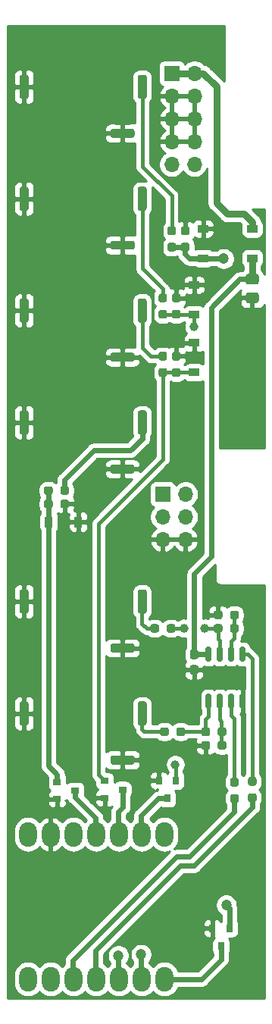
<source format=gbr>
%TF.GenerationSoftware,KiCad,Pcbnew,(5.1.9-0-10_14)*%
%TF.CreationDate,2021-03-07T22:41:29+09:00*%
%TF.ProjectId,jade_hardware,6a616465-5f68-4617-9264-776172652e6b,A*%
%TF.SameCoordinates,Original*%
%TF.FileFunction,Copper,L1,Top*%
%TF.FilePolarity,Positive*%
%FSLAX46Y46*%
G04 Gerber Fmt 4.6, Leading zero omitted, Abs format (unit mm)*
G04 Created by KiCad (PCBNEW (5.1.9-0-10_14)) date 2021-03-07 22:41:29*
%MOMM*%
%LPD*%
G01*
G04 APERTURE LIST*
%TA.AperFunction,SMDPad,CuDef*%
%ADD10O,1.998980X2.748280*%
%TD*%
%TA.AperFunction,SMDPad,CuDef*%
%ADD11R,0.900000X0.800000*%
%TD*%
%TA.AperFunction,SMDPad,CuDef*%
%ADD12R,0.800000X0.900000*%
%TD*%
%TA.AperFunction,ComponentPad*%
%ADD13O,1.700000X1.700000*%
%TD*%
%TA.AperFunction,ComponentPad*%
%ADD14R,1.700000X1.700000*%
%TD*%
%TA.AperFunction,SMDPad,CuDef*%
%ADD15R,1.200000X0.900000*%
%TD*%
%TA.AperFunction,SMDPad,CuDef*%
%ADD16R,0.900000X1.200000*%
%TD*%
%TA.AperFunction,ViaPad*%
%ADD17C,1.000000*%
%TD*%
%TA.AperFunction,ViaPad*%
%ADD18C,0.800000*%
%TD*%
%TA.AperFunction,ViaPad*%
%ADD19C,1.200000*%
%TD*%
%TA.AperFunction,Conductor*%
%ADD20C,0.800000*%
%TD*%
%TA.AperFunction,Conductor*%
%ADD21C,0.600000*%
%TD*%
%TA.AperFunction,Conductor*%
%ADD22C,0.400000*%
%TD*%
%TA.AperFunction,Conductor*%
%ADD23C,0.254000*%
%TD*%
%TA.AperFunction,Conductor*%
%ADD24C,0.100000*%
%TD*%
G04 APERTURE END LIST*
D10*
%TO.P,U1,1*%
%TO.N,Net-(U1-Pad1)*%
X117932180Y-157166880D03*
%TO.P,U1,2*%
%TO.N,Net-(U1-Pad2)*%
X120472180Y-157166880D03*
%TO.P,U1,3*%
%TO.N,/CLOCK_OUT*%
X123012180Y-157166880D03*
%TO.P,U1,4*%
%TO.N,/GATE_OUT*%
X125552180Y-157166880D03*
%TO.P,U1,5*%
%TO.N,/SDA*%
X128092180Y-157166880D03*
%TO.P,U1,6*%
%TO.N,/SCL*%
X130632180Y-157166880D03*
%TO.P,U1,7*%
%TO.N,/GATE_IN1*%
X133172180Y-157166880D03*
%TO.P,U1,8*%
%TO.N,Net-(U1-Pad8)*%
X133172180Y-141002320D03*
%TO.P,U1,9*%
%TO.N,/GATE_IN2*%
X130632180Y-141002320D03*
%TO.P,U1,10*%
%TO.N,/GATE_IN3*%
X128092180Y-141002320D03*
%TO.P,U1,11*%
%TO.N,/GATE_IN4*%
X125552180Y-141002320D03*
%TO.P,U1,12*%
%TO.N,Net-(U1-Pad12)*%
X123012180Y-141002320D03*
%TO.P,U1,13*%
%TO.N,GND*%
X120472180Y-141002320D03*
%TO.P,U1,14*%
%TO.N,Net-(U1-Pad14)*%
X117932180Y-141002320D03*
%TD*%
%TO.P,U2,8*%
%TO.N,+12V*%
%TA.AperFunction,SMDPad,CuDef*%
G36*
G01*
X138245000Y-121700000D02*
X137945000Y-121700000D01*
G75*
G02*
X137795000Y-121550000I0J150000D01*
G01*
X137795000Y-120200000D01*
G75*
G02*
X137945000Y-120050000I150000J0D01*
G01*
X138245000Y-120050000D01*
G75*
G02*
X138395000Y-120200000I0J-150000D01*
G01*
X138395000Y-121550000D01*
G75*
G02*
X138245000Y-121700000I-150000J0D01*
G01*
G37*
%TD.AperFunction*%
%TO.P,U2,7*%
%TO.N,Net-(R13-Pad1)*%
%TA.AperFunction,SMDPad,CuDef*%
G36*
G01*
X139515000Y-121700000D02*
X139215000Y-121700000D01*
G75*
G02*
X139065000Y-121550000I0J150000D01*
G01*
X139065000Y-120200000D01*
G75*
G02*
X139215000Y-120050000I150000J0D01*
G01*
X139515000Y-120050000D01*
G75*
G02*
X139665000Y-120200000I0J-150000D01*
G01*
X139665000Y-121550000D01*
G75*
G02*
X139515000Y-121700000I-150000J0D01*
G01*
G37*
%TD.AperFunction*%
%TO.P,U2,6*%
%TO.N,Net-(R13-Pad2)*%
%TA.AperFunction,SMDPad,CuDef*%
G36*
G01*
X140785000Y-121700000D02*
X140485000Y-121700000D01*
G75*
G02*
X140335000Y-121550000I0J150000D01*
G01*
X140335000Y-120200000D01*
G75*
G02*
X140485000Y-120050000I150000J0D01*
G01*
X140785000Y-120050000D01*
G75*
G02*
X140935000Y-120200000I0J-150000D01*
G01*
X140935000Y-121550000D01*
G75*
G02*
X140785000Y-121700000I-150000J0D01*
G01*
G37*
%TD.AperFunction*%
%TO.P,U2,5*%
%TO.N,Net-(R10-Pad1)*%
%TA.AperFunction,SMDPad,CuDef*%
G36*
G01*
X142055000Y-121700000D02*
X141755000Y-121700000D01*
G75*
G02*
X141605000Y-121550000I0J150000D01*
G01*
X141605000Y-120200000D01*
G75*
G02*
X141755000Y-120050000I150000J0D01*
G01*
X142055000Y-120050000D01*
G75*
G02*
X142205000Y-120200000I0J-150000D01*
G01*
X142205000Y-121550000D01*
G75*
G02*
X142055000Y-121700000I-150000J0D01*
G01*
G37*
%TD.AperFunction*%
%TO.P,U2,4*%
%TO.N,GND*%
%TA.AperFunction,SMDPad,CuDef*%
G36*
G01*
X142055000Y-126950000D02*
X141755000Y-126950000D01*
G75*
G02*
X141605000Y-126800000I0J150000D01*
G01*
X141605000Y-125450000D01*
G75*
G02*
X141755000Y-125300000I150000J0D01*
G01*
X142055000Y-125300000D01*
G75*
G02*
X142205000Y-125450000I0J-150000D01*
G01*
X142205000Y-126800000D01*
G75*
G02*
X142055000Y-126950000I-150000J0D01*
G01*
G37*
%TD.AperFunction*%
%TO.P,U2,3*%
%TO.N,Net-(R12-Pad1)*%
%TA.AperFunction,SMDPad,CuDef*%
G36*
G01*
X140785000Y-126950000D02*
X140485000Y-126950000D01*
G75*
G02*
X140335000Y-126800000I0J150000D01*
G01*
X140335000Y-125450000D01*
G75*
G02*
X140485000Y-125300000I150000J0D01*
G01*
X140785000Y-125300000D01*
G75*
G02*
X140935000Y-125450000I0J-150000D01*
G01*
X140935000Y-126800000D01*
G75*
G02*
X140785000Y-126950000I-150000J0D01*
G01*
G37*
%TD.AperFunction*%
%TO.P,U2,2*%
%TO.N,Net-(R11-Pad1)*%
%TA.AperFunction,SMDPad,CuDef*%
G36*
G01*
X139515000Y-126950000D02*
X139215000Y-126950000D01*
G75*
G02*
X139065000Y-126800000I0J150000D01*
G01*
X139065000Y-125450000D01*
G75*
G02*
X139215000Y-125300000I150000J0D01*
G01*
X139515000Y-125300000D01*
G75*
G02*
X139665000Y-125450000I0J-150000D01*
G01*
X139665000Y-126800000D01*
G75*
G02*
X139515000Y-126950000I-150000J0D01*
G01*
G37*
%TD.AperFunction*%
%TO.P,U2,1*%
%TO.N,Net-(R14-Pad1)*%
%TA.AperFunction,SMDPad,CuDef*%
G36*
G01*
X138245000Y-126950000D02*
X137945000Y-126950000D01*
G75*
G02*
X137795000Y-126800000I0J150000D01*
G01*
X137795000Y-125450000D01*
G75*
G02*
X137945000Y-125300000I150000J0D01*
G01*
X138245000Y-125300000D01*
G75*
G02*
X138395000Y-125450000I0J-150000D01*
G01*
X138395000Y-126800000D01*
G75*
G02*
X138245000Y-126950000I-150000J0D01*
G01*
G37*
%TD.AperFunction*%
%TD*%
%TO.P,R16,2*%
%TO.N,Net-(R14-Pad1)*%
%TA.AperFunction,SMDPad,CuDef*%
G36*
G01*
X134513500Y-129777500D02*
X134513500Y-129302500D01*
G75*
G02*
X134751000Y-129065000I237500J0D01*
G01*
X135251000Y-129065000D01*
G75*
G02*
X135488500Y-129302500I0J-237500D01*
G01*
X135488500Y-129777500D01*
G75*
G02*
X135251000Y-130015000I-237500J0D01*
G01*
X134751000Y-130015000D01*
G75*
G02*
X134513500Y-129777500I0J237500D01*
G01*
G37*
%TD.AperFunction*%
%TO.P,R16,1*%
%TO.N,Net-(J8-Pad3)*%
%TA.AperFunction,SMDPad,CuDef*%
G36*
G01*
X132688500Y-129777500D02*
X132688500Y-129302500D01*
G75*
G02*
X132926000Y-129065000I237500J0D01*
G01*
X133426000Y-129065000D01*
G75*
G02*
X133663500Y-129302500I0J-237500D01*
G01*
X133663500Y-129777500D01*
G75*
G02*
X133426000Y-130015000I-237500J0D01*
G01*
X132926000Y-130015000D01*
G75*
G02*
X132688500Y-129777500I0J237500D01*
G01*
G37*
%TD.AperFunction*%
%TD*%
%TO.P,R15,2*%
%TO.N,Net-(R13-Pad1)*%
%TA.AperFunction,SMDPad,CuDef*%
G36*
G01*
X133425000Y-118237500D02*
X133425000Y-117762500D01*
G75*
G02*
X133662500Y-117525000I237500J0D01*
G01*
X134162500Y-117525000D01*
G75*
G02*
X134400000Y-117762500I0J-237500D01*
G01*
X134400000Y-118237500D01*
G75*
G02*
X134162500Y-118475000I-237500J0D01*
G01*
X133662500Y-118475000D01*
G75*
G02*
X133425000Y-118237500I0J237500D01*
G01*
G37*
%TD.AperFunction*%
%TO.P,R15,1*%
%TO.N,Net-(J7-Pad3)*%
%TA.AperFunction,SMDPad,CuDef*%
G36*
G01*
X131600000Y-118237500D02*
X131600000Y-117762500D01*
G75*
G02*
X131837500Y-117525000I237500J0D01*
G01*
X132337500Y-117525000D01*
G75*
G02*
X132575000Y-117762500I0J-237500D01*
G01*
X132575000Y-118237500D01*
G75*
G02*
X132337500Y-118475000I-237500J0D01*
G01*
X131837500Y-118475000D01*
G75*
G02*
X131600000Y-118237500I0J237500D01*
G01*
G37*
%TD.AperFunction*%
%TD*%
%TO.P,R14,2*%
%TO.N,Net-(R11-Pad1)*%
%TA.AperFunction,SMDPad,CuDef*%
G36*
G01*
X139132500Y-129777500D02*
X139132500Y-129302500D01*
G75*
G02*
X139370000Y-129065000I237500J0D01*
G01*
X139870000Y-129065000D01*
G75*
G02*
X140107500Y-129302500I0J-237500D01*
G01*
X140107500Y-129777500D01*
G75*
G02*
X139870000Y-130015000I-237500J0D01*
G01*
X139370000Y-130015000D01*
G75*
G02*
X139132500Y-129777500I0J237500D01*
G01*
G37*
%TD.AperFunction*%
%TO.P,R14,1*%
%TO.N,Net-(R14-Pad1)*%
%TA.AperFunction,SMDPad,CuDef*%
G36*
G01*
X137307500Y-129777500D02*
X137307500Y-129302500D01*
G75*
G02*
X137545000Y-129065000I237500J0D01*
G01*
X138045000Y-129065000D01*
G75*
G02*
X138282500Y-129302500I0J-237500D01*
G01*
X138282500Y-129777500D01*
G75*
G02*
X138045000Y-130015000I-237500J0D01*
G01*
X137545000Y-130015000D01*
G75*
G02*
X137307500Y-129777500I0J237500D01*
G01*
G37*
%TD.AperFunction*%
%TD*%
%TO.P,R13,2*%
%TO.N,Net-(R13-Pad2)*%
%TA.AperFunction,SMDPad,CuDef*%
G36*
G01*
X140512500Y-118237500D02*
X140512500Y-117762500D01*
G75*
G02*
X140750000Y-117525000I237500J0D01*
G01*
X141250000Y-117525000D01*
G75*
G02*
X141487500Y-117762500I0J-237500D01*
G01*
X141487500Y-118237500D01*
G75*
G02*
X141250000Y-118475000I-237500J0D01*
G01*
X140750000Y-118475000D01*
G75*
G02*
X140512500Y-118237500I0J237500D01*
G01*
G37*
%TD.AperFunction*%
%TO.P,R13,1*%
%TO.N,Net-(R13-Pad1)*%
%TA.AperFunction,SMDPad,CuDef*%
G36*
G01*
X138687500Y-118237500D02*
X138687500Y-117762500D01*
G75*
G02*
X138925000Y-117525000I237500J0D01*
G01*
X139425000Y-117525000D01*
G75*
G02*
X139662500Y-117762500I0J-237500D01*
G01*
X139662500Y-118237500D01*
G75*
G02*
X139425000Y-118475000I-237500J0D01*
G01*
X138925000Y-118475000D01*
G75*
G02*
X138687500Y-118237500I0J237500D01*
G01*
G37*
%TD.AperFunction*%
%TD*%
%TO.P,R12,2*%
%TO.N,/CLOCK_OUT*%
%TA.AperFunction,SMDPad,CuDef*%
G36*
G01*
X140762500Y-136512500D02*
X141237500Y-136512500D01*
G75*
G02*
X141475000Y-136750000I0J-237500D01*
G01*
X141475000Y-137250000D01*
G75*
G02*
X141237500Y-137487500I-237500J0D01*
G01*
X140762500Y-137487500D01*
G75*
G02*
X140525000Y-137250000I0J237500D01*
G01*
X140525000Y-136750000D01*
G75*
G02*
X140762500Y-136512500I237500J0D01*
G01*
G37*
%TD.AperFunction*%
%TO.P,R12,1*%
%TO.N,Net-(R12-Pad1)*%
%TA.AperFunction,SMDPad,CuDef*%
G36*
G01*
X140762500Y-134687500D02*
X141237500Y-134687500D01*
G75*
G02*
X141475000Y-134925000I0J-237500D01*
G01*
X141475000Y-135425000D01*
G75*
G02*
X141237500Y-135662500I-237500J0D01*
G01*
X140762500Y-135662500D01*
G75*
G02*
X140525000Y-135425000I0J237500D01*
G01*
X140525000Y-134925000D01*
G75*
G02*
X140762500Y-134687500I237500J0D01*
G01*
G37*
%TD.AperFunction*%
%TD*%
%TO.P,R11,2*%
%TO.N,GND*%
%TA.AperFunction,SMDPad,CuDef*%
G36*
G01*
X138282500Y-130826500D02*
X138282500Y-131301500D01*
G75*
G02*
X138045000Y-131539000I-237500J0D01*
G01*
X137545000Y-131539000D01*
G75*
G02*
X137307500Y-131301500I0J237500D01*
G01*
X137307500Y-130826500D01*
G75*
G02*
X137545000Y-130589000I237500J0D01*
G01*
X138045000Y-130589000D01*
G75*
G02*
X138282500Y-130826500I0J-237500D01*
G01*
G37*
%TD.AperFunction*%
%TO.P,R11,1*%
%TO.N,Net-(R11-Pad1)*%
%TA.AperFunction,SMDPad,CuDef*%
G36*
G01*
X140107500Y-130826500D02*
X140107500Y-131301500D01*
G75*
G02*
X139870000Y-131539000I-237500J0D01*
G01*
X139370000Y-131539000D01*
G75*
G02*
X139132500Y-131301500I0J237500D01*
G01*
X139132500Y-130826500D01*
G75*
G02*
X139370000Y-130589000I237500J0D01*
G01*
X139870000Y-130589000D01*
G75*
G02*
X140107500Y-130826500I0J-237500D01*
G01*
G37*
%TD.AperFunction*%
%TD*%
%TO.P,R10,2*%
%TO.N,/GATE_OUT*%
%TA.AperFunction,SMDPad,CuDef*%
G36*
G01*
X142762500Y-136425000D02*
X143237500Y-136425000D01*
G75*
G02*
X143475000Y-136662500I0J-237500D01*
G01*
X143475000Y-137162500D01*
G75*
G02*
X143237500Y-137400000I-237500J0D01*
G01*
X142762500Y-137400000D01*
G75*
G02*
X142525000Y-137162500I0J237500D01*
G01*
X142525000Y-136662500D01*
G75*
G02*
X142762500Y-136425000I237500J0D01*
G01*
G37*
%TD.AperFunction*%
%TO.P,R10,1*%
%TO.N,Net-(R10-Pad1)*%
%TA.AperFunction,SMDPad,CuDef*%
G36*
G01*
X142762500Y-134600000D02*
X143237500Y-134600000D01*
G75*
G02*
X143475000Y-134837500I0J-237500D01*
G01*
X143475000Y-135337500D01*
G75*
G02*
X143237500Y-135575000I-237500J0D01*
G01*
X142762500Y-135575000D01*
G75*
G02*
X142525000Y-135337500I0J237500D01*
G01*
X142525000Y-134837500D01*
G75*
G02*
X142762500Y-134600000I237500J0D01*
G01*
G37*
%TD.AperFunction*%
%TD*%
%TO.P,R9,2*%
%TO.N,GND*%
%TA.AperFunction,SMDPad,CuDef*%
G36*
G01*
X139662500Y-116262500D02*
X139662500Y-116737500D01*
G75*
G02*
X139425000Y-116975000I-237500J0D01*
G01*
X138925000Y-116975000D01*
G75*
G02*
X138687500Y-116737500I0J237500D01*
G01*
X138687500Y-116262500D01*
G75*
G02*
X138925000Y-116025000I237500J0D01*
G01*
X139425000Y-116025000D01*
G75*
G02*
X139662500Y-116262500I0J-237500D01*
G01*
G37*
%TD.AperFunction*%
%TO.P,R9,1*%
%TO.N,Net-(R13-Pad2)*%
%TA.AperFunction,SMDPad,CuDef*%
G36*
G01*
X141487500Y-116262500D02*
X141487500Y-116737500D01*
G75*
G02*
X141250000Y-116975000I-237500J0D01*
G01*
X140750000Y-116975000D01*
G75*
G02*
X140512500Y-116737500I0J237500D01*
G01*
X140512500Y-116262500D01*
G75*
G02*
X140750000Y-116025000I237500J0D01*
G01*
X141250000Y-116025000D01*
G75*
G02*
X141487500Y-116262500I0J-237500D01*
G01*
G37*
%TD.AperFunction*%
%TD*%
%TO.P,R8,2*%
%TO.N,Net-(D4-Pad1)*%
%TA.AperFunction,SMDPad,CuDef*%
G36*
G01*
X120697500Y-103862500D02*
X120697500Y-104337500D01*
G75*
G02*
X120460000Y-104575000I-237500J0D01*
G01*
X119960000Y-104575000D01*
G75*
G02*
X119722500Y-104337500I0J237500D01*
G01*
X119722500Y-103862500D01*
G75*
G02*
X119960000Y-103625000I237500J0D01*
G01*
X120460000Y-103625000D01*
G75*
G02*
X120697500Y-103862500I0J-237500D01*
G01*
G37*
%TD.AperFunction*%
%TO.P,R8,1*%
%TO.N,GND*%
%TA.AperFunction,SMDPad,CuDef*%
G36*
G01*
X122522500Y-103862500D02*
X122522500Y-104337500D01*
G75*
G02*
X122285000Y-104575000I-237500J0D01*
G01*
X121785000Y-104575000D01*
G75*
G02*
X121547500Y-104337500I0J237500D01*
G01*
X121547500Y-103862500D01*
G75*
G02*
X121785000Y-103625000I237500J0D01*
G01*
X122285000Y-103625000D01*
G75*
G02*
X122522500Y-103862500I0J-237500D01*
G01*
G37*
%TD.AperFunction*%
%TD*%
%TO.P,R7,2*%
%TO.N,Net-(D3-Pad1)*%
%TA.AperFunction,SMDPad,CuDef*%
G36*
G01*
X134262500Y-88925000D02*
X134737500Y-88925000D01*
G75*
G02*
X134975000Y-89162500I0J-237500D01*
G01*
X134975000Y-89662500D01*
G75*
G02*
X134737500Y-89900000I-237500J0D01*
G01*
X134262500Y-89900000D01*
G75*
G02*
X134025000Y-89662500I0J237500D01*
G01*
X134025000Y-89162500D01*
G75*
G02*
X134262500Y-88925000I237500J0D01*
G01*
G37*
%TD.AperFunction*%
%TO.P,R7,1*%
%TO.N,GND*%
%TA.AperFunction,SMDPad,CuDef*%
G36*
G01*
X134262500Y-87100000D02*
X134737500Y-87100000D01*
G75*
G02*
X134975000Y-87337500I0J-237500D01*
G01*
X134975000Y-87837500D01*
G75*
G02*
X134737500Y-88075000I-237500J0D01*
G01*
X134262500Y-88075000D01*
G75*
G02*
X134025000Y-87837500I0J237500D01*
G01*
X134025000Y-87337500D01*
G75*
G02*
X134262500Y-87100000I237500J0D01*
G01*
G37*
%TD.AperFunction*%
%TD*%
%TO.P,R6,2*%
%TO.N,Net-(D2-Pad1)*%
%TA.AperFunction,SMDPad,CuDef*%
G36*
G01*
X134262500Y-82425000D02*
X134737500Y-82425000D01*
G75*
G02*
X134975000Y-82662500I0J-237500D01*
G01*
X134975000Y-83162500D01*
G75*
G02*
X134737500Y-83400000I-237500J0D01*
G01*
X134262500Y-83400000D01*
G75*
G02*
X134025000Y-83162500I0J237500D01*
G01*
X134025000Y-82662500D01*
G75*
G02*
X134262500Y-82425000I237500J0D01*
G01*
G37*
%TD.AperFunction*%
%TO.P,R6,1*%
%TO.N,GND*%
%TA.AperFunction,SMDPad,CuDef*%
G36*
G01*
X134262500Y-80600000D02*
X134737500Y-80600000D01*
G75*
G02*
X134975000Y-80837500I0J-237500D01*
G01*
X134975000Y-81337500D01*
G75*
G02*
X134737500Y-81575000I-237500J0D01*
G01*
X134262500Y-81575000D01*
G75*
G02*
X134025000Y-81337500I0J237500D01*
G01*
X134025000Y-80837500D01*
G75*
G02*
X134262500Y-80600000I237500J0D01*
G01*
G37*
%TD.AperFunction*%
%TD*%
%TO.P,R5,2*%
%TO.N,Net-(D1-Pad1)*%
%TA.AperFunction,SMDPad,CuDef*%
G36*
G01*
X135262500Y-74925000D02*
X135737500Y-74925000D01*
G75*
G02*
X135975000Y-75162500I0J-237500D01*
G01*
X135975000Y-75662500D01*
G75*
G02*
X135737500Y-75900000I-237500J0D01*
G01*
X135262500Y-75900000D01*
G75*
G02*
X135025000Y-75662500I0J237500D01*
G01*
X135025000Y-75162500D01*
G75*
G02*
X135262500Y-74925000I237500J0D01*
G01*
G37*
%TD.AperFunction*%
%TO.P,R5,1*%
%TO.N,GND*%
%TA.AperFunction,SMDPad,CuDef*%
G36*
G01*
X135262500Y-73100000D02*
X135737500Y-73100000D01*
G75*
G02*
X135975000Y-73337500I0J-237500D01*
G01*
X135975000Y-73837500D01*
G75*
G02*
X135737500Y-74075000I-237500J0D01*
G01*
X135262500Y-74075000D01*
G75*
G02*
X135025000Y-73837500I0J237500D01*
G01*
X135025000Y-73337500D01*
G75*
G02*
X135262500Y-73100000I237500J0D01*
G01*
G37*
%TD.AperFunction*%
%TD*%
%TO.P,R4,2*%
%TO.N,Net-(J4-Pad3)*%
%TA.AperFunction,SMDPad,CuDef*%
G36*
G01*
X121547500Y-102837500D02*
X121547500Y-102362500D01*
G75*
G02*
X121785000Y-102125000I237500J0D01*
G01*
X122285000Y-102125000D01*
G75*
G02*
X122522500Y-102362500I0J-237500D01*
G01*
X122522500Y-102837500D01*
G75*
G02*
X122285000Y-103075000I-237500J0D01*
G01*
X121785000Y-103075000D01*
G75*
G02*
X121547500Y-102837500I0J237500D01*
G01*
G37*
%TD.AperFunction*%
%TO.P,R4,1*%
%TO.N,Net-(D4-Pad1)*%
%TA.AperFunction,SMDPad,CuDef*%
G36*
G01*
X119722500Y-102837500D02*
X119722500Y-102362500D01*
G75*
G02*
X119960000Y-102125000I237500J0D01*
G01*
X120460000Y-102125000D01*
G75*
G02*
X120697500Y-102362500I0J-237500D01*
G01*
X120697500Y-102837500D01*
G75*
G02*
X120460000Y-103075000I-237500J0D01*
G01*
X119960000Y-103075000D01*
G75*
G02*
X119722500Y-102837500I0J237500D01*
G01*
G37*
%TD.AperFunction*%
%TD*%
%TO.P,R3,2*%
%TO.N,Net-(J3-Pad3)*%
%TA.AperFunction,SMDPad,CuDef*%
G36*
G01*
X133237500Y-88075000D02*
X132762500Y-88075000D01*
G75*
G02*
X132525000Y-87837500I0J237500D01*
G01*
X132525000Y-87337500D01*
G75*
G02*
X132762500Y-87100000I237500J0D01*
G01*
X133237500Y-87100000D01*
G75*
G02*
X133475000Y-87337500I0J-237500D01*
G01*
X133475000Y-87837500D01*
G75*
G02*
X133237500Y-88075000I-237500J0D01*
G01*
G37*
%TD.AperFunction*%
%TO.P,R3,1*%
%TO.N,Net-(D3-Pad1)*%
%TA.AperFunction,SMDPad,CuDef*%
G36*
G01*
X133237500Y-89900000D02*
X132762500Y-89900000D01*
G75*
G02*
X132525000Y-89662500I0J237500D01*
G01*
X132525000Y-89162500D01*
G75*
G02*
X132762500Y-88925000I237500J0D01*
G01*
X133237500Y-88925000D01*
G75*
G02*
X133475000Y-89162500I0J-237500D01*
G01*
X133475000Y-89662500D01*
G75*
G02*
X133237500Y-89900000I-237500J0D01*
G01*
G37*
%TD.AperFunction*%
%TD*%
%TO.P,R2,2*%
%TO.N,Net-(J2-Pad3)*%
%TA.AperFunction,SMDPad,CuDef*%
G36*
G01*
X133237500Y-81575000D02*
X132762500Y-81575000D01*
G75*
G02*
X132525000Y-81337500I0J237500D01*
G01*
X132525000Y-80837500D01*
G75*
G02*
X132762500Y-80600000I237500J0D01*
G01*
X133237500Y-80600000D01*
G75*
G02*
X133475000Y-80837500I0J-237500D01*
G01*
X133475000Y-81337500D01*
G75*
G02*
X133237500Y-81575000I-237500J0D01*
G01*
G37*
%TD.AperFunction*%
%TO.P,R2,1*%
%TO.N,Net-(D2-Pad1)*%
%TA.AperFunction,SMDPad,CuDef*%
G36*
G01*
X133237500Y-83400000D02*
X132762500Y-83400000D01*
G75*
G02*
X132525000Y-83162500I0J237500D01*
G01*
X132525000Y-82662500D01*
G75*
G02*
X132762500Y-82425000I237500J0D01*
G01*
X133237500Y-82425000D01*
G75*
G02*
X133475000Y-82662500I0J-237500D01*
G01*
X133475000Y-83162500D01*
G75*
G02*
X133237500Y-83400000I-237500J0D01*
G01*
G37*
%TD.AperFunction*%
%TD*%
%TO.P,R1,2*%
%TO.N,Net-(J1-Pad3)*%
%TA.AperFunction,SMDPad,CuDef*%
G36*
G01*
X134237500Y-74075000D02*
X133762500Y-74075000D01*
G75*
G02*
X133525000Y-73837500I0J237500D01*
G01*
X133525000Y-73337500D01*
G75*
G02*
X133762500Y-73100000I237500J0D01*
G01*
X134237500Y-73100000D01*
G75*
G02*
X134475000Y-73337500I0J-237500D01*
G01*
X134475000Y-73837500D01*
G75*
G02*
X134237500Y-74075000I-237500J0D01*
G01*
G37*
%TD.AperFunction*%
%TO.P,R1,1*%
%TO.N,Net-(D1-Pad1)*%
%TA.AperFunction,SMDPad,CuDef*%
G36*
G01*
X134237500Y-75900000D02*
X133762500Y-75900000D01*
G75*
G02*
X133525000Y-75662500I0J237500D01*
G01*
X133525000Y-75162500D01*
G75*
G02*
X133762500Y-74925000I237500J0D01*
G01*
X134237500Y-74925000D01*
G75*
G02*
X134475000Y-75162500I0J-237500D01*
G01*
X134475000Y-75662500D01*
G75*
G02*
X134237500Y-75900000I-237500J0D01*
G01*
G37*
%TD.AperFunction*%
%TD*%
D11*
%TO.P,Q4,3*%
%TO.N,/GATE_IN4*%
X123200000Y-136100000D03*
%TO.P,Q4,2*%
%TO.N,GND*%
X121200000Y-137050000D03*
%TO.P,Q4,1*%
%TO.N,Net-(D4-Pad1)*%
X121200000Y-135150000D03*
%TD*%
%TO.P,Q3,3*%
%TO.N,/GATE_IN3*%
X128500000Y-136000000D03*
%TO.P,Q3,2*%
%TO.N,GND*%
X126500000Y-136950000D03*
%TO.P,Q3,1*%
%TO.N,Net-(D3-Pad1)*%
X126500000Y-135050000D03*
%TD*%
D12*
%TO.P,Q2,3*%
%TO.N,/GATE_IN2*%
X133500000Y-137000000D03*
%TO.P,Q2,2*%
%TO.N,GND*%
X132550000Y-135000000D03*
%TO.P,Q2,1*%
%TO.N,Net-(D2-Pad1)*%
X134450000Y-135000000D03*
%TD*%
%TO.P,Q1,3*%
%TO.N,/GATE_IN1*%
X139500000Y-153500000D03*
%TO.P,Q1,2*%
%TO.N,GND*%
X138550000Y-151500000D03*
%TO.P,Q1,1*%
%TO.N,Net-(D1-Pad1)*%
X140450000Y-151500000D03*
%TD*%
%TO.P,J8,2*%
%TO.N,GND*%
%TA.AperFunction,ComponentPad*%
G36*
G01*
X129600000Y-133200000D02*
X127400000Y-133200000D01*
G75*
G02*
X127150000Y-132950000I0J250000D01*
G01*
X127150000Y-132450000D01*
G75*
G02*
X127400000Y-132200000I250000J0D01*
G01*
X129600000Y-132200000D01*
G75*
G02*
X129850000Y-132450000I0J-250000D01*
G01*
X129850000Y-132950000D01*
G75*
G02*
X129600000Y-133200000I-250000J0D01*
G01*
G37*
%TD.AperFunction*%
%TO.P,J8,3*%
%TO.N,Net-(J8-Pad3)*%
%TA.AperFunction,ComponentPad*%
G36*
G01*
X130200000Y-128600000D02*
X130200000Y-126400000D01*
G75*
G02*
X130450000Y-126150000I250000J0D01*
G01*
X130950000Y-126150000D01*
G75*
G02*
X131200000Y-126400000I0J-250000D01*
G01*
X131200000Y-128600000D01*
G75*
G02*
X130950000Y-128850000I-250000J0D01*
G01*
X130450000Y-128850000D01*
G75*
G02*
X130200000Y-128600000I0J250000D01*
G01*
G37*
%TD.AperFunction*%
%TO.P,J8,1*%
%TO.N,GND*%
%TA.AperFunction,ComponentPad*%
G36*
G01*
X117000000Y-128600000D02*
X117000000Y-126400000D01*
G75*
G02*
X117250000Y-126150000I250000J0D01*
G01*
X117750000Y-126150000D01*
G75*
G02*
X118000000Y-126400000I0J-250000D01*
G01*
X118000000Y-128600000D01*
G75*
G02*
X117750000Y-128850000I-250000J0D01*
G01*
X117250000Y-128850000D01*
G75*
G02*
X117000000Y-128600000I0J250000D01*
G01*
G37*
%TD.AperFunction*%
%TD*%
%TO.P,J7,2*%
%TO.N,GND*%
%TA.AperFunction,ComponentPad*%
G36*
G01*
X129600000Y-120700000D02*
X127400000Y-120700000D01*
G75*
G02*
X127150000Y-120450000I0J250000D01*
G01*
X127150000Y-119950000D01*
G75*
G02*
X127400000Y-119700000I250000J0D01*
G01*
X129600000Y-119700000D01*
G75*
G02*
X129850000Y-119950000I0J-250000D01*
G01*
X129850000Y-120450000D01*
G75*
G02*
X129600000Y-120700000I-250000J0D01*
G01*
G37*
%TD.AperFunction*%
%TO.P,J7,3*%
%TO.N,Net-(J7-Pad3)*%
%TA.AperFunction,ComponentPad*%
G36*
G01*
X130200000Y-116100000D02*
X130200000Y-113900000D01*
G75*
G02*
X130450000Y-113650000I250000J0D01*
G01*
X130950000Y-113650000D01*
G75*
G02*
X131200000Y-113900000I0J-250000D01*
G01*
X131200000Y-116100000D01*
G75*
G02*
X130950000Y-116350000I-250000J0D01*
G01*
X130450000Y-116350000D01*
G75*
G02*
X130200000Y-116100000I0J250000D01*
G01*
G37*
%TD.AperFunction*%
%TO.P,J7,1*%
%TO.N,GND*%
%TA.AperFunction,ComponentPad*%
G36*
G01*
X117000000Y-116100000D02*
X117000000Y-113900000D01*
G75*
G02*
X117250000Y-113650000I250000J0D01*
G01*
X117750000Y-113650000D01*
G75*
G02*
X118000000Y-113900000I0J-250000D01*
G01*
X118000000Y-116100000D01*
G75*
G02*
X117750000Y-116350000I-250000J0D01*
G01*
X117250000Y-116350000D01*
G75*
G02*
X117000000Y-116100000I0J250000D01*
G01*
G37*
%TD.AperFunction*%
%TD*%
D13*
%TO.P,J6,6*%
%TO.N,GND*%
X135540000Y-108080000D03*
%TO.P,J6,5*%
X133000000Y-108080000D03*
%TO.P,J6,4*%
%TO.N,/SCL*%
X135540000Y-105540000D03*
%TO.P,J6,3*%
X133000000Y-105540000D03*
%TO.P,J6,2*%
%TO.N,/SDA*%
X135540000Y-103000000D03*
D14*
%TO.P,J6,1*%
X133000000Y-103000000D03*
%TD*%
D13*
%TO.P,J5,10*%
%TO.N,Net-(J5-Pad10)*%
X136540000Y-66160000D03*
%TO.P,J5,9*%
%TO.N,Net-(J5-Pad9)*%
X134000000Y-66160000D03*
%TO.P,J5,8*%
%TO.N,GND*%
X136540000Y-63620000D03*
%TO.P,J5,7*%
X134000000Y-63620000D03*
%TO.P,J5,6*%
X136540000Y-61080000D03*
%TO.P,J5,5*%
X134000000Y-61080000D03*
%TO.P,J5,4*%
X136540000Y-58540000D03*
%TO.P,J5,3*%
X134000000Y-58540000D03*
%TO.P,J5,2*%
%TO.N,Net-(D5-Pad2)*%
X136540000Y-56000000D03*
D14*
%TO.P,J5,1*%
X134000000Y-56000000D03*
%TD*%
%TO.P,J4,2*%
%TO.N,GND*%
%TA.AperFunction,ComponentPad*%
G36*
G01*
X129600000Y-100700000D02*
X127400000Y-100700000D01*
G75*
G02*
X127150000Y-100450000I0J250000D01*
G01*
X127150000Y-99950000D01*
G75*
G02*
X127400000Y-99700000I250000J0D01*
G01*
X129600000Y-99700000D01*
G75*
G02*
X129850000Y-99950000I0J-250000D01*
G01*
X129850000Y-100450000D01*
G75*
G02*
X129600000Y-100700000I-250000J0D01*
G01*
G37*
%TD.AperFunction*%
%TO.P,J4,3*%
%TO.N,Net-(J4-Pad3)*%
%TA.AperFunction,ComponentPad*%
G36*
G01*
X130200000Y-96100000D02*
X130200000Y-93900000D01*
G75*
G02*
X130450000Y-93650000I250000J0D01*
G01*
X130950000Y-93650000D01*
G75*
G02*
X131200000Y-93900000I0J-250000D01*
G01*
X131200000Y-96100000D01*
G75*
G02*
X130950000Y-96350000I-250000J0D01*
G01*
X130450000Y-96350000D01*
G75*
G02*
X130200000Y-96100000I0J250000D01*
G01*
G37*
%TD.AperFunction*%
%TO.P,J4,1*%
%TO.N,GND*%
%TA.AperFunction,ComponentPad*%
G36*
G01*
X117000000Y-96100000D02*
X117000000Y-93900000D01*
G75*
G02*
X117250000Y-93650000I250000J0D01*
G01*
X117750000Y-93650000D01*
G75*
G02*
X118000000Y-93900000I0J-250000D01*
G01*
X118000000Y-96100000D01*
G75*
G02*
X117750000Y-96350000I-250000J0D01*
G01*
X117250000Y-96350000D01*
G75*
G02*
X117000000Y-96100000I0J250000D01*
G01*
G37*
%TD.AperFunction*%
%TD*%
%TO.P,J3,2*%
%TO.N,GND*%
%TA.AperFunction,ComponentPad*%
G36*
G01*
X129600000Y-88200000D02*
X127400000Y-88200000D01*
G75*
G02*
X127150000Y-87950000I0J250000D01*
G01*
X127150000Y-87450000D01*
G75*
G02*
X127400000Y-87200000I250000J0D01*
G01*
X129600000Y-87200000D01*
G75*
G02*
X129850000Y-87450000I0J-250000D01*
G01*
X129850000Y-87950000D01*
G75*
G02*
X129600000Y-88200000I-250000J0D01*
G01*
G37*
%TD.AperFunction*%
%TO.P,J3,3*%
%TO.N,Net-(J3-Pad3)*%
%TA.AperFunction,ComponentPad*%
G36*
G01*
X130200000Y-83600000D02*
X130200000Y-81400000D01*
G75*
G02*
X130450000Y-81150000I250000J0D01*
G01*
X130950000Y-81150000D01*
G75*
G02*
X131200000Y-81400000I0J-250000D01*
G01*
X131200000Y-83600000D01*
G75*
G02*
X130950000Y-83850000I-250000J0D01*
G01*
X130450000Y-83850000D01*
G75*
G02*
X130200000Y-83600000I0J250000D01*
G01*
G37*
%TD.AperFunction*%
%TO.P,J3,1*%
%TO.N,GND*%
%TA.AperFunction,ComponentPad*%
G36*
G01*
X117000000Y-83600000D02*
X117000000Y-81400000D01*
G75*
G02*
X117250000Y-81150000I250000J0D01*
G01*
X117750000Y-81150000D01*
G75*
G02*
X118000000Y-81400000I0J-250000D01*
G01*
X118000000Y-83600000D01*
G75*
G02*
X117750000Y-83850000I-250000J0D01*
G01*
X117250000Y-83850000D01*
G75*
G02*
X117000000Y-83600000I0J250000D01*
G01*
G37*
%TD.AperFunction*%
%TD*%
%TO.P,J2,2*%
%TO.N,GND*%
%TA.AperFunction,ComponentPad*%
G36*
G01*
X129600000Y-75700000D02*
X127400000Y-75700000D01*
G75*
G02*
X127150000Y-75450000I0J250000D01*
G01*
X127150000Y-74950000D01*
G75*
G02*
X127400000Y-74700000I250000J0D01*
G01*
X129600000Y-74700000D01*
G75*
G02*
X129850000Y-74950000I0J-250000D01*
G01*
X129850000Y-75450000D01*
G75*
G02*
X129600000Y-75700000I-250000J0D01*
G01*
G37*
%TD.AperFunction*%
%TO.P,J2,3*%
%TO.N,Net-(J2-Pad3)*%
%TA.AperFunction,ComponentPad*%
G36*
G01*
X130200000Y-71100000D02*
X130200000Y-68900000D01*
G75*
G02*
X130450000Y-68650000I250000J0D01*
G01*
X130950000Y-68650000D01*
G75*
G02*
X131200000Y-68900000I0J-250000D01*
G01*
X131200000Y-71100000D01*
G75*
G02*
X130950000Y-71350000I-250000J0D01*
G01*
X130450000Y-71350000D01*
G75*
G02*
X130200000Y-71100000I0J250000D01*
G01*
G37*
%TD.AperFunction*%
%TO.P,J2,1*%
%TO.N,GND*%
%TA.AperFunction,ComponentPad*%
G36*
G01*
X117000000Y-71100000D02*
X117000000Y-68900000D01*
G75*
G02*
X117250000Y-68650000I250000J0D01*
G01*
X117750000Y-68650000D01*
G75*
G02*
X118000000Y-68900000I0J-250000D01*
G01*
X118000000Y-71100000D01*
G75*
G02*
X117750000Y-71350000I-250000J0D01*
G01*
X117250000Y-71350000D01*
G75*
G02*
X117000000Y-71100000I0J250000D01*
G01*
G37*
%TD.AperFunction*%
%TD*%
%TO.P,J1,2*%
%TO.N,GND*%
%TA.AperFunction,ComponentPad*%
G36*
G01*
X129600000Y-63200000D02*
X127400000Y-63200000D01*
G75*
G02*
X127150000Y-62950000I0J250000D01*
G01*
X127150000Y-62450000D01*
G75*
G02*
X127400000Y-62200000I250000J0D01*
G01*
X129600000Y-62200000D01*
G75*
G02*
X129850000Y-62450000I0J-250000D01*
G01*
X129850000Y-62950000D01*
G75*
G02*
X129600000Y-63200000I-250000J0D01*
G01*
G37*
%TD.AperFunction*%
%TO.P,J1,3*%
%TO.N,Net-(J1-Pad3)*%
%TA.AperFunction,ComponentPad*%
G36*
G01*
X130200000Y-58600000D02*
X130200000Y-56400000D01*
G75*
G02*
X130450000Y-56150000I250000J0D01*
G01*
X130950000Y-56150000D01*
G75*
G02*
X131200000Y-56400000I0J-250000D01*
G01*
X131200000Y-58600000D01*
G75*
G02*
X130950000Y-58850000I-250000J0D01*
G01*
X130450000Y-58850000D01*
G75*
G02*
X130200000Y-58600000I0J250000D01*
G01*
G37*
%TD.AperFunction*%
%TO.P,J1,1*%
%TO.N,GND*%
%TA.AperFunction,ComponentPad*%
G36*
G01*
X117000000Y-58600000D02*
X117000000Y-56400000D01*
G75*
G02*
X117250000Y-56150000I250000J0D01*
G01*
X117750000Y-56150000D01*
G75*
G02*
X118000000Y-56400000I0J-250000D01*
G01*
X118000000Y-58600000D01*
G75*
G02*
X117750000Y-58850000I-250000J0D01*
G01*
X117250000Y-58850000D01*
G75*
G02*
X117000000Y-58600000I0J250000D01*
G01*
G37*
%TD.AperFunction*%
%TD*%
D15*
%TO.P,D5,2*%
%TO.N,Net-(D5-Pad2)*%
X143000000Y-73350000D03*
%TO.P,D5,1*%
%TO.N,+12V*%
X143000000Y-76650000D03*
%TD*%
D16*
%TO.P,D4,2*%
%TO.N,GND*%
X123550000Y-106100000D03*
%TO.P,D4,1*%
%TO.N,Net-(D4-Pad1)*%
X120250000Y-106100000D03*
%TD*%
D15*
%TO.P,D3,2*%
%TO.N,GND*%
X136500000Y-86107000D03*
%TO.P,D3,1*%
%TO.N,Net-(D3-Pad1)*%
X136500000Y-89407000D03*
%TD*%
%TO.P,D2,2*%
%TO.N,GND*%
X136500000Y-79631000D03*
%TO.P,D2,1*%
%TO.N,Net-(D2-Pad1)*%
X136500000Y-82931000D03*
%TD*%
%TO.P,D1,2*%
%TO.N,GND*%
X137500000Y-73350000D03*
%TO.P,D1,1*%
%TO.N,Net-(D1-Pad1)*%
X137500000Y-76650000D03*
%TD*%
%TO.P,C2,2*%
%TO.N,GND*%
%TA.AperFunction,SMDPad,CuDef*%
G36*
G01*
X136262500Y-122087500D02*
X136737500Y-122087500D01*
G75*
G02*
X136975000Y-122325000I0J-237500D01*
G01*
X136975000Y-122925000D01*
G75*
G02*
X136737500Y-123162500I-237500J0D01*
G01*
X136262500Y-123162500D01*
G75*
G02*
X136025000Y-122925000I0J237500D01*
G01*
X136025000Y-122325000D01*
G75*
G02*
X136262500Y-122087500I237500J0D01*
G01*
G37*
%TD.AperFunction*%
%TO.P,C2,1*%
%TO.N,+12V*%
%TA.AperFunction,SMDPad,CuDef*%
G36*
G01*
X136262500Y-120362500D02*
X136737500Y-120362500D01*
G75*
G02*
X136975000Y-120600000I0J-237500D01*
G01*
X136975000Y-121200000D01*
G75*
G02*
X136737500Y-121437500I-237500J0D01*
G01*
X136262500Y-121437500D01*
G75*
G02*
X136025000Y-121200000I0J237500D01*
G01*
X136025000Y-120600000D01*
G75*
G02*
X136262500Y-120362500I237500J0D01*
G01*
G37*
%TD.AperFunction*%
%TD*%
%TO.P,C1,2*%
%TO.N,GND*%
%TA.AperFunction,SMDPad,CuDef*%
G36*
G01*
X142525000Y-80487500D02*
X143475000Y-80487500D01*
G75*
G02*
X143725000Y-80737500I0J-250000D01*
G01*
X143725000Y-81412500D01*
G75*
G02*
X143475000Y-81662500I-250000J0D01*
G01*
X142525000Y-81662500D01*
G75*
G02*
X142275000Y-81412500I0J250000D01*
G01*
X142275000Y-80737500D01*
G75*
G02*
X142525000Y-80487500I250000J0D01*
G01*
G37*
%TD.AperFunction*%
%TO.P,C1,1*%
%TO.N,+12V*%
%TA.AperFunction,SMDPad,CuDef*%
G36*
G01*
X142525000Y-78412500D02*
X143475000Y-78412500D01*
G75*
G02*
X143725000Y-78662500I0J-250000D01*
G01*
X143725000Y-79337500D01*
G75*
G02*
X143475000Y-79587500I-250000J0D01*
G01*
X142525000Y-79587500D01*
G75*
G02*
X142275000Y-79337500I0J250000D01*
G01*
X142275000Y-78662500D01*
G75*
G02*
X142525000Y-78412500I250000J0D01*
G01*
G37*
%TD.AperFunction*%
%TD*%
D17*
%TO.N,GND*%
X143000000Y-83000000D03*
D18*
X117000000Y-52000000D03*
X129000000Y-52000000D03*
X139000000Y-52000000D03*
X117000000Y-64000000D03*
X117000000Y-89000000D03*
X117000000Y-102000000D03*
X117000000Y-109000000D03*
X117000000Y-121000000D03*
X117000000Y-134000000D03*
X117000000Y-154000000D03*
X143000000Y-158000000D03*
X117000000Y-145000000D03*
X143000000Y-148000000D03*
X143000000Y-142000000D03*
X143000000Y-118000000D03*
X143000000Y-114000000D03*
X143000000Y-97000000D03*
X143000000Y-90000000D03*
X131000000Y-89000000D03*
X134500000Y-91000000D03*
X134500000Y-99000000D03*
X123600000Y-104200000D03*
X140400000Y-123600000D03*
X136500000Y-124300000D03*
X119600000Y-137000000D03*
X132500000Y-133500000D03*
X138500000Y-150000000D03*
X139400000Y-73300000D03*
D19*
%TO.N,Net-(D1-Pad1)*%
X140100000Y-148900000D03*
X139800000Y-76700000D03*
D17*
%TO.N,Net-(D2-Pad1)*%
X134400000Y-133200000D03*
X136500000Y-84300000D03*
D19*
%TO.N,/SDA*%
X128042180Y-154542180D03*
%TO.N,/SCL*%
X130582180Y-154417820D03*
D17*
%TO.N,Net-(R13-Pad1)*%
X135382000Y-117983000D03*
X137699990Y-117983000D03*
%TD*%
D20*
%TO.N,+12V*%
X143000000Y-76650000D02*
X143000000Y-79000000D01*
D21*
X138095000Y-120875000D02*
X136625000Y-120875000D01*
X136525000Y-120904000D02*
X136398000Y-121031000D01*
X138430000Y-109982000D02*
X136525000Y-111887000D01*
X138430000Y-82169000D02*
X138430000Y-109982000D01*
X141599000Y-79000000D02*
X138430000Y-82169000D01*
X136525000Y-111887000D02*
X136525000Y-120904000D01*
X143000000Y-79000000D02*
X141599000Y-79000000D01*
%TO.N,Net-(D1-Pad1)*%
X140450000Y-149250000D02*
X140100000Y-148900000D01*
X140450000Y-151500000D02*
X140450000Y-149250000D01*
X139800000Y-76700000D02*
X137400000Y-76700000D01*
X137500000Y-76650000D02*
X135950000Y-76650000D01*
X135950000Y-76650000D02*
X135500000Y-76200000D01*
X135500000Y-76200000D02*
X135500000Y-75400000D01*
X135500000Y-75400000D02*
X134000000Y-75400000D01*
D22*
%TO.N,Net-(D2-Pad1)*%
X133000000Y-82912500D02*
X134474500Y-82912500D01*
X134474500Y-82912500D02*
X134493000Y-82931000D01*
X134493000Y-82931000D02*
X136525000Y-82931000D01*
X134450000Y-133250000D02*
X134400000Y-133200000D01*
X134450000Y-135000000D02*
X134450000Y-133250000D01*
X136500000Y-82931000D02*
X136500000Y-84300000D01*
%TO.N,Net-(D3-Pad1)*%
X134500000Y-89412500D02*
X132973500Y-89412500D01*
X132973500Y-89412500D02*
X132969000Y-89408000D01*
X136500000Y-89407000D02*
X134494000Y-89407000D01*
X134494000Y-89407000D02*
X134493000Y-89408000D01*
X133000000Y-99100000D02*
X133000000Y-89400000D01*
X125799999Y-134349999D02*
X125799999Y-106300001D01*
X125799999Y-106300001D02*
X133000000Y-99100000D01*
X126500000Y-135050000D02*
X125799999Y-134349999D01*
D21*
%TO.N,Net-(D4-Pad1)*%
X120210000Y-102600000D02*
X120210000Y-104090000D01*
X120210000Y-104090000D02*
X120200000Y-104100000D01*
X120250000Y-106100000D02*
X120250000Y-104150000D01*
X120250000Y-104150000D02*
X120200000Y-104100000D01*
X121200000Y-134300000D02*
X121200000Y-135200000D01*
X120250000Y-133350000D02*
X121200000Y-134300000D01*
X120250000Y-106100000D02*
X120250000Y-133350000D01*
D20*
%TO.N,Net-(D5-Pad2)*%
X134000000Y-56000000D02*
X136500000Y-56000000D01*
X142100000Y-71700000D02*
X140200000Y-71700000D01*
X139000000Y-70500000D02*
X139000000Y-57500000D01*
X140200000Y-71700000D02*
X139000000Y-70500000D01*
X137500000Y-56000000D02*
X136540000Y-56000000D01*
X143000000Y-72600000D02*
X142100000Y-71700000D01*
X139000000Y-57500000D02*
X137500000Y-56000000D01*
X143000000Y-73350000D02*
X143000000Y-72600000D01*
D22*
%TO.N,Net-(J1-Pad3)*%
X130700000Y-57500000D02*
X130700000Y-66400000D01*
X130700000Y-66400000D02*
X133990000Y-69690000D01*
X133990000Y-69690000D02*
X133990000Y-73590000D01*
X133990000Y-73590000D02*
X134000000Y-73600000D01*
%TO.N,Net-(J2-Pad3)*%
X130700000Y-70000000D02*
X130700000Y-77614000D01*
X130700000Y-77614000D02*
X130700000Y-77800000D01*
X130700000Y-77800000D02*
X133000000Y-80100000D01*
X133000000Y-80100000D02*
X133000000Y-81150000D01*
%TO.N,Net-(J3-Pad3)*%
X130700000Y-86631000D02*
X130700000Y-82500000D01*
X131699000Y-87630000D02*
X130700000Y-86631000D01*
X132957500Y-87630000D02*
X131699000Y-87630000D01*
D21*
%TO.N,Net-(J4-Pad3)*%
X122000000Y-101600000D02*
X122000000Y-102500000D01*
X130700000Y-96800000D02*
X129400000Y-98100000D01*
X122000000Y-101400000D02*
X122000000Y-101600000D01*
X125300000Y-98100000D02*
X122000000Y-101400000D01*
X129400000Y-98100000D02*
X125300000Y-98100000D01*
X130700000Y-95000000D02*
X130700000Y-96800000D01*
%TO.N,/SDA*%
X128042180Y-157166880D02*
X128042180Y-154542180D01*
%TO.N,/SCL*%
X130582180Y-157166880D02*
X130582180Y-154417820D01*
D22*
%TO.N,Net-(J7-Pad3)*%
X132087500Y-118000000D02*
X131208000Y-118000000D01*
X131208000Y-118000000D02*
X130683000Y-117475000D01*
X130683000Y-117475000D02*
X130683000Y-114935000D01*
%TO.N,Net-(J8-Pad3)*%
X133176000Y-129540000D02*
X130937000Y-129540000D01*
X130937000Y-129540000D02*
X130683000Y-129286000D01*
X130683000Y-129286000D02*
X130683000Y-127508000D01*
D21*
%TO.N,/GATE_IN1*%
X133122180Y-157166880D02*
X137333120Y-157166880D01*
X137333120Y-157166880D02*
X139500000Y-155000000D01*
X139500000Y-155000000D02*
X139500000Y-153500000D01*
%TO.N,/GATE_IN2*%
X130582180Y-141002320D02*
X130582180Y-138917820D01*
X130582180Y-138917820D02*
X132500000Y-137000000D01*
X132500000Y-137000000D02*
X133500000Y-137000000D01*
%TO.N,/GATE_IN3*%
X128042180Y-141002320D02*
X128042180Y-138642180D01*
X128042180Y-138642180D02*
X128042180Y-138457820D01*
X128042180Y-138457820D02*
X128500000Y-138000000D01*
X128500000Y-138000000D02*
X128500000Y-136000000D01*
%TO.N,/GATE_IN4*%
X125502180Y-141002320D02*
X125502180Y-139902180D01*
X123200000Y-136900000D02*
X123200000Y-136100000D01*
X125502180Y-139202180D02*
X123200000Y-136900000D01*
X125502180Y-141002320D02*
X125502180Y-139202180D01*
D22*
%TO.N,Net-(R13-Pad2)*%
X140635000Y-120875000D02*
X140635000Y-119461000D01*
X140635000Y-119461000D02*
X140970000Y-119126000D01*
X140970000Y-119126000D02*
X140970000Y-118110000D01*
X141000000Y-118000000D02*
X141000000Y-116489000D01*
X141000000Y-116489000D02*
X140970000Y-116459000D01*
D21*
%TO.N,/GATE_OUT*%
X143000000Y-138000000D02*
X143000000Y-137000000D01*
X136500000Y-144500000D02*
X143000000Y-138000000D01*
X135000000Y-144500000D02*
X136500000Y-144500000D01*
X125502180Y-153997820D02*
X135000000Y-144500000D01*
X125502180Y-157166880D02*
X125502180Y-153997820D01*
D22*
%TO.N,Net-(R10-Pad1)*%
X141884400Y-120929400D02*
X141859000Y-120904000D01*
X142500000Y-120900000D02*
X141900000Y-120900000D01*
X143000000Y-121400000D02*
X142500000Y-120900000D01*
X143000000Y-135087500D02*
X143000000Y-121400000D01*
%TO.N,Net-(R11-Pad1)*%
X139365000Y-126125000D02*
X139365000Y-128189000D01*
X139365000Y-128189000D02*
X139573000Y-128397000D01*
X139573000Y-128397000D02*
X139573000Y-129540000D01*
X139573000Y-129540000D02*
X139573000Y-131064000D01*
%TO.N,Net-(R12-Pad1)*%
X140589000Y-126365000D02*
X140716000Y-126238000D01*
X141000000Y-135175000D02*
X141000000Y-128100000D01*
X141000000Y-128100000D02*
X140600000Y-127700000D01*
X140600000Y-127700000D02*
X140600000Y-126000000D01*
D21*
%TO.N,/CLOCK_OUT*%
X141000000Y-138500000D02*
X141000000Y-137000000D01*
X136000000Y-143500000D02*
X141000000Y-138500000D01*
X122962180Y-155037820D02*
X134500000Y-143500000D01*
X134500000Y-143500000D02*
X136000000Y-143500000D01*
X122962180Y-157166880D02*
X122962180Y-155037820D01*
D22*
%TO.N,Net-(R13-Pad1)*%
X139175000Y-118000000D02*
X139175000Y-119175000D01*
X139365000Y-119365000D02*
X139175000Y-119175000D01*
X139365000Y-120875000D02*
X139365000Y-119365000D01*
X135365000Y-118000000D02*
X135382000Y-117983000D01*
X133912500Y-118000000D02*
X135365000Y-118000000D01*
X139065000Y-117983000D02*
X137699990Y-117983000D01*
%TO.N,Net-(R14-Pad1)*%
X135001000Y-129540000D02*
X137922000Y-129540000D01*
X138095000Y-126125000D02*
X138095000Y-127843000D01*
X138095000Y-127843000D02*
X137795000Y-128143000D01*
X137795000Y-128143000D02*
X137795000Y-129540000D01*
%TD*%
D23*
%TO.N,GND*%
X139840000Y-51532418D02*
X139840001Y-51532428D01*
X139840001Y-56892065D01*
X139767803Y-56804092D01*
X139735396Y-56764604D01*
X139695908Y-56732197D01*
X138267807Y-55304097D01*
X138235396Y-55264604D01*
X138077797Y-55135266D01*
X137897993Y-55039159D01*
X137702895Y-54979976D01*
X137611036Y-54970929D01*
X137486632Y-54846525D01*
X137243411Y-54684010D01*
X136973158Y-54572068D01*
X136686260Y-54515000D01*
X136393740Y-54515000D01*
X136106842Y-54572068D01*
X135836589Y-54684010D01*
X135593368Y-54846525D01*
X135474893Y-54965000D01*
X135457454Y-54965000D01*
X135439502Y-54905820D01*
X135380537Y-54795506D01*
X135301185Y-54698815D01*
X135204494Y-54619463D01*
X135094180Y-54560498D01*
X134974482Y-54524188D01*
X134850000Y-54511928D01*
X133150000Y-54511928D01*
X133025518Y-54524188D01*
X132905820Y-54560498D01*
X132795506Y-54619463D01*
X132698815Y-54698815D01*
X132619463Y-54795506D01*
X132560498Y-54905820D01*
X132524188Y-55025518D01*
X132511928Y-55150000D01*
X132511928Y-56850000D01*
X132524188Y-56974482D01*
X132560498Y-57094180D01*
X132619463Y-57204494D01*
X132698815Y-57301185D01*
X132795506Y-57380537D01*
X132905820Y-57439502D01*
X132986466Y-57463966D01*
X132902412Y-57539731D01*
X132728359Y-57773080D01*
X132603175Y-58035901D01*
X132558524Y-58183110D01*
X132679845Y-58413000D01*
X133873000Y-58413000D01*
X133873000Y-58393000D01*
X134127000Y-58393000D01*
X134127000Y-58413000D01*
X136413000Y-58413000D01*
X136413000Y-58393000D01*
X136667000Y-58393000D01*
X136667000Y-58413000D01*
X136687000Y-58413000D01*
X136687000Y-58667000D01*
X136667000Y-58667000D01*
X136667000Y-60953000D01*
X136687000Y-60953000D01*
X136687000Y-61207000D01*
X136667000Y-61207000D01*
X136667000Y-63493000D01*
X136687000Y-63493000D01*
X136687000Y-63747000D01*
X136667000Y-63747000D01*
X136667000Y-63767000D01*
X136413000Y-63767000D01*
X136413000Y-63747000D01*
X134127000Y-63747000D01*
X134127000Y-63767000D01*
X133873000Y-63767000D01*
X133873000Y-63747000D01*
X132679845Y-63747000D01*
X132558524Y-63976890D01*
X132603175Y-64124099D01*
X132728359Y-64386920D01*
X132902412Y-64620269D01*
X133118645Y-64815178D01*
X133235534Y-64884805D01*
X133053368Y-65006525D01*
X132846525Y-65213368D01*
X132684010Y-65456589D01*
X132572068Y-65726842D01*
X132515000Y-66013740D01*
X132515000Y-66306260D01*
X132572068Y-66593158D01*
X132684010Y-66863411D01*
X132846525Y-67106632D01*
X133053368Y-67313475D01*
X133296589Y-67475990D01*
X133566842Y-67587932D01*
X133853740Y-67645000D01*
X134146260Y-67645000D01*
X134433158Y-67587932D01*
X134703411Y-67475990D01*
X134946632Y-67313475D01*
X135153475Y-67106632D01*
X135270000Y-66932240D01*
X135386525Y-67106632D01*
X135593368Y-67313475D01*
X135836589Y-67475990D01*
X136106842Y-67587932D01*
X136393740Y-67645000D01*
X136686260Y-67645000D01*
X136973158Y-67587932D01*
X137243411Y-67475990D01*
X137486632Y-67313475D01*
X137693475Y-67106632D01*
X137855990Y-66863411D01*
X137965000Y-66600236D01*
X137965000Y-70449172D01*
X137959994Y-70500000D01*
X137965000Y-70550828D01*
X137965000Y-70550837D01*
X137979976Y-70702894D01*
X138039159Y-70897992D01*
X138135266Y-71077797D01*
X138264604Y-71235396D01*
X138304097Y-71267807D01*
X139432196Y-72395907D01*
X139464604Y-72435396D01*
X139504092Y-72467803D01*
X139622202Y-72564734D01*
X139688179Y-72599999D01*
X139802007Y-72660841D01*
X139997105Y-72720024D01*
X140149162Y-72735000D01*
X140149171Y-72735000D01*
X140199999Y-72740006D01*
X140250827Y-72735000D01*
X141671290Y-72735000D01*
X141768595Y-72832306D01*
X141761928Y-72900000D01*
X141761928Y-73800000D01*
X141774188Y-73924482D01*
X141810498Y-74044180D01*
X141869463Y-74154494D01*
X141948815Y-74251185D01*
X142045506Y-74330537D01*
X142155820Y-74389502D01*
X142275518Y-74425812D01*
X142400000Y-74438072D01*
X143600000Y-74438072D01*
X143724482Y-74425812D01*
X143844180Y-74389502D01*
X143954494Y-74330537D01*
X144051185Y-74251185D01*
X144130537Y-74154494D01*
X144189502Y-74044180D01*
X144225812Y-73924482D01*
X144238072Y-73800000D01*
X144238072Y-72900000D01*
X144225812Y-72775518D01*
X144189502Y-72655820D01*
X144130537Y-72545506D01*
X144051185Y-72448815D01*
X144022824Y-72425540D01*
X144020024Y-72397106D01*
X143960841Y-72202007D01*
X143916104Y-72118309D01*
X143864734Y-72022202D01*
X143767803Y-71904092D01*
X143735396Y-71864604D01*
X143695908Y-71832197D01*
X143023710Y-71160000D01*
X144340001Y-71160000D01*
X144340001Y-78469443D01*
X144295472Y-78322650D01*
X144213405Y-78169114D01*
X144102962Y-78034538D01*
X144035000Y-77978763D01*
X144035000Y-77564468D01*
X144051185Y-77551185D01*
X144130537Y-77454494D01*
X144189502Y-77344180D01*
X144225812Y-77224482D01*
X144238072Y-77100000D01*
X144238072Y-76200000D01*
X144225812Y-76075518D01*
X144189502Y-75955820D01*
X144130537Y-75845506D01*
X144051185Y-75748815D01*
X143954494Y-75669463D01*
X143844180Y-75610498D01*
X143724482Y-75574188D01*
X143600000Y-75561928D01*
X142400000Y-75561928D01*
X142275518Y-75574188D01*
X142155820Y-75610498D01*
X142045506Y-75669463D01*
X141948815Y-75748815D01*
X141869463Y-75845506D01*
X141810498Y-75955820D01*
X141774188Y-76075518D01*
X141761928Y-76200000D01*
X141761928Y-77100000D01*
X141774188Y-77224482D01*
X141810498Y-77344180D01*
X141869463Y-77454494D01*
X141948815Y-77551185D01*
X141965000Y-77564468D01*
X141965001Y-77978763D01*
X141897038Y-78034538D01*
X141872039Y-78065000D01*
X141644935Y-78065000D01*
X141599000Y-78060476D01*
X141415708Y-78078528D01*
X141311828Y-78110041D01*
X141239460Y-78131993D01*
X141077028Y-78218814D01*
X140934656Y-78335656D01*
X140905370Y-78371341D01*
X137801341Y-81475370D01*
X137765656Y-81504656D01*
X137648814Y-81647029D01*
X137561993Y-81809461D01*
X137526893Y-81925172D01*
X137508529Y-81985709D01*
X137507700Y-81994128D01*
X137454494Y-81950463D01*
X137344180Y-81891498D01*
X137224482Y-81855188D01*
X137100000Y-81842928D01*
X135900000Y-81842928D01*
X135775518Y-81855188D01*
X135655820Y-81891498D01*
X135545506Y-81950463D01*
X135448815Y-82029815D01*
X135397154Y-82092764D01*
X135376188Y-82067217D01*
X135426185Y-82026185D01*
X135505537Y-81929494D01*
X135564502Y-81819180D01*
X135600812Y-81699482D01*
X135613072Y-81575000D01*
X135610000Y-81373250D01*
X135451250Y-81214500D01*
X134627000Y-81214500D01*
X134627000Y-81234500D01*
X134373000Y-81234500D01*
X134373000Y-81214500D01*
X134353000Y-81214500D01*
X134353000Y-80960500D01*
X134373000Y-80960500D01*
X134373000Y-80123750D01*
X134627000Y-80123750D01*
X134627000Y-80960500D01*
X135451250Y-80960500D01*
X135610000Y-80801750D01*
X135612352Y-80647268D01*
X135655820Y-80670502D01*
X135775518Y-80706812D01*
X135900000Y-80719072D01*
X136214250Y-80716000D01*
X136373000Y-80557250D01*
X136373000Y-79758000D01*
X136627000Y-79758000D01*
X136627000Y-80557250D01*
X136785750Y-80716000D01*
X137100000Y-80719072D01*
X137224482Y-80706812D01*
X137344180Y-80670502D01*
X137454494Y-80611537D01*
X137551185Y-80532185D01*
X137630537Y-80435494D01*
X137689502Y-80325180D01*
X137725812Y-80205482D01*
X137738072Y-80081000D01*
X137735000Y-79916750D01*
X137576250Y-79758000D01*
X136627000Y-79758000D01*
X136373000Y-79758000D01*
X135423750Y-79758000D01*
X135265000Y-79916750D01*
X135262810Y-80033819D01*
X135219180Y-80010498D01*
X135099482Y-79974188D01*
X134975000Y-79961928D01*
X134785750Y-79965000D01*
X134627000Y-80123750D01*
X134373000Y-80123750D01*
X134214250Y-79965000D01*
X134025000Y-79961928D01*
X133900518Y-79974188D01*
X133828792Y-79995946D01*
X133822918Y-79936311D01*
X133775172Y-79778913D01*
X133697636Y-79633854D01*
X133651631Y-79577797D01*
X133593291Y-79506709D01*
X133561428Y-79480560D01*
X133261868Y-79181000D01*
X135261928Y-79181000D01*
X135265000Y-79345250D01*
X135423750Y-79504000D01*
X136373000Y-79504000D01*
X136373000Y-78704750D01*
X136627000Y-78704750D01*
X136627000Y-79504000D01*
X137576250Y-79504000D01*
X137735000Y-79345250D01*
X137738072Y-79181000D01*
X137725812Y-79056518D01*
X137689502Y-78936820D01*
X137630537Y-78826506D01*
X137551185Y-78729815D01*
X137454494Y-78650463D01*
X137344180Y-78591498D01*
X137224482Y-78555188D01*
X137100000Y-78542928D01*
X136785750Y-78546000D01*
X136627000Y-78704750D01*
X136373000Y-78704750D01*
X136214250Y-78546000D01*
X135900000Y-78542928D01*
X135775518Y-78555188D01*
X135655820Y-78591498D01*
X135545506Y-78650463D01*
X135448815Y-78729815D01*
X135369463Y-78826506D01*
X135310498Y-78936820D01*
X135274188Y-79056518D01*
X135261928Y-79181000D01*
X133261868Y-79181000D01*
X131535000Y-77454133D01*
X131535000Y-71763220D01*
X131577962Y-71727962D01*
X131688405Y-71593386D01*
X131770472Y-71439850D01*
X131821008Y-71273254D01*
X131838072Y-71100000D01*
X131838072Y-68900000D01*
X131821008Y-68726746D01*
X131810179Y-68691047D01*
X133155000Y-70035869D01*
X133155001Y-72708838D01*
X133143377Y-72718377D01*
X133034488Y-72851058D01*
X132953577Y-73002433D01*
X132903752Y-73166684D01*
X132886928Y-73337500D01*
X132886928Y-73837500D01*
X132903752Y-74008316D01*
X132953577Y-74172567D01*
X133034488Y-74323942D01*
X133143377Y-74456623D01*
X133196232Y-74500000D01*
X133143377Y-74543377D01*
X133034488Y-74676058D01*
X132953577Y-74827433D01*
X132903752Y-74991684D01*
X132886928Y-75162500D01*
X132886928Y-75662500D01*
X132903752Y-75833316D01*
X132953577Y-75997567D01*
X133034488Y-76148942D01*
X133143377Y-76281623D01*
X133276058Y-76390512D01*
X133427433Y-76471423D01*
X133591684Y-76521248D01*
X133762500Y-76538072D01*
X134237500Y-76538072D01*
X134408316Y-76521248D01*
X134572567Y-76471423D01*
X134600702Y-76456385D01*
X134631993Y-76559539D01*
X134718814Y-76721971D01*
X134835656Y-76864344D01*
X134871341Y-76893630D01*
X135256370Y-77278659D01*
X135285656Y-77314344D01*
X135428028Y-77431186D01*
X135590460Y-77518007D01*
X135699834Y-77551185D01*
X135766707Y-77571471D01*
X135949999Y-77589524D01*
X135995931Y-77585000D01*
X136490019Y-77585000D01*
X136545506Y-77630537D01*
X136655820Y-77689502D01*
X136775518Y-77725812D01*
X136900000Y-77738072D01*
X138100000Y-77738072D01*
X138224482Y-77725812D01*
X138344180Y-77689502D01*
X138446144Y-77635000D01*
X138988446Y-77635000D01*
X139012733Y-77659287D01*
X139215008Y-77794443D01*
X139439764Y-77887540D01*
X139678363Y-77935000D01*
X139921637Y-77935000D01*
X140160236Y-77887540D01*
X140384992Y-77794443D01*
X140587267Y-77659287D01*
X140759287Y-77487267D01*
X140894443Y-77284992D01*
X140987540Y-77060236D01*
X141035000Y-76821637D01*
X141035000Y-76578363D01*
X140987540Y-76339764D01*
X140894443Y-76115008D01*
X140759287Y-75912733D01*
X140587267Y-75740713D01*
X140384992Y-75605557D01*
X140160236Y-75512460D01*
X139921637Y-75465000D01*
X139678363Y-75465000D01*
X139439764Y-75512460D01*
X139215008Y-75605557D01*
X139012733Y-75740713D01*
X138988446Y-75765000D01*
X138564468Y-75765000D01*
X138551185Y-75748815D01*
X138454494Y-75669463D01*
X138344180Y-75610498D01*
X138224482Y-75574188D01*
X138100000Y-75561928D01*
X136900000Y-75561928D01*
X136775518Y-75574188D01*
X136655820Y-75610498D01*
X136613072Y-75633348D01*
X136613072Y-75162500D01*
X136596248Y-74991684D01*
X136546423Y-74827433D01*
X136465512Y-74676058D01*
X136376188Y-74567217D01*
X136426185Y-74526185D01*
X136505537Y-74429494D01*
X136555559Y-74335911D01*
X136655820Y-74389502D01*
X136775518Y-74425812D01*
X136900000Y-74438072D01*
X137214250Y-74435000D01*
X137373000Y-74276250D01*
X137373000Y-73477000D01*
X137627000Y-73477000D01*
X137627000Y-74276250D01*
X137785750Y-74435000D01*
X138100000Y-74438072D01*
X138224482Y-74425812D01*
X138344180Y-74389502D01*
X138454494Y-74330537D01*
X138551185Y-74251185D01*
X138630537Y-74154494D01*
X138689502Y-74044180D01*
X138725812Y-73924482D01*
X138738072Y-73800000D01*
X138735000Y-73635750D01*
X138576250Y-73477000D01*
X137627000Y-73477000D01*
X137373000Y-73477000D01*
X137353000Y-73477000D01*
X137353000Y-73223000D01*
X137373000Y-73223000D01*
X137373000Y-72423750D01*
X137627000Y-72423750D01*
X137627000Y-73223000D01*
X138576250Y-73223000D01*
X138735000Y-73064250D01*
X138738072Y-72900000D01*
X138725812Y-72775518D01*
X138689502Y-72655820D01*
X138630537Y-72545506D01*
X138551185Y-72448815D01*
X138454494Y-72369463D01*
X138344180Y-72310498D01*
X138224482Y-72274188D01*
X138100000Y-72261928D01*
X137785750Y-72265000D01*
X137627000Y-72423750D01*
X137373000Y-72423750D01*
X137214250Y-72265000D01*
X136900000Y-72261928D01*
X136775518Y-72274188D01*
X136655820Y-72310498D01*
X136545506Y-72369463D01*
X136448815Y-72448815D01*
X136369463Y-72545506D01*
X136348375Y-72584958D01*
X136329494Y-72569463D01*
X136219180Y-72510498D01*
X136099482Y-72474188D01*
X135975000Y-72461928D01*
X135785750Y-72465000D01*
X135627000Y-72623750D01*
X135627000Y-73460500D01*
X135647000Y-73460500D01*
X135647000Y-73714500D01*
X135627000Y-73714500D01*
X135627000Y-73734500D01*
X135373000Y-73734500D01*
X135373000Y-73714500D01*
X135353000Y-73714500D01*
X135353000Y-73460500D01*
X135373000Y-73460500D01*
X135373000Y-72623750D01*
X135214250Y-72465000D01*
X135025000Y-72461928D01*
X134900518Y-72474188D01*
X134825000Y-72497096D01*
X134825000Y-69731018D01*
X134829040Y-69690000D01*
X134823649Y-69635266D01*
X134812918Y-69526311D01*
X134765172Y-69368913D01*
X134687636Y-69223854D01*
X134649251Y-69177082D01*
X134609439Y-69128570D01*
X134609437Y-69128568D01*
X134583291Y-69096709D01*
X134551433Y-69070564D01*
X131535000Y-66054133D01*
X131535000Y-61436890D01*
X132558524Y-61436890D01*
X132603175Y-61584099D01*
X132728359Y-61846920D01*
X132902412Y-62080269D01*
X133118645Y-62275178D01*
X133244255Y-62350000D01*
X133118645Y-62424822D01*
X132902412Y-62619731D01*
X132728359Y-62853080D01*
X132603175Y-63115901D01*
X132558524Y-63263110D01*
X132679845Y-63493000D01*
X133873000Y-63493000D01*
X133873000Y-61207000D01*
X134127000Y-61207000D01*
X134127000Y-63493000D01*
X136413000Y-63493000D01*
X136413000Y-61207000D01*
X134127000Y-61207000D01*
X133873000Y-61207000D01*
X132679845Y-61207000D01*
X132558524Y-61436890D01*
X131535000Y-61436890D01*
X131535000Y-59263220D01*
X131577962Y-59227962D01*
X131688405Y-59093386D01*
X131770472Y-58939850D01*
X131783503Y-58896890D01*
X132558524Y-58896890D01*
X132603175Y-59044099D01*
X132728359Y-59306920D01*
X132902412Y-59540269D01*
X133118645Y-59735178D01*
X133244255Y-59810000D01*
X133118645Y-59884822D01*
X132902412Y-60079731D01*
X132728359Y-60313080D01*
X132603175Y-60575901D01*
X132558524Y-60723110D01*
X132679845Y-60953000D01*
X133873000Y-60953000D01*
X133873000Y-58667000D01*
X134127000Y-58667000D01*
X134127000Y-60953000D01*
X136413000Y-60953000D01*
X136413000Y-58667000D01*
X134127000Y-58667000D01*
X133873000Y-58667000D01*
X132679845Y-58667000D01*
X132558524Y-58896890D01*
X131783503Y-58896890D01*
X131821008Y-58773254D01*
X131838072Y-58600000D01*
X131838072Y-56400000D01*
X131821008Y-56226746D01*
X131770472Y-56060150D01*
X131688405Y-55906614D01*
X131577962Y-55772038D01*
X131443386Y-55661595D01*
X131289850Y-55579528D01*
X131123254Y-55528992D01*
X130950000Y-55511928D01*
X130450000Y-55511928D01*
X130276746Y-55528992D01*
X130110150Y-55579528D01*
X129956614Y-55661595D01*
X129822038Y-55772038D01*
X129711595Y-55906614D01*
X129629528Y-56060150D01*
X129578992Y-56226746D01*
X129561928Y-56400000D01*
X129561928Y-58600000D01*
X129578992Y-58773254D01*
X129629528Y-58939850D01*
X129711595Y-59093386D01*
X129822038Y-59227962D01*
X129865000Y-59263220D01*
X129865000Y-61563405D01*
X129850000Y-61561928D01*
X128785750Y-61565000D01*
X128627000Y-61723750D01*
X128627000Y-62573000D01*
X128647000Y-62573000D01*
X128647000Y-62827000D01*
X128627000Y-62827000D01*
X128627000Y-63676250D01*
X128785750Y-63835000D01*
X129850000Y-63838072D01*
X129865001Y-63836595D01*
X129865001Y-66358971D01*
X129860960Y-66400000D01*
X129877082Y-66563688D01*
X129924828Y-66721086D01*
X129924829Y-66721087D01*
X130002365Y-66866146D01*
X130106710Y-66993291D01*
X130138574Y-67019441D01*
X131158954Y-68039821D01*
X131123254Y-68028992D01*
X130950000Y-68011928D01*
X130450000Y-68011928D01*
X130276746Y-68028992D01*
X130110150Y-68079528D01*
X129956614Y-68161595D01*
X129822038Y-68272038D01*
X129711595Y-68406614D01*
X129629528Y-68560150D01*
X129578992Y-68726746D01*
X129561928Y-68900000D01*
X129561928Y-71100000D01*
X129578992Y-71273254D01*
X129629528Y-71439850D01*
X129711595Y-71593386D01*
X129822038Y-71727962D01*
X129865000Y-71763220D01*
X129865001Y-74063405D01*
X129850000Y-74061928D01*
X128785750Y-74065000D01*
X128627000Y-74223750D01*
X128627000Y-75073000D01*
X128647000Y-75073000D01*
X128647000Y-75327000D01*
X128627000Y-75327000D01*
X128627000Y-76176250D01*
X128785750Y-76335000D01*
X129850000Y-76338072D01*
X129865001Y-76336595D01*
X129865001Y-77572972D01*
X129865000Y-77572982D01*
X129865000Y-77758982D01*
X129860960Y-77800000D01*
X129865000Y-77841018D01*
X129865000Y-77841019D01*
X129877082Y-77963689D01*
X129924828Y-78121087D01*
X130002364Y-78266146D01*
X130106709Y-78393291D01*
X130138578Y-78419445D01*
X132050581Y-80331449D01*
X132034488Y-80351058D01*
X131953577Y-80502433D01*
X131903752Y-80666684D01*
X131886928Y-80837500D01*
X131886928Y-81337500D01*
X131903752Y-81508316D01*
X131953577Y-81672567D01*
X132034488Y-81823942D01*
X132143377Y-81956623D01*
X132196232Y-82000000D01*
X132143377Y-82043377D01*
X132034488Y-82176058D01*
X131953577Y-82327433D01*
X131903752Y-82491684D01*
X131886928Y-82662500D01*
X131886928Y-83162500D01*
X131903752Y-83333316D01*
X131953577Y-83497567D01*
X132034488Y-83648942D01*
X132143377Y-83781623D01*
X132276058Y-83890512D01*
X132427433Y-83971423D01*
X132591684Y-84021248D01*
X132762500Y-84038072D01*
X133237500Y-84038072D01*
X133408316Y-84021248D01*
X133572567Y-83971423D01*
X133723942Y-83890512D01*
X133750000Y-83869127D01*
X133776058Y-83890512D01*
X133927433Y-83971423D01*
X134091684Y-84021248D01*
X134262500Y-84038072D01*
X134737500Y-84038072D01*
X134908316Y-84021248D01*
X135072567Y-83971423D01*
X135223942Y-83890512D01*
X135356623Y-83781623D01*
X135369445Y-83766000D01*
X135394499Y-83766000D01*
X135448815Y-83832185D01*
X135461088Y-83842257D01*
X135408617Y-83968933D01*
X135365000Y-84188212D01*
X135365000Y-84411788D01*
X135408617Y-84631067D01*
X135494176Y-84837624D01*
X135618388Y-85023520D01*
X135660842Y-85065974D01*
X135655820Y-85067498D01*
X135545506Y-85126463D01*
X135448815Y-85205815D01*
X135369463Y-85302506D01*
X135310498Y-85412820D01*
X135274188Y-85532518D01*
X135261928Y-85657000D01*
X135265000Y-85821250D01*
X135423750Y-85980000D01*
X136373000Y-85980000D01*
X136373000Y-85960000D01*
X136627000Y-85960000D01*
X136627000Y-85980000D01*
X136647000Y-85980000D01*
X136647000Y-86234000D01*
X136627000Y-86234000D01*
X136627000Y-87033250D01*
X136785750Y-87192000D01*
X137100000Y-87195072D01*
X137224482Y-87182812D01*
X137344180Y-87146502D01*
X137454494Y-87087537D01*
X137495000Y-87054295D01*
X137495000Y-88459705D01*
X137454494Y-88426463D01*
X137344180Y-88367498D01*
X137224482Y-88331188D01*
X137100000Y-88318928D01*
X135900000Y-88318928D01*
X135775518Y-88331188D01*
X135655820Y-88367498D01*
X135545506Y-88426463D01*
X135448815Y-88505815D01*
X135394499Y-88572000D01*
X135380113Y-88572000D01*
X135376188Y-88567217D01*
X135426185Y-88526185D01*
X135505537Y-88429494D01*
X135564502Y-88319180D01*
X135600812Y-88199482D01*
X135613072Y-88075000D01*
X135610000Y-87873250D01*
X135451250Y-87714500D01*
X134627000Y-87714500D01*
X134627000Y-87734500D01*
X134373000Y-87734500D01*
X134373000Y-87714500D01*
X134353000Y-87714500D01*
X134353000Y-87460500D01*
X134373000Y-87460500D01*
X134373000Y-86623750D01*
X134627000Y-86623750D01*
X134627000Y-87460500D01*
X135451250Y-87460500D01*
X135610000Y-87301750D01*
X135612715Y-87123461D01*
X135655820Y-87146502D01*
X135775518Y-87182812D01*
X135900000Y-87195072D01*
X136214250Y-87192000D01*
X136373000Y-87033250D01*
X136373000Y-86234000D01*
X135423750Y-86234000D01*
X135265000Y-86392750D01*
X135262366Y-86533582D01*
X135219180Y-86510498D01*
X135099482Y-86474188D01*
X134975000Y-86461928D01*
X134785750Y-86465000D01*
X134627000Y-86623750D01*
X134373000Y-86623750D01*
X134214250Y-86465000D01*
X134025000Y-86461928D01*
X133900518Y-86474188D01*
X133780820Y-86510498D01*
X133670506Y-86569463D01*
X133662047Y-86576405D01*
X133572567Y-86528577D01*
X133408316Y-86478752D01*
X133237500Y-86461928D01*
X132762500Y-86461928D01*
X132591684Y-86478752D01*
X132427433Y-86528577D01*
X132276058Y-86609488D01*
X132143377Y-86718377D01*
X132080494Y-86795000D01*
X132044868Y-86795000D01*
X131535000Y-86285133D01*
X131535000Y-84263220D01*
X131577962Y-84227962D01*
X131688405Y-84093386D01*
X131770472Y-83939850D01*
X131821008Y-83773254D01*
X131838072Y-83600000D01*
X131838072Y-81400000D01*
X131821008Y-81226746D01*
X131770472Y-81060150D01*
X131688405Y-80906614D01*
X131577962Y-80772038D01*
X131443386Y-80661595D01*
X131289850Y-80579528D01*
X131123254Y-80528992D01*
X130950000Y-80511928D01*
X130450000Y-80511928D01*
X130276746Y-80528992D01*
X130110150Y-80579528D01*
X129956614Y-80661595D01*
X129822038Y-80772038D01*
X129711595Y-80906614D01*
X129629528Y-81060150D01*
X129578992Y-81226746D01*
X129561928Y-81400000D01*
X129561928Y-83600000D01*
X129578992Y-83773254D01*
X129629528Y-83939850D01*
X129711595Y-84093386D01*
X129822038Y-84227962D01*
X129865001Y-84263220D01*
X129865000Y-86563405D01*
X129850000Y-86561928D01*
X128785750Y-86565000D01*
X128627000Y-86723750D01*
X128627000Y-87573000D01*
X130326250Y-87573000D01*
X130393691Y-87505559D01*
X131079558Y-88191426D01*
X131105709Y-88223291D01*
X131232854Y-88327636D01*
X131377913Y-88405172D01*
X131535311Y-88452918D01*
X131657981Y-88465000D01*
X131657991Y-88465000D01*
X131698999Y-88469039D01*
X131740007Y-88465000D01*
X132153584Y-88465000D01*
X132196232Y-88500000D01*
X132143377Y-88543377D01*
X132034488Y-88676058D01*
X131953577Y-88827433D01*
X131903752Y-88991684D01*
X131886928Y-89162500D01*
X131886928Y-89662500D01*
X131903752Y-89833316D01*
X131953577Y-89997567D01*
X132034488Y-90148942D01*
X132143377Y-90281623D01*
X132165001Y-90299369D01*
X132165000Y-98754132D01*
X130459191Y-100459941D01*
X130326250Y-100327000D01*
X128627000Y-100327000D01*
X128627000Y-101176250D01*
X128785750Y-101335000D01*
X129581834Y-101337298D01*
X125238573Y-105680560D01*
X125206709Y-105706710D01*
X125125906Y-105805169D01*
X125102363Y-105833856D01*
X125024827Y-105978915D01*
X124977081Y-106136313D01*
X124960959Y-106300001D01*
X124965000Y-106341030D01*
X124964999Y-134308981D01*
X124960959Y-134349999D01*
X124964999Y-134391017D01*
X124977081Y-134513687D01*
X125024827Y-134671085D01*
X125102363Y-134816144D01*
X125206708Y-134943290D01*
X125238577Y-134969444D01*
X125411928Y-135142796D01*
X125411928Y-135450000D01*
X125424188Y-135574482D01*
X125460498Y-135694180D01*
X125519463Y-135804494D01*
X125598815Y-135901185D01*
X125695506Y-135980537D01*
X125731918Y-136000000D01*
X125695506Y-136019463D01*
X125598815Y-136098815D01*
X125519463Y-136195506D01*
X125460498Y-136305820D01*
X125424188Y-136425518D01*
X125411928Y-136550000D01*
X125415000Y-136664250D01*
X125573750Y-136823000D01*
X126373000Y-136823000D01*
X126373000Y-136803000D01*
X126627000Y-136803000D01*
X126627000Y-136823000D01*
X126647000Y-136823000D01*
X126647000Y-137077000D01*
X126627000Y-137077000D01*
X126627000Y-137826250D01*
X126785750Y-137985000D01*
X126950000Y-137988072D01*
X127074482Y-137975812D01*
X127194180Y-137939502D01*
X127304494Y-137880537D01*
X127310291Y-137875779D01*
X127260994Y-137935848D01*
X127174173Y-138098280D01*
X127120709Y-138274528D01*
X127116555Y-138316708D01*
X127102656Y-138457820D01*
X127107180Y-138503752D01*
X127107180Y-138688111D01*
X127107181Y-138688121D01*
X127107181Y-139321591D01*
X126930829Y-139466319D01*
X126822180Y-139598709D01*
X126713531Y-139466319D01*
X126464646Y-139262066D01*
X126437248Y-139247421D01*
X126441704Y-139202179D01*
X126423651Y-139018887D01*
X126379059Y-138871888D01*
X126370187Y-138842640D01*
X126283366Y-138680208D01*
X126166524Y-138537836D01*
X126130844Y-138508554D01*
X124972290Y-137350000D01*
X125411928Y-137350000D01*
X125424188Y-137474482D01*
X125460498Y-137594180D01*
X125519463Y-137704494D01*
X125598815Y-137801185D01*
X125695506Y-137880537D01*
X125805820Y-137939502D01*
X125925518Y-137975812D01*
X126050000Y-137988072D01*
X126214250Y-137985000D01*
X126373000Y-137826250D01*
X126373000Y-137077000D01*
X125573750Y-137077000D01*
X125415000Y-137235750D01*
X125411928Y-137350000D01*
X124972290Y-137350000D01*
X124269053Y-136646764D01*
X124275812Y-136624482D01*
X124288072Y-136500000D01*
X124288072Y-135700000D01*
X124275812Y-135575518D01*
X124239502Y-135455820D01*
X124180537Y-135345506D01*
X124101185Y-135248815D01*
X124004494Y-135169463D01*
X123894180Y-135110498D01*
X123774482Y-135074188D01*
X123650000Y-135061928D01*
X122750000Y-135061928D01*
X122625518Y-135074188D01*
X122505820Y-135110498D01*
X122395506Y-135169463D01*
X122298815Y-135248815D01*
X122288072Y-135261905D01*
X122288072Y-134750000D01*
X122275812Y-134625518D01*
X122239502Y-134505820D01*
X122180537Y-134395506D01*
X122135520Y-134340652D01*
X122139524Y-134300000D01*
X122121471Y-134116708D01*
X122108440Y-134073750D01*
X122068007Y-133940460D01*
X121981186Y-133778028D01*
X121864344Y-133635656D01*
X121828660Y-133606371D01*
X121185000Y-132962711D01*
X121185000Y-107109981D01*
X121230537Y-107054494D01*
X121289502Y-106944180D01*
X121325812Y-106824482D01*
X121338072Y-106700000D01*
X122461928Y-106700000D01*
X122474188Y-106824482D01*
X122510498Y-106944180D01*
X122569463Y-107054494D01*
X122648815Y-107151185D01*
X122745506Y-107230537D01*
X122855820Y-107289502D01*
X122975518Y-107325812D01*
X123100000Y-107338072D01*
X123264250Y-107335000D01*
X123423000Y-107176250D01*
X123423000Y-106227000D01*
X123677000Y-106227000D01*
X123677000Y-107176250D01*
X123835750Y-107335000D01*
X124000000Y-107338072D01*
X124124482Y-107325812D01*
X124244180Y-107289502D01*
X124354494Y-107230537D01*
X124451185Y-107151185D01*
X124530537Y-107054494D01*
X124589502Y-106944180D01*
X124625812Y-106824482D01*
X124638072Y-106700000D01*
X124635000Y-106385750D01*
X124476250Y-106227000D01*
X123677000Y-106227000D01*
X123423000Y-106227000D01*
X122623750Y-106227000D01*
X122465000Y-106385750D01*
X122461928Y-106700000D01*
X121338072Y-106700000D01*
X121338072Y-105500000D01*
X121325812Y-105375518D01*
X121289502Y-105255820D01*
X121230537Y-105145506D01*
X121201431Y-105110040D01*
X121303320Y-105164502D01*
X121423018Y-105200812D01*
X121547500Y-105213072D01*
X121749250Y-105210000D01*
X121908000Y-105051250D01*
X121908000Y-104227000D01*
X122162000Y-104227000D01*
X122162000Y-105051250D01*
X122320750Y-105210000D01*
X122522500Y-105213072D01*
X122533950Y-105211944D01*
X122510498Y-105255820D01*
X122474188Y-105375518D01*
X122461928Y-105500000D01*
X122465000Y-105814250D01*
X122623750Y-105973000D01*
X123423000Y-105973000D01*
X123423000Y-105023750D01*
X123677000Y-105023750D01*
X123677000Y-105973000D01*
X124476250Y-105973000D01*
X124635000Y-105814250D01*
X124638072Y-105500000D01*
X124625812Y-105375518D01*
X124589502Y-105255820D01*
X124530537Y-105145506D01*
X124451185Y-105048815D01*
X124354494Y-104969463D01*
X124244180Y-104910498D01*
X124124482Y-104874188D01*
X124000000Y-104861928D01*
X123835750Y-104865000D01*
X123677000Y-105023750D01*
X123423000Y-105023750D01*
X123264250Y-104865000D01*
X123100000Y-104861928D01*
X123088550Y-104863056D01*
X123112002Y-104819180D01*
X123148312Y-104699482D01*
X123160572Y-104575000D01*
X123157500Y-104385750D01*
X122998750Y-104227000D01*
X122162000Y-104227000D01*
X121908000Y-104227000D01*
X121888000Y-104227000D01*
X121888000Y-103973000D01*
X121908000Y-103973000D01*
X121908000Y-103953000D01*
X122162000Y-103953000D01*
X122162000Y-103973000D01*
X122998750Y-103973000D01*
X123157500Y-103814250D01*
X123160572Y-103625000D01*
X123148312Y-103500518D01*
X123112002Y-103380820D01*
X123053037Y-103270506D01*
X123046095Y-103262047D01*
X123093923Y-103172567D01*
X123143748Y-103008316D01*
X123160572Y-102837500D01*
X123160572Y-102362500D01*
X123143748Y-102191684D01*
X123093923Y-102027433D01*
X123013012Y-101876058D01*
X122937835Y-101784454D01*
X124022289Y-100700000D01*
X126511928Y-100700000D01*
X126524188Y-100824482D01*
X126560498Y-100944180D01*
X126619463Y-101054494D01*
X126698815Y-101151185D01*
X126795506Y-101230537D01*
X126905820Y-101289502D01*
X127025518Y-101325812D01*
X127150000Y-101338072D01*
X128214250Y-101335000D01*
X128373000Y-101176250D01*
X128373000Y-100327000D01*
X126673750Y-100327000D01*
X126515000Y-100485750D01*
X126511928Y-100700000D01*
X124022289Y-100700000D01*
X125022289Y-99700000D01*
X126511928Y-99700000D01*
X126515000Y-99914250D01*
X126673750Y-100073000D01*
X128373000Y-100073000D01*
X128373000Y-99223750D01*
X128627000Y-99223750D01*
X128627000Y-100073000D01*
X130326250Y-100073000D01*
X130485000Y-99914250D01*
X130488072Y-99700000D01*
X130475812Y-99575518D01*
X130439502Y-99455820D01*
X130380537Y-99345506D01*
X130301185Y-99248815D01*
X130204494Y-99169463D01*
X130094180Y-99110498D01*
X129974482Y-99074188D01*
X129850000Y-99061928D01*
X128785750Y-99065000D01*
X128627000Y-99223750D01*
X128373000Y-99223750D01*
X128214250Y-99065000D01*
X127150000Y-99061928D01*
X127025518Y-99074188D01*
X126905820Y-99110498D01*
X126795506Y-99169463D01*
X126698815Y-99248815D01*
X126619463Y-99345506D01*
X126560498Y-99455820D01*
X126524188Y-99575518D01*
X126511928Y-99700000D01*
X125022289Y-99700000D01*
X125687289Y-99035000D01*
X129354068Y-99035000D01*
X129400000Y-99039524D01*
X129445932Y-99035000D01*
X129583292Y-99021471D01*
X129759540Y-98968007D01*
X129921972Y-98881186D01*
X130064344Y-98764344D01*
X130093630Y-98728659D01*
X131328659Y-97493630D01*
X131364344Y-97464344D01*
X131481186Y-97321972D01*
X131537765Y-97216120D01*
X131568007Y-97159541D01*
X131621472Y-96983292D01*
X131639524Y-96800000D01*
X131635000Y-96754065D01*
X131635000Y-96658461D01*
X131688405Y-96593386D01*
X131770472Y-96439850D01*
X131821008Y-96273254D01*
X131838072Y-96100000D01*
X131838072Y-93900000D01*
X131821008Y-93726746D01*
X131770472Y-93560150D01*
X131688405Y-93406614D01*
X131577962Y-93272038D01*
X131443386Y-93161595D01*
X131289850Y-93079528D01*
X131123254Y-93028992D01*
X130950000Y-93011928D01*
X130450000Y-93011928D01*
X130276746Y-93028992D01*
X130110150Y-93079528D01*
X129956614Y-93161595D01*
X129822038Y-93272038D01*
X129711595Y-93406614D01*
X129629528Y-93560150D01*
X129578992Y-93726746D01*
X129561928Y-93900000D01*
X129561928Y-96100000D01*
X129578992Y-96273254D01*
X129629528Y-96439850D01*
X129667263Y-96510448D01*
X129012711Y-97165000D01*
X125345935Y-97165000D01*
X125300000Y-97160476D01*
X125116708Y-97178528D01*
X125012828Y-97210041D01*
X124940460Y-97231993D01*
X124778028Y-97318814D01*
X124635656Y-97435656D01*
X124606370Y-97471341D01*
X121371341Y-100706370D01*
X121335656Y-100735656D01*
X121218814Y-100878029D01*
X121131993Y-101040461D01*
X121090802Y-101176250D01*
X121078529Y-101216709D01*
X121060476Y-101400000D01*
X121065000Y-101445932D01*
X121065000Y-101731786D01*
X120946442Y-101634488D01*
X120795067Y-101553577D01*
X120630816Y-101503752D01*
X120460000Y-101486928D01*
X119960000Y-101486928D01*
X119789184Y-101503752D01*
X119624933Y-101553577D01*
X119473558Y-101634488D01*
X119340877Y-101743377D01*
X119231988Y-101876058D01*
X119151077Y-102027433D01*
X119101252Y-102191684D01*
X119084428Y-102362500D01*
X119084428Y-102837500D01*
X119101252Y-103008316D01*
X119151077Y-103172567D01*
X119231988Y-103323942D01*
X119253373Y-103350000D01*
X119231988Y-103376058D01*
X119151077Y-103527433D01*
X119101252Y-103691684D01*
X119084428Y-103862500D01*
X119084428Y-104337500D01*
X119101252Y-104508316D01*
X119151077Y-104672567D01*
X119231988Y-104823942D01*
X119315001Y-104925093D01*
X119315001Y-105090018D01*
X119269463Y-105145506D01*
X119210498Y-105255820D01*
X119174188Y-105375518D01*
X119161928Y-105500000D01*
X119161928Y-106700000D01*
X119174188Y-106824482D01*
X119210498Y-106944180D01*
X119269463Y-107054494D01*
X119315000Y-107109981D01*
X119315001Y-133304058D01*
X119310476Y-133350000D01*
X119328529Y-133533291D01*
X119368830Y-133666145D01*
X119381994Y-133709540D01*
X119468815Y-133871972D01*
X119585657Y-134014344D01*
X119621336Y-134043625D01*
X120142584Y-134564873D01*
X120124188Y-134625518D01*
X120111928Y-134750000D01*
X120111928Y-135550000D01*
X120124188Y-135674482D01*
X120160498Y-135794180D01*
X120219463Y-135904494D01*
X120298815Y-136001185D01*
X120395506Y-136080537D01*
X120431918Y-136100000D01*
X120395506Y-136119463D01*
X120298815Y-136198815D01*
X120219463Y-136295506D01*
X120160498Y-136405820D01*
X120124188Y-136525518D01*
X120111928Y-136650000D01*
X120115000Y-136764250D01*
X120273750Y-136923000D01*
X121073000Y-136923000D01*
X121073000Y-136903000D01*
X121327000Y-136903000D01*
X121327000Y-136923000D01*
X121347000Y-136923000D01*
X121347000Y-137177000D01*
X121327000Y-137177000D01*
X121327000Y-137926250D01*
X121485750Y-138085000D01*
X121650000Y-138088072D01*
X121774482Y-138075812D01*
X121894180Y-138039502D01*
X122004494Y-137980537D01*
X122101185Y-137901185D01*
X122180537Y-137804494D01*
X122239502Y-137694180D01*
X122275812Y-137574482D01*
X122288072Y-137450000D01*
X122285000Y-137335750D01*
X122126252Y-137177002D01*
X122285000Y-137177002D01*
X122285000Y-137104623D01*
X122331993Y-137259539D01*
X122418814Y-137421971D01*
X122535656Y-137564344D01*
X122571341Y-137593630D01*
X124420049Y-139442339D01*
X124390829Y-139466319D01*
X124282180Y-139598709D01*
X124173531Y-139466319D01*
X123924646Y-139262066D01*
X123640698Y-139110292D01*
X123332595Y-139016830D01*
X123012180Y-138985272D01*
X122691764Y-139016830D01*
X122383661Y-139110292D01*
X122099713Y-139262066D01*
X121850829Y-139466319D01*
X121743932Y-139596575D01*
X121538136Y-139382108D01*
X121274657Y-139198083D01*
X120980339Y-139068997D01*
X120852534Y-139038051D01*
X120599180Y-139157405D01*
X120599180Y-140875320D01*
X120619180Y-140875320D01*
X120619180Y-141129320D01*
X120599180Y-141129320D01*
X120599180Y-142847235D01*
X120852534Y-142966589D01*
X120980339Y-142935643D01*
X121274657Y-142806557D01*
X121538136Y-142622532D01*
X121743932Y-142408065D01*
X121850830Y-142538321D01*
X122099714Y-142742574D01*
X122383662Y-142894348D01*
X122691765Y-142987810D01*
X123012180Y-143019368D01*
X123332596Y-142987810D01*
X123640699Y-142894348D01*
X123924647Y-142742574D01*
X124173531Y-142538321D01*
X124282180Y-142405931D01*
X124390830Y-142538321D01*
X124639714Y-142742574D01*
X124923662Y-142894348D01*
X125231765Y-142987810D01*
X125552180Y-143019368D01*
X125872596Y-142987810D01*
X126180699Y-142894348D01*
X126464647Y-142742574D01*
X126713531Y-142538321D01*
X126822180Y-142405931D01*
X126930830Y-142538321D01*
X127179714Y-142742574D01*
X127463662Y-142894348D01*
X127771765Y-142987810D01*
X128092180Y-143019368D01*
X128412596Y-142987810D01*
X128720699Y-142894348D01*
X129004647Y-142742574D01*
X129253531Y-142538321D01*
X129362180Y-142405931D01*
X129470830Y-142538321D01*
X129719714Y-142742574D01*
X130003662Y-142894348D01*
X130311765Y-142987810D01*
X130632180Y-143019368D01*
X130952596Y-142987810D01*
X131260699Y-142894348D01*
X131544647Y-142742574D01*
X131793531Y-142538321D01*
X131902180Y-142405931D01*
X132010830Y-142538321D01*
X132259714Y-142742574D01*
X132543662Y-142894348D01*
X132851765Y-142987810D01*
X133172180Y-143019368D01*
X133492596Y-142987810D01*
X133775813Y-142901897D01*
X122333516Y-154344195D01*
X122297837Y-154373476D01*
X122180995Y-154515848D01*
X122168376Y-154539457D01*
X122094174Y-154678280D01*
X122040709Y-154854529D01*
X122022656Y-155037820D01*
X122027181Y-155083762D01*
X122027181Y-155486151D01*
X121850829Y-155630879D01*
X121742180Y-155763269D01*
X121633531Y-155630879D01*
X121384646Y-155426626D01*
X121100698Y-155274852D01*
X120792595Y-155181390D01*
X120472180Y-155149832D01*
X120151764Y-155181390D01*
X119843661Y-155274852D01*
X119559713Y-155426626D01*
X119310829Y-155630879D01*
X119202180Y-155763269D01*
X119093531Y-155630879D01*
X118844646Y-155426626D01*
X118560698Y-155274852D01*
X118252595Y-155181390D01*
X117932180Y-155149832D01*
X117611764Y-155181390D01*
X117303661Y-155274852D01*
X117019713Y-155426626D01*
X116770829Y-155630879D01*
X116566576Y-155879764D01*
X116414802Y-156163712D01*
X116321340Y-156471815D01*
X116297690Y-156711939D01*
X116297690Y-157621822D01*
X116321340Y-157861946D01*
X116414802Y-158170049D01*
X116566576Y-158453997D01*
X116770830Y-158702881D01*
X117019714Y-158907134D01*
X117303662Y-159058908D01*
X117611765Y-159152370D01*
X117932180Y-159183928D01*
X118252596Y-159152370D01*
X118560699Y-159058908D01*
X118844647Y-158907134D01*
X119093531Y-158702881D01*
X119202180Y-158570491D01*
X119310830Y-158702881D01*
X119559714Y-158907134D01*
X119843662Y-159058908D01*
X120151765Y-159152370D01*
X120472180Y-159183928D01*
X120792596Y-159152370D01*
X121100699Y-159058908D01*
X121384647Y-158907134D01*
X121633531Y-158702881D01*
X121742180Y-158570491D01*
X121850830Y-158702881D01*
X122099714Y-158907134D01*
X122383662Y-159058908D01*
X122691765Y-159152370D01*
X123012180Y-159183928D01*
X123332596Y-159152370D01*
X123640699Y-159058908D01*
X123924647Y-158907134D01*
X124173531Y-158702881D01*
X124282180Y-158570491D01*
X124390830Y-158702881D01*
X124639714Y-158907134D01*
X124923662Y-159058908D01*
X125231765Y-159152370D01*
X125552180Y-159183928D01*
X125872596Y-159152370D01*
X126180699Y-159058908D01*
X126464647Y-158907134D01*
X126713531Y-158702881D01*
X126822180Y-158570491D01*
X126930830Y-158702881D01*
X127179714Y-158907134D01*
X127463662Y-159058908D01*
X127771765Y-159152370D01*
X128092180Y-159183928D01*
X128412596Y-159152370D01*
X128720699Y-159058908D01*
X129004647Y-158907134D01*
X129253531Y-158702881D01*
X129362180Y-158570491D01*
X129470830Y-158702881D01*
X129719714Y-158907134D01*
X130003662Y-159058908D01*
X130311765Y-159152370D01*
X130632180Y-159183928D01*
X130952596Y-159152370D01*
X131260699Y-159058908D01*
X131544647Y-158907134D01*
X131793531Y-158702881D01*
X131902180Y-158570491D01*
X132010830Y-158702881D01*
X132259714Y-158907134D01*
X132543662Y-159058908D01*
X132851765Y-159152370D01*
X133172180Y-159183928D01*
X133492596Y-159152370D01*
X133800699Y-159058908D01*
X134084647Y-158907134D01*
X134333531Y-158702881D01*
X134537784Y-158453997D01*
X134689558Y-158170049D01*
X134710237Y-158101880D01*
X137287188Y-158101880D01*
X137333120Y-158106404D01*
X137379052Y-158101880D01*
X137516412Y-158088351D01*
X137692660Y-158034887D01*
X137855092Y-157948066D01*
X137997464Y-157831224D01*
X138026750Y-157795539D01*
X140128666Y-155693624D01*
X140164344Y-155664344D01*
X140281186Y-155521972D01*
X140368007Y-155359540D01*
X140421471Y-155183292D01*
X140424767Y-155149832D01*
X140439524Y-155000001D01*
X140435000Y-154954069D01*
X140435000Y-154296144D01*
X140489502Y-154194180D01*
X140525812Y-154074482D01*
X140538072Y-153950000D01*
X140538072Y-153050000D01*
X140525812Y-152925518D01*
X140489502Y-152805820D01*
X140430537Y-152695506D01*
X140351185Y-152598815D01*
X140338095Y-152588072D01*
X140850000Y-152588072D01*
X140974482Y-152575812D01*
X141094180Y-152539502D01*
X141204494Y-152480537D01*
X141301185Y-152401185D01*
X141380537Y-152304494D01*
X141439502Y-152194180D01*
X141475812Y-152074482D01*
X141488072Y-151950000D01*
X141488072Y-151050000D01*
X141475812Y-150925518D01*
X141439502Y-150805820D01*
X141385000Y-150703856D01*
X141385000Y-149295935D01*
X141389524Y-149250000D01*
X141371472Y-149066708D01*
X141344739Y-148978584D01*
X141335000Y-148946479D01*
X141335000Y-148778363D01*
X141287540Y-148539764D01*
X141194443Y-148315008D01*
X141059287Y-148112733D01*
X140887267Y-147940713D01*
X140684992Y-147805557D01*
X140460236Y-147712460D01*
X140221637Y-147665000D01*
X139978363Y-147665000D01*
X139739764Y-147712460D01*
X139515008Y-147805557D01*
X139312733Y-147940713D01*
X139140713Y-148112733D01*
X139005557Y-148315008D01*
X138912460Y-148539764D01*
X138865000Y-148778363D01*
X138865000Y-149021637D01*
X138912460Y-149260236D01*
X139005557Y-149484992D01*
X139140713Y-149687267D01*
X139312733Y-149859287D01*
X139515001Y-149994438D01*
X139515000Y-150703855D01*
X139500000Y-150731918D01*
X139480537Y-150695506D01*
X139401185Y-150598815D01*
X139304494Y-150519463D01*
X139194180Y-150460498D01*
X139074482Y-150424188D01*
X138950000Y-150411928D01*
X138835750Y-150415000D01*
X138677000Y-150573750D01*
X138677000Y-151373000D01*
X138697000Y-151373000D01*
X138697000Y-151627000D01*
X138677000Y-151627000D01*
X138677000Y-152426250D01*
X138761607Y-152510857D01*
X138745506Y-152519463D01*
X138648815Y-152598815D01*
X138569463Y-152695506D01*
X138510498Y-152805820D01*
X138474188Y-152925518D01*
X138461928Y-153050000D01*
X138461928Y-153950000D01*
X138474188Y-154074482D01*
X138510498Y-154194180D01*
X138565000Y-154296145D01*
X138565000Y-154612710D01*
X136945831Y-156231880D01*
X134710237Y-156231880D01*
X134689558Y-156163711D01*
X134537784Y-155879763D01*
X134333531Y-155630879D01*
X134084646Y-155426626D01*
X133800698Y-155274852D01*
X133492595Y-155181390D01*
X133172180Y-155149832D01*
X132851764Y-155181390D01*
X132543661Y-155274852D01*
X132259713Y-155426626D01*
X132010829Y-155630879D01*
X131902180Y-155763269D01*
X131793531Y-155630879D01*
X131544646Y-155426626D01*
X131517180Y-155411945D01*
X131517180Y-155229374D01*
X131541467Y-155205087D01*
X131676623Y-155002812D01*
X131769720Y-154778056D01*
X131817180Y-154539457D01*
X131817180Y-154296183D01*
X131769720Y-154057584D01*
X131676623Y-153832828D01*
X131541467Y-153630553D01*
X131369447Y-153458533D01*
X131167172Y-153323377D01*
X130942416Y-153230280D01*
X130703817Y-153182820D01*
X130460543Y-153182820D01*
X130221944Y-153230280D01*
X129997188Y-153323377D01*
X129794913Y-153458533D01*
X129622893Y-153630553D01*
X129487737Y-153832828D01*
X129394640Y-154057584D01*
X129347180Y-154296183D01*
X129347180Y-154539457D01*
X129394640Y-154778056D01*
X129487737Y-155002812D01*
X129622893Y-155205087D01*
X129647181Y-155229375D01*
X129647181Y-155486152D01*
X129470829Y-155630879D01*
X129362180Y-155763269D01*
X129253531Y-155630879D01*
X129004646Y-155426626D01*
X128977180Y-155411945D01*
X128977180Y-155353734D01*
X129001467Y-155329447D01*
X129136623Y-155127172D01*
X129229720Y-154902416D01*
X129277180Y-154663817D01*
X129277180Y-154420543D01*
X129229720Y-154181944D01*
X129136623Y-153957188D01*
X129001467Y-153754913D01*
X128829447Y-153582893D01*
X128627172Y-153447737D01*
X128402416Y-153354640D01*
X128163817Y-153307180D01*
X127920543Y-153307180D01*
X127681944Y-153354640D01*
X127457188Y-153447737D01*
X127254913Y-153582893D01*
X127082893Y-153754913D01*
X126947737Y-153957188D01*
X126854640Y-154181944D01*
X126807180Y-154420543D01*
X126807180Y-154663817D01*
X126854640Y-154902416D01*
X126947737Y-155127172D01*
X127082893Y-155329447D01*
X127107181Y-155353735D01*
X127107181Y-155486152D01*
X126930829Y-155630879D01*
X126822180Y-155763269D01*
X126713531Y-155630879D01*
X126464646Y-155426626D01*
X126437180Y-155411945D01*
X126437180Y-154385109D01*
X128872289Y-151950000D01*
X137511928Y-151950000D01*
X137524188Y-152074482D01*
X137560498Y-152194180D01*
X137619463Y-152304494D01*
X137698815Y-152401185D01*
X137795506Y-152480537D01*
X137905820Y-152539502D01*
X138025518Y-152575812D01*
X138150000Y-152588072D01*
X138264250Y-152585000D01*
X138423000Y-152426250D01*
X138423000Y-151627000D01*
X137673750Y-151627000D01*
X137515000Y-151785750D01*
X137511928Y-151950000D01*
X128872289Y-151950000D01*
X129772289Y-151050000D01*
X137511928Y-151050000D01*
X137515000Y-151214250D01*
X137673750Y-151373000D01*
X138423000Y-151373000D01*
X138423000Y-150573750D01*
X138264250Y-150415000D01*
X138150000Y-150411928D01*
X138025518Y-150424188D01*
X137905820Y-150460498D01*
X137795506Y-150519463D01*
X137698815Y-150598815D01*
X137619463Y-150695506D01*
X137560498Y-150805820D01*
X137524188Y-150925518D01*
X137511928Y-151050000D01*
X129772289Y-151050000D01*
X135387289Y-145435000D01*
X136454068Y-145435000D01*
X136500000Y-145439524D01*
X136545932Y-145435000D01*
X136683292Y-145421471D01*
X136859540Y-145368007D01*
X137021972Y-145281186D01*
X137164344Y-145164344D01*
X137193630Y-145128659D01*
X143628666Y-138693624D01*
X143664344Y-138664344D01*
X143781186Y-138521972D01*
X143868007Y-138359540D01*
X143921471Y-138183292D01*
X143925690Y-138140460D01*
X143939524Y-138000001D01*
X143935000Y-137954069D01*
X143935000Y-137686121D01*
X143965512Y-137648942D01*
X144046423Y-137497567D01*
X144096248Y-137333316D01*
X144113072Y-137162500D01*
X144113072Y-136662500D01*
X144096248Y-136491684D01*
X144046423Y-136327433D01*
X143965512Y-136176058D01*
X143856623Y-136043377D01*
X143803768Y-136000000D01*
X143856623Y-135956623D01*
X143965512Y-135823942D01*
X144046423Y-135672567D01*
X144096248Y-135508316D01*
X144113072Y-135337500D01*
X144113072Y-134837500D01*
X144096248Y-134666684D01*
X144046423Y-134502433D01*
X143965512Y-134351058D01*
X143856623Y-134218377D01*
X143835000Y-134200631D01*
X143835000Y-121441018D01*
X143839040Y-121400000D01*
X143822918Y-121236312D01*
X143822381Y-121234540D01*
X143775172Y-121078913D01*
X143697636Y-120933854D01*
X143593291Y-120806709D01*
X143561426Y-120780558D01*
X143119445Y-120338578D01*
X143093291Y-120306709D01*
X142966146Y-120202364D01*
X142836478Y-120133055D01*
X142827929Y-120046255D01*
X142783084Y-119898418D01*
X142710258Y-119762171D01*
X142612251Y-119642749D01*
X142492829Y-119544742D01*
X142356582Y-119471916D01*
X142208745Y-119427071D01*
X142055000Y-119411928D01*
X141755837Y-119411928D01*
X141792918Y-119289689D01*
X141805000Y-119167019D01*
X141805000Y-119167018D01*
X141809040Y-119126000D01*
X141805000Y-119084982D01*
X141805000Y-118909248D01*
X141869123Y-118856623D01*
X141978012Y-118723942D01*
X142058923Y-118572567D01*
X142108748Y-118408316D01*
X142125572Y-118237500D01*
X142125572Y-117762500D01*
X142108748Y-117591684D01*
X142058923Y-117427433D01*
X141978012Y-117276058D01*
X141956627Y-117250000D01*
X141978012Y-117223942D01*
X142058923Y-117072567D01*
X142108748Y-116908316D01*
X142125572Y-116737500D01*
X142125572Y-116262500D01*
X142108748Y-116091684D01*
X142058923Y-115927433D01*
X141978012Y-115776058D01*
X141869123Y-115643377D01*
X141736442Y-115534488D01*
X141585067Y-115453577D01*
X141420816Y-115403752D01*
X141250000Y-115386928D01*
X140750000Y-115386928D01*
X140579184Y-115403752D01*
X140414933Y-115453577D01*
X140263558Y-115534488D01*
X140154717Y-115623812D01*
X140113685Y-115573815D01*
X140016994Y-115494463D01*
X139906680Y-115435498D01*
X139786982Y-115399188D01*
X139662500Y-115386928D01*
X139460750Y-115390000D01*
X139302000Y-115548750D01*
X139302000Y-116373000D01*
X139322000Y-116373000D01*
X139322000Y-116627000D01*
X139302000Y-116627000D01*
X139302000Y-116647000D01*
X139048000Y-116647000D01*
X139048000Y-116627000D01*
X138211250Y-116627000D01*
X138052500Y-116785750D01*
X138050650Y-116899733D01*
X138031057Y-116891617D01*
X137811778Y-116848000D01*
X137588202Y-116848000D01*
X137460000Y-116873501D01*
X137460000Y-116025000D01*
X138049428Y-116025000D01*
X138052500Y-116214250D01*
X138211250Y-116373000D01*
X139048000Y-116373000D01*
X139048000Y-115548750D01*
X138889250Y-115390000D01*
X138687500Y-115386928D01*
X138563018Y-115399188D01*
X138443320Y-115435498D01*
X138333006Y-115494463D01*
X138236315Y-115573815D01*
X138156963Y-115670506D01*
X138097998Y-115780820D01*
X138061688Y-115900518D01*
X138049428Y-116025000D01*
X137460000Y-116025000D01*
X137460000Y-112274289D01*
X138840000Y-110894289D01*
X138840000Y-112467581D01*
X138836807Y-112500000D01*
X138849550Y-112629383D01*
X138887290Y-112753793D01*
X138948575Y-112868450D01*
X139031052Y-112968948D01*
X139131550Y-113051425D01*
X139246207Y-113112710D01*
X139370617Y-113150450D01*
X139500000Y-113163193D01*
X139532419Y-113160000D01*
X144340001Y-113160000D01*
X144340000Y-159340000D01*
X115660000Y-159340000D01*
X115660000Y-140547379D01*
X116297690Y-140547379D01*
X116297690Y-141457262D01*
X116321340Y-141697386D01*
X116414802Y-142005489D01*
X116566576Y-142289437D01*
X116770830Y-142538321D01*
X117019714Y-142742574D01*
X117303662Y-142894348D01*
X117611765Y-142987810D01*
X117932180Y-143019368D01*
X118252596Y-142987810D01*
X118560699Y-142894348D01*
X118844647Y-142742574D01*
X119093531Y-142538321D01*
X119200429Y-142408065D01*
X119406224Y-142622532D01*
X119669703Y-142806557D01*
X119964021Y-142935643D01*
X120091826Y-142966589D01*
X120345180Y-142847235D01*
X120345180Y-141129320D01*
X120325180Y-141129320D01*
X120325180Y-140875320D01*
X120345180Y-140875320D01*
X120345180Y-139157405D01*
X120091826Y-139038051D01*
X119964021Y-139068997D01*
X119669703Y-139198083D01*
X119406224Y-139382108D01*
X119200429Y-139596575D01*
X119093531Y-139466319D01*
X118844646Y-139262066D01*
X118560698Y-139110292D01*
X118252595Y-139016830D01*
X117932180Y-138985272D01*
X117611764Y-139016830D01*
X117303661Y-139110292D01*
X117019713Y-139262066D01*
X116770829Y-139466319D01*
X116566576Y-139715204D01*
X116414802Y-139999152D01*
X116321340Y-140307255D01*
X116297690Y-140547379D01*
X115660000Y-140547379D01*
X115660000Y-137450000D01*
X120111928Y-137450000D01*
X120124188Y-137574482D01*
X120160498Y-137694180D01*
X120219463Y-137804494D01*
X120298815Y-137901185D01*
X120395506Y-137980537D01*
X120505820Y-138039502D01*
X120625518Y-138075812D01*
X120750000Y-138088072D01*
X120914250Y-138085000D01*
X121073000Y-137926250D01*
X121073000Y-137177000D01*
X120273750Y-137177000D01*
X120115000Y-137335750D01*
X120111928Y-137450000D01*
X115660000Y-137450000D01*
X115660000Y-128850000D01*
X116361928Y-128850000D01*
X116374188Y-128974482D01*
X116410498Y-129094180D01*
X116469463Y-129204494D01*
X116548815Y-129301185D01*
X116645506Y-129380537D01*
X116755820Y-129439502D01*
X116875518Y-129475812D01*
X117000000Y-129488072D01*
X117214250Y-129485000D01*
X117373000Y-129326250D01*
X117373000Y-127627000D01*
X117627000Y-127627000D01*
X117627000Y-129326250D01*
X117785750Y-129485000D01*
X118000000Y-129488072D01*
X118124482Y-129475812D01*
X118244180Y-129439502D01*
X118354494Y-129380537D01*
X118451185Y-129301185D01*
X118530537Y-129204494D01*
X118589502Y-129094180D01*
X118625812Y-128974482D01*
X118638072Y-128850000D01*
X118635000Y-127785750D01*
X118476250Y-127627000D01*
X117627000Y-127627000D01*
X117373000Y-127627000D01*
X116523750Y-127627000D01*
X116365000Y-127785750D01*
X116361928Y-128850000D01*
X115660000Y-128850000D01*
X115660000Y-126150000D01*
X116361928Y-126150000D01*
X116365000Y-127214250D01*
X116523750Y-127373000D01*
X117373000Y-127373000D01*
X117373000Y-125673750D01*
X117627000Y-125673750D01*
X117627000Y-127373000D01*
X118476250Y-127373000D01*
X118635000Y-127214250D01*
X118638072Y-126150000D01*
X118625812Y-126025518D01*
X118589502Y-125905820D01*
X118530537Y-125795506D01*
X118451185Y-125698815D01*
X118354494Y-125619463D01*
X118244180Y-125560498D01*
X118124482Y-125524188D01*
X118000000Y-125511928D01*
X117785750Y-125515000D01*
X117627000Y-125673750D01*
X117373000Y-125673750D01*
X117214250Y-125515000D01*
X117000000Y-125511928D01*
X116875518Y-125524188D01*
X116755820Y-125560498D01*
X116645506Y-125619463D01*
X116548815Y-125698815D01*
X116469463Y-125795506D01*
X116410498Y-125905820D01*
X116374188Y-126025518D01*
X116361928Y-126150000D01*
X115660000Y-126150000D01*
X115660000Y-116350000D01*
X116361928Y-116350000D01*
X116374188Y-116474482D01*
X116410498Y-116594180D01*
X116469463Y-116704494D01*
X116548815Y-116801185D01*
X116645506Y-116880537D01*
X116755820Y-116939502D01*
X116875518Y-116975812D01*
X117000000Y-116988072D01*
X117214250Y-116985000D01*
X117373000Y-116826250D01*
X117373000Y-115127000D01*
X117627000Y-115127000D01*
X117627000Y-116826250D01*
X117785750Y-116985000D01*
X118000000Y-116988072D01*
X118124482Y-116975812D01*
X118244180Y-116939502D01*
X118354494Y-116880537D01*
X118451185Y-116801185D01*
X118530537Y-116704494D01*
X118589502Y-116594180D01*
X118625812Y-116474482D01*
X118638072Y-116350000D01*
X118635000Y-115285750D01*
X118476250Y-115127000D01*
X117627000Y-115127000D01*
X117373000Y-115127000D01*
X116523750Y-115127000D01*
X116365000Y-115285750D01*
X116361928Y-116350000D01*
X115660000Y-116350000D01*
X115660000Y-113650000D01*
X116361928Y-113650000D01*
X116365000Y-114714250D01*
X116523750Y-114873000D01*
X117373000Y-114873000D01*
X117373000Y-113173750D01*
X117627000Y-113173750D01*
X117627000Y-114873000D01*
X118476250Y-114873000D01*
X118635000Y-114714250D01*
X118638072Y-113650000D01*
X118625812Y-113525518D01*
X118589502Y-113405820D01*
X118530537Y-113295506D01*
X118451185Y-113198815D01*
X118354494Y-113119463D01*
X118244180Y-113060498D01*
X118124482Y-113024188D01*
X118000000Y-113011928D01*
X117785750Y-113015000D01*
X117627000Y-113173750D01*
X117373000Y-113173750D01*
X117214250Y-113015000D01*
X117000000Y-113011928D01*
X116875518Y-113024188D01*
X116755820Y-113060498D01*
X116645506Y-113119463D01*
X116548815Y-113198815D01*
X116469463Y-113295506D01*
X116410498Y-113405820D01*
X116374188Y-113525518D01*
X116361928Y-113650000D01*
X115660000Y-113650000D01*
X115660000Y-96350000D01*
X116361928Y-96350000D01*
X116374188Y-96474482D01*
X116410498Y-96594180D01*
X116469463Y-96704494D01*
X116548815Y-96801185D01*
X116645506Y-96880537D01*
X116755820Y-96939502D01*
X116875518Y-96975812D01*
X117000000Y-96988072D01*
X117214250Y-96985000D01*
X117373000Y-96826250D01*
X117373000Y-95127000D01*
X117627000Y-95127000D01*
X117627000Y-96826250D01*
X117785750Y-96985000D01*
X118000000Y-96988072D01*
X118124482Y-96975812D01*
X118244180Y-96939502D01*
X118354494Y-96880537D01*
X118451185Y-96801185D01*
X118530537Y-96704494D01*
X118589502Y-96594180D01*
X118625812Y-96474482D01*
X118638072Y-96350000D01*
X118635000Y-95285750D01*
X118476250Y-95127000D01*
X117627000Y-95127000D01*
X117373000Y-95127000D01*
X116523750Y-95127000D01*
X116365000Y-95285750D01*
X116361928Y-96350000D01*
X115660000Y-96350000D01*
X115660000Y-93650000D01*
X116361928Y-93650000D01*
X116365000Y-94714250D01*
X116523750Y-94873000D01*
X117373000Y-94873000D01*
X117373000Y-93173750D01*
X117627000Y-93173750D01*
X117627000Y-94873000D01*
X118476250Y-94873000D01*
X118635000Y-94714250D01*
X118638072Y-93650000D01*
X118625812Y-93525518D01*
X118589502Y-93405820D01*
X118530537Y-93295506D01*
X118451185Y-93198815D01*
X118354494Y-93119463D01*
X118244180Y-93060498D01*
X118124482Y-93024188D01*
X118000000Y-93011928D01*
X117785750Y-93015000D01*
X117627000Y-93173750D01*
X117373000Y-93173750D01*
X117214250Y-93015000D01*
X117000000Y-93011928D01*
X116875518Y-93024188D01*
X116755820Y-93060498D01*
X116645506Y-93119463D01*
X116548815Y-93198815D01*
X116469463Y-93295506D01*
X116410498Y-93405820D01*
X116374188Y-93525518D01*
X116361928Y-93650000D01*
X115660000Y-93650000D01*
X115660000Y-88200000D01*
X126511928Y-88200000D01*
X126524188Y-88324482D01*
X126560498Y-88444180D01*
X126619463Y-88554494D01*
X126698815Y-88651185D01*
X126795506Y-88730537D01*
X126905820Y-88789502D01*
X127025518Y-88825812D01*
X127150000Y-88838072D01*
X128214250Y-88835000D01*
X128373000Y-88676250D01*
X128373000Y-87827000D01*
X128627000Y-87827000D01*
X128627000Y-88676250D01*
X128785750Y-88835000D01*
X129850000Y-88838072D01*
X129974482Y-88825812D01*
X130094180Y-88789502D01*
X130204494Y-88730537D01*
X130301185Y-88651185D01*
X130380537Y-88554494D01*
X130439502Y-88444180D01*
X130475812Y-88324482D01*
X130488072Y-88200000D01*
X130485000Y-87985750D01*
X130326250Y-87827000D01*
X128627000Y-87827000D01*
X128373000Y-87827000D01*
X126673750Y-87827000D01*
X126515000Y-87985750D01*
X126511928Y-88200000D01*
X115660000Y-88200000D01*
X115660000Y-87200000D01*
X126511928Y-87200000D01*
X126515000Y-87414250D01*
X126673750Y-87573000D01*
X128373000Y-87573000D01*
X128373000Y-86723750D01*
X128214250Y-86565000D01*
X127150000Y-86561928D01*
X127025518Y-86574188D01*
X126905820Y-86610498D01*
X126795506Y-86669463D01*
X126698815Y-86748815D01*
X126619463Y-86845506D01*
X126560498Y-86955820D01*
X126524188Y-87075518D01*
X126511928Y-87200000D01*
X115660000Y-87200000D01*
X115660000Y-83850000D01*
X116361928Y-83850000D01*
X116374188Y-83974482D01*
X116410498Y-84094180D01*
X116469463Y-84204494D01*
X116548815Y-84301185D01*
X116645506Y-84380537D01*
X116755820Y-84439502D01*
X116875518Y-84475812D01*
X117000000Y-84488072D01*
X117214250Y-84485000D01*
X117373000Y-84326250D01*
X117373000Y-82627000D01*
X117627000Y-82627000D01*
X117627000Y-84326250D01*
X117785750Y-84485000D01*
X118000000Y-84488072D01*
X118124482Y-84475812D01*
X118244180Y-84439502D01*
X118354494Y-84380537D01*
X118451185Y-84301185D01*
X118530537Y-84204494D01*
X118589502Y-84094180D01*
X118625812Y-83974482D01*
X118638072Y-83850000D01*
X118635000Y-82785750D01*
X118476250Y-82627000D01*
X117627000Y-82627000D01*
X117373000Y-82627000D01*
X116523750Y-82627000D01*
X116365000Y-82785750D01*
X116361928Y-83850000D01*
X115660000Y-83850000D01*
X115660000Y-81150000D01*
X116361928Y-81150000D01*
X116365000Y-82214250D01*
X116523750Y-82373000D01*
X117373000Y-82373000D01*
X117373000Y-80673750D01*
X117627000Y-80673750D01*
X117627000Y-82373000D01*
X118476250Y-82373000D01*
X118635000Y-82214250D01*
X118638072Y-81150000D01*
X118625812Y-81025518D01*
X118589502Y-80905820D01*
X118530537Y-80795506D01*
X118451185Y-80698815D01*
X118354494Y-80619463D01*
X118244180Y-80560498D01*
X118124482Y-80524188D01*
X118000000Y-80511928D01*
X117785750Y-80515000D01*
X117627000Y-80673750D01*
X117373000Y-80673750D01*
X117214250Y-80515000D01*
X117000000Y-80511928D01*
X116875518Y-80524188D01*
X116755820Y-80560498D01*
X116645506Y-80619463D01*
X116548815Y-80698815D01*
X116469463Y-80795506D01*
X116410498Y-80905820D01*
X116374188Y-81025518D01*
X116361928Y-81150000D01*
X115660000Y-81150000D01*
X115660000Y-75700000D01*
X126511928Y-75700000D01*
X126524188Y-75824482D01*
X126560498Y-75944180D01*
X126619463Y-76054494D01*
X126698815Y-76151185D01*
X126795506Y-76230537D01*
X126905820Y-76289502D01*
X127025518Y-76325812D01*
X127150000Y-76338072D01*
X128214250Y-76335000D01*
X128373000Y-76176250D01*
X128373000Y-75327000D01*
X126673750Y-75327000D01*
X126515000Y-75485750D01*
X126511928Y-75700000D01*
X115660000Y-75700000D01*
X115660000Y-74700000D01*
X126511928Y-74700000D01*
X126515000Y-74914250D01*
X126673750Y-75073000D01*
X128373000Y-75073000D01*
X128373000Y-74223750D01*
X128214250Y-74065000D01*
X127150000Y-74061928D01*
X127025518Y-74074188D01*
X126905820Y-74110498D01*
X126795506Y-74169463D01*
X126698815Y-74248815D01*
X126619463Y-74345506D01*
X126560498Y-74455820D01*
X126524188Y-74575518D01*
X126511928Y-74700000D01*
X115660000Y-74700000D01*
X115660000Y-71350000D01*
X116361928Y-71350000D01*
X116374188Y-71474482D01*
X116410498Y-71594180D01*
X116469463Y-71704494D01*
X116548815Y-71801185D01*
X116645506Y-71880537D01*
X116755820Y-71939502D01*
X116875518Y-71975812D01*
X117000000Y-71988072D01*
X117214250Y-71985000D01*
X117373000Y-71826250D01*
X117373000Y-70127000D01*
X117627000Y-70127000D01*
X117627000Y-71826250D01*
X117785750Y-71985000D01*
X118000000Y-71988072D01*
X118124482Y-71975812D01*
X118244180Y-71939502D01*
X118354494Y-71880537D01*
X118451185Y-71801185D01*
X118530537Y-71704494D01*
X118589502Y-71594180D01*
X118625812Y-71474482D01*
X118638072Y-71350000D01*
X118635000Y-70285750D01*
X118476250Y-70127000D01*
X117627000Y-70127000D01*
X117373000Y-70127000D01*
X116523750Y-70127000D01*
X116365000Y-70285750D01*
X116361928Y-71350000D01*
X115660000Y-71350000D01*
X115660000Y-68650000D01*
X116361928Y-68650000D01*
X116365000Y-69714250D01*
X116523750Y-69873000D01*
X117373000Y-69873000D01*
X117373000Y-68173750D01*
X117627000Y-68173750D01*
X117627000Y-69873000D01*
X118476250Y-69873000D01*
X118635000Y-69714250D01*
X118638072Y-68650000D01*
X118625812Y-68525518D01*
X118589502Y-68405820D01*
X118530537Y-68295506D01*
X118451185Y-68198815D01*
X118354494Y-68119463D01*
X118244180Y-68060498D01*
X118124482Y-68024188D01*
X118000000Y-68011928D01*
X117785750Y-68015000D01*
X117627000Y-68173750D01*
X117373000Y-68173750D01*
X117214250Y-68015000D01*
X117000000Y-68011928D01*
X116875518Y-68024188D01*
X116755820Y-68060498D01*
X116645506Y-68119463D01*
X116548815Y-68198815D01*
X116469463Y-68295506D01*
X116410498Y-68405820D01*
X116374188Y-68525518D01*
X116361928Y-68650000D01*
X115660000Y-68650000D01*
X115660000Y-63200000D01*
X126511928Y-63200000D01*
X126524188Y-63324482D01*
X126560498Y-63444180D01*
X126619463Y-63554494D01*
X126698815Y-63651185D01*
X126795506Y-63730537D01*
X126905820Y-63789502D01*
X127025518Y-63825812D01*
X127150000Y-63838072D01*
X128214250Y-63835000D01*
X128373000Y-63676250D01*
X128373000Y-62827000D01*
X126673750Y-62827000D01*
X126515000Y-62985750D01*
X126511928Y-63200000D01*
X115660000Y-63200000D01*
X115660000Y-62200000D01*
X126511928Y-62200000D01*
X126515000Y-62414250D01*
X126673750Y-62573000D01*
X128373000Y-62573000D01*
X128373000Y-61723750D01*
X128214250Y-61565000D01*
X127150000Y-61561928D01*
X127025518Y-61574188D01*
X126905820Y-61610498D01*
X126795506Y-61669463D01*
X126698815Y-61748815D01*
X126619463Y-61845506D01*
X126560498Y-61955820D01*
X126524188Y-62075518D01*
X126511928Y-62200000D01*
X115660000Y-62200000D01*
X115660000Y-58850000D01*
X116361928Y-58850000D01*
X116374188Y-58974482D01*
X116410498Y-59094180D01*
X116469463Y-59204494D01*
X116548815Y-59301185D01*
X116645506Y-59380537D01*
X116755820Y-59439502D01*
X116875518Y-59475812D01*
X117000000Y-59488072D01*
X117214250Y-59485000D01*
X117373000Y-59326250D01*
X117373000Y-57627000D01*
X117627000Y-57627000D01*
X117627000Y-59326250D01*
X117785750Y-59485000D01*
X118000000Y-59488072D01*
X118124482Y-59475812D01*
X118244180Y-59439502D01*
X118354494Y-59380537D01*
X118451185Y-59301185D01*
X118530537Y-59204494D01*
X118589502Y-59094180D01*
X118625812Y-58974482D01*
X118638072Y-58850000D01*
X118635000Y-57785750D01*
X118476250Y-57627000D01*
X117627000Y-57627000D01*
X117373000Y-57627000D01*
X116523750Y-57627000D01*
X116365000Y-57785750D01*
X116361928Y-58850000D01*
X115660000Y-58850000D01*
X115660000Y-56150000D01*
X116361928Y-56150000D01*
X116365000Y-57214250D01*
X116523750Y-57373000D01*
X117373000Y-57373000D01*
X117373000Y-55673750D01*
X117627000Y-55673750D01*
X117627000Y-57373000D01*
X118476250Y-57373000D01*
X118635000Y-57214250D01*
X118638072Y-56150000D01*
X118625812Y-56025518D01*
X118589502Y-55905820D01*
X118530537Y-55795506D01*
X118451185Y-55698815D01*
X118354494Y-55619463D01*
X118244180Y-55560498D01*
X118124482Y-55524188D01*
X118000000Y-55511928D01*
X117785750Y-55515000D01*
X117627000Y-55673750D01*
X117373000Y-55673750D01*
X117214250Y-55515000D01*
X117000000Y-55511928D01*
X116875518Y-55524188D01*
X116755820Y-55560498D01*
X116645506Y-55619463D01*
X116548815Y-55698815D01*
X116469463Y-55795506D01*
X116410498Y-55905820D01*
X116374188Y-56025518D01*
X116361928Y-56150000D01*
X115660000Y-56150000D01*
X115660000Y-50660000D01*
X139840001Y-50660000D01*
X139840000Y-51532418D01*
%TA.AperFunction,Conductor*%
D24*
G36*
X139840000Y-51532418D02*
G01*
X139840001Y-51532428D01*
X139840001Y-56892065D01*
X139767803Y-56804092D01*
X139735396Y-56764604D01*
X139695908Y-56732197D01*
X138267807Y-55304097D01*
X138235396Y-55264604D01*
X138077797Y-55135266D01*
X137897993Y-55039159D01*
X137702895Y-54979976D01*
X137611036Y-54970929D01*
X137486632Y-54846525D01*
X137243411Y-54684010D01*
X136973158Y-54572068D01*
X136686260Y-54515000D01*
X136393740Y-54515000D01*
X136106842Y-54572068D01*
X135836589Y-54684010D01*
X135593368Y-54846525D01*
X135474893Y-54965000D01*
X135457454Y-54965000D01*
X135439502Y-54905820D01*
X135380537Y-54795506D01*
X135301185Y-54698815D01*
X135204494Y-54619463D01*
X135094180Y-54560498D01*
X134974482Y-54524188D01*
X134850000Y-54511928D01*
X133150000Y-54511928D01*
X133025518Y-54524188D01*
X132905820Y-54560498D01*
X132795506Y-54619463D01*
X132698815Y-54698815D01*
X132619463Y-54795506D01*
X132560498Y-54905820D01*
X132524188Y-55025518D01*
X132511928Y-55150000D01*
X132511928Y-56850000D01*
X132524188Y-56974482D01*
X132560498Y-57094180D01*
X132619463Y-57204494D01*
X132698815Y-57301185D01*
X132795506Y-57380537D01*
X132905820Y-57439502D01*
X132986466Y-57463966D01*
X132902412Y-57539731D01*
X132728359Y-57773080D01*
X132603175Y-58035901D01*
X132558524Y-58183110D01*
X132679845Y-58413000D01*
X133873000Y-58413000D01*
X133873000Y-58393000D01*
X134127000Y-58393000D01*
X134127000Y-58413000D01*
X136413000Y-58413000D01*
X136413000Y-58393000D01*
X136667000Y-58393000D01*
X136667000Y-58413000D01*
X136687000Y-58413000D01*
X136687000Y-58667000D01*
X136667000Y-58667000D01*
X136667000Y-60953000D01*
X136687000Y-60953000D01*
X136687000Y-61207000D01*
X136667000Y-61207000D01*
X136667000Y-63493000D01*
X136687000Y-63493000D01*
X136687000Y-63747000D01*
X136667000Y-63747000D01*
X136667000Y-63767000D01*
X136413000Y-63767000D01*
X136413000Y-63747000D01*
X134127000Y-63747000D01*
X134127000Y-63767000D01*
X133873000Y-63767000D01*
X133873000Y-63747000D01*
X132679845Y-63747000D01*
X132558524Y-63976890D01*
X132603175Y-64124099D01*
X132728359Y-64386920D01*
X132902412Y-64620269D01*
X133118645Y-64815178D01*
X133235534Y-64884805D01*
X133053368Y-65006525D01*
X132846525Y-65213368D01*
X132684010Y-65456589D01*
X132572068Y-65726842D01*
X132515000Y-66013740D01*
X132515000Y-66306260D01*
X132572068Y-66593158D01*
X132684010Y-66863411D01*
X132846525Y-67106632D01*
X133053368Y-67313475D01*
X133296589Y-67475990D01*
X133566842Y-67587932D01*
X133853740Y-67645000D01*
X134146260Y-67645000D01*
X134433158Y-67587932D01*
X134703411Y-67475990D01*
X134946632Y-67313475D01*
X135153475Y-67106632D01*
X135270000Y-66932240D01*
X135386525Y-67106632D01*
X135593368Y-67313475D01*
X135836589Y-67475990D01*
X136106842Y-67587932D01*
X136393740Y-67645000D01*
X136686260Y-67645000D01*
X136973158Y-67587932D01*
X137243411Y-67475990D01*
X137486632Y-67313475D01*
X137693475Y-67106632D01*
X137855990Y-66863411D01*
X137965000Y-66600236D01*
X137965000Y-70449172D01*
X137959994Y-70500000D01*
X137965000Y-70550828D01*
X137965000Y-70550837D01*
X137979976Y-70702894D01*
X138039159Y-70897992D01*
X138135266Y-71077797D01*
X138264604Y-71235396D01*
X138304097Y-71267807D01*
X139432196Y-72395907D01*
X139464604Y-72435396D01*
X139504092Y-72467803D01*
X139622202Y-72564734D01*
X139688179Y-72599999D01*
X139802007Y-72660841D01*
X139997105Y-72720024D01*
X140149162Y-72735000D01*
X140149171Y-72735000D01*
X140199999Y-72740006D01*
X140250827Y-72735000D01*
X141671290Y-72735000D01*
X141768595Y-72832306D01*
X141761928Y-72900000D01*
X141761928Y-73800000D01*
X141774188Y-73924482D01*
X141810498Y-74044180D01*
X141869463Y-74154494D01*
X141948815Y-74251185D01*
X142045506Y-74330537D01*
X142155820Y-74389502D01*
X142275518Y-74425812D01*
X142400000Y-74438072D01*
X143600000Y-74438072D01*
X143724482Y-74425812D01*
X143844180Y-74389502D01*
X143954494Y-74330537D01*
X144051185Y-74251185D01*
X144130537Y-74154494D01*
X144189502Y-74044180D01*
X144225812Y-73924482D01*
X144238072Y-73800000D01*
X144238072Y-72900000D01*
X144225812Y-72775518D01*
X144189502Y-72655820D01*
X144130537Y-72545506D01*
X144051185Y-72448815D01*
X144022824Y-72425540D01*
X144020024Y-72397106D01*
X143960841Y-72202007D01*
X143916104Y-72118309D01*
X143864734Y-72022202D01*
X143767803Y-71904092D01*
X143735396Y-71864604D01*
X143695908Y-71832197D01*
X143023710Y-71160000D01*
X144340001Y-71160000D01*
X144340001Y-78469443D01*
X144295472Y-78322650D01*
X144213405Y-78169114D01*
X144102962Y-78034538D01*
X144035000Y-77978763D01*
X144035000Y-77564468D01*
X144051185Y-77551185D01*
X144130537Y-77454494D01*
X144189502Y-77344180D01*
X144225812Y-77224482D01*
X144238072Y-77100000D01*
X144238072Y-76200000D01*
X144225812Y-76075518D01*
X144189502Y-75955820D01*
X144130537Y-75845506D01*
X144051185Y-75748815D01*
X143954494Y-75669463D01*
X143844180Y-75610498D01*
X143724482Y-75574188D01*
X143600000Y-75561928D01*
X142400000Y-75561928D01*
X142275518Y-75574188D01*
X142155820Y-75610498D01*
X142045506Y-75669463D01*
X141948815Y-75748815D01*
X141869463Y-75845506D01*
X141810498Y-75955820D01*
X141774188Y-76075518D01*
X141761928Y-76200000D01*
X141761928Y-77100000D01*
X141774188Y-77224482D01*
X141810498Y-77344180D01*
X141869463Y-77454494D01*
X141948815Y-77551185D01*
X141965000Y-77564468D01*
X141965001Y-77978763D01*
X141897038Y-78034538D01*
X141872039Y-78065000D01*
X141644935Y-78065000D01*
X141599000Y-78060476D01*
X141415708Y-78078528D01*
X141311828Y-78110041D01*
X141239460Y-78131993D01*
X141077028Y-78218814D01*
X140934656Y-78335656D01*
X140905370Y-78371341D01*
X137801341Y-81475370D01*
X137765656Y-81504656D01*
X137648814Y-81647029D01*
X137561993Y-81809461D01*
X137526893Y-81925172D01*
X137508529Y-81985709D01*
X137507700Y-81994128D01*
X137454494Y-81950463D01*
X137344180Y-81891498D01*
X137224482Y-81855188D01*
X137100000Y-81842928D01*
X135900000Y-81842928D01*
X135775518Y-81855188D01*
X135655820Y-81891498D01*
X135545506Y-81950463D01*
X135448815Y-82029815D01*
X135397154Y-82092764D01*
X135376188Y-82067217D01*
X135426185Y-82026185D01*
X135505537Y-81929494D01*
X135564502Y-81819180D01*
X135600812Y-81699482D01*
X135613072Y-81575000D01*
X135610000Y-81373250D01*
X135451250Y-81214500D01*
X134627000Y-81214500D01*
X134627000Y-81234500D01*
X134373000Y-81234500D01*
X134373000Y-81214500D01*
X134353000Y-81214500D01*
X134353000Y-80960500D01*
X134373000Y-80960500D01*
X134373000Y-80123750D01*
X134627000Y-80123750D01*
X134627000Y-80960500D01*
X135451250Y-80960500D01*
X135610000Y-80801750D01*
X135612352Y-80647268D01*
X135655820Y-80670502D01*
X135775518Y-80706812D01*
X135900000Y-80719072D01*
X136214250Y-80716000D01*
X136373000Y-80557250D01*
X136373000Y-79758000D01*
X136627000Y-79758000D01*
X136627000Y-80557250D01*
X136785750Y-80716000D01*
X137100000Y-80719072D01*
X137224482Y-80706812D01*
X137344180Y-80670502D01*
X137454494Y-80611537D01*
X137551185Y-80532185D01*
X137630537Y-80435494D01*
X137689502Y-80325180D01*
X137725812Y-80205482D01*
X137738072Y-80081000D01*
X137735000Y-79916750D01*
X137576250Y-79758000D01*
X136627000Y-79758000D01*
X136373000Y-79758000D01*
X135423750Y-79758000D01*
X135265000Y-79916750D01*
X135262810Y-80033819D01*
X135219180Y-80010498D01*
X135099482Y-79974188D01*
X134975000Y-79961928D01*
X134785750Y-79965000D01*
X134627000Y-80123750D01*
X134373000Y-80123750D01*
X134214250Y-79965000D01*
X134025000Y-79961928D01*
X133900518Y-79974188D01*
X133828792Y-79995946D01*
X133822918Y-79936311D01*
X133775172Y-79778913D01*
X133697636Y-79633854D01*
X133651631Y-79577797D01*
X133593291Y-79506709D01*
X133561428Y-79480560D01*
X133261868Y-79181000D01*
X135261928Y-79181000D01*
X135265000Y-79345250D01*
X135423750Y-79504000D01*
X136373000Y-79504000D01*
X136373000Y-78704750D01*
X136627000Y-78704750D01*
X136627000Y-79504000D01*
X137576250Y-79504000D01*
X137735000Y-79345250D01*
X137738072Y-79181000D01*
X137725812Y-79056518D01*
X137689502Y-78936820D01*
X137630537Y-78826506D01*
X137551185Y-78729815D01*
X137454494Y-78650463D01*
X137344180Y-78591498D01*
X137224482Y-78555188D01*
X137100000Y-78542928D01*
X136785750Y-78546000D01*
X136627000Y-78704750D01*
X136373000Y-78704750D01*
X136214250Y-78546000D01*
X135900000Y-78542928D01*
X135775518Y-78555188D01*
X135655820Y-78591498D01*
X135545506Y-78650463D01*
X135448815Y-78729815D01*
X135369463Y-78826506D01*
X135310498Y-78936820D01*
X135274188Y-79056518D01*
X135261928Y-79181000D01*
X133261868Y-79181000D01*
X131535000Y-77454133D01*
X131535000Y-71763220D01*
X131577962Y-71727962D01*
X131688405Y-71593386D01*
X131770472Y-71439850D01*
X131821008Y-71273254D01*
X131838072Y-71100000D01*
X131838072Y-68900000D01*
X131821008Y-68726746D01*
X131810179Y-68691047D01*
X133155000Y-70035869D01*
X133155001Y-72708838D01*
X133143377Y-72718377D01*
X133034488Y-72851058D01*
X132953577Y-73002433D01*
X132903752Y-73166684D01*
X132886928Y-73337500D01*
X132886928Y-73837500D01*
X132903752Y-74008316D01*
X132953577Y-74172567D01*
X133034488Y-74323942D01*
X133143377Y-74456623D01*
X133196232Y-74500000D01*
X133143377Y-74543377D01*
X133034488Y-74676058D01*
X132953577Y-74827433D01*
X132903752Y-74991684D01*
X132886928Y-75162500D01*
X132886928Y-75662500D01*
X132903752Y-75833316D01*
X132953577Y-75997567D01*
X133034488Y-76148942D01*
X133143377Y-76281623D01*
X133276058Y-76390512D01*
X133427433Y-76471423D01*
X133591684Y-76521248D01*
X133762500Y-76538072D01*
X134237500Y-76538072D01*
X134408316Y-76521248D01*
X134572567Y-76471423D01*
X134600702Y-76456385D01*
X134631993Y-76559539D01*
X134718814Y-76721971D01*
X134835656Y-76864344D01*
X134871341Y-76893630D01*
X135256370Y-77278659D01*
X135285656Y-77314344D01*
X135428028Y-77431186D01*
X135590460Y-77518007D01*
X135699834Y-77551185D01*
X135766707Y-77571471D01*
X135949999Y-77589524D01*
X135995931Y-77585000D01*
X136490019Y-77585000D01*
X136545506Y-77630537D01*
X136655820Y-77689502D01*
X136775518Y-77725812D01*
X136900000Y-77738072D01*
X138100000Y-77738072D01*
X138224482Y-77725812D01*
X138344180Y-77689502D01*
X138446144Y-77635000D01*
X138988446Y-77635000D01*
X139012733Y-77659287D01*
X139215008Y-77794443D01*
X139439764Y-77887540D01*
X139678363Y-77935000D01*
X139921637Y-77935000D01*
X140160236Y-77887540D01*
X140384992Y-77794443D01*
X140587267Y-77659287D01*
X140759287Y-77487267D01*
X140894443Y-77284992D01*
X140987540Y-77060236D01*
X141035000Y-76821637D01*
X141035000Y-76578363D01*
X140987540Y-76339764D01*
X140894443Y-76115008D01*
X140759287Y-75912733D01*
X140587267Y-75740713D01*
X140384992Y-75605557D01*
X140160236Y-75512460D01*
X139921637Y-75465000D01*
X139678363Y-75465000D01*
X139439764Y-75512460D01*
X139215008Y-75605557D01*
X139012733Y-75740713D01*
X138988446Y-75765000D01*
X138564468Y-75765000D01*
X138551185Y-75748815D01*
X138454494Y-75669463D01*
X138344180Y-75610498D01*
X138224482Y-75574188D01*
X138100000Y-75561928D01*
X136900000Y-75561928D01*
X136775518Y-75574188D01*
X136655820Y-75610498D01*
X136613072Y-75633348D01*
X136613072Y-75162500D01*
X136596248Y-74991684D01*
X136546423Y-74827433D01*
X136465512Y-74676058D01*
X136376188Y-74567217D01*
X136426185Y-74526185D01*
X136505537Y-74429494D01*
X136555559Y-74335911D01*
X136655820Y-74389502D01*
X136775518Y-74425812D01*
X136900000Y-74438072D01*
X137214250Y-74435000D01*
X137373000Y-74276250D01*
X137373000Y-73477000D01*
X137627000Y-73477000D01*
X137627000Y-74276250D01*
X137785750Y-74435000D01*
X138100000Y-74438072D01*
X138224482Y-74425812D01*
X138344180Y-74389502D01*
X138454494Y-74330537D01*
X138551185Y-74251185D01*
X138630537Y-74154494D01*
X138689502Y-74044180D01*
X138725812Y-73924482D01*
X138738072Y-73800000D01*
X138735000Y-73635750D01*
X138576250Y-73477000D01*
X137627000Y-73477000D01*
X137373000Y-73477000D01*
X137353000Y-73477000D01*
X137353000Y-73223000D01*
X137373000Y-73223000D01*
X137373000Y-72423750D01*
X137627000Y-72423750D01*
X137627000Y-73223000D01*
X138576250Y-73223000D01*
X138735000Y-73064250D01*
X138738072Y-72900000D01*
X138725812Y-72775518D01*
X138689502Y-72655820D01*
X138630537Y-72545506D01*
X138551185Y-72448815D01*
X138454494Y-72369463D01*
X138344180Y-72310498D01*
X138224482Y-72274188D01*
X138100000Y-72261928D01*
X137785750Y-72265000D01*
X137627000Y-72423750D01*
X137373000Y-72423750D01*
X137214250Y-72265000D01*
X136900000Y-72261928D01*
X136775518Y-72274188D01*
X136655820Y-72310498D01*
X136545506Y-72369463D01*
X136448815Y-72448815D01*
X136369463Y-72545506D01*
X136348375Y-72584958D01*
X136329494Y-72569463D01*
X136219180Y-72510498D01*
X136099482Y-72474188D01*
X135975000Y-72461928D01*
X135785750Y-72465000D01*
X135627000Y-72623750D01*
X135627000Y-73460500D01*
X135647000Y-73460500D01*
X135647000Y-73714500D01*
X135627000Y-73714500D01*
X135627000Y-73734500D01*
X135373000Y-73734500D01*
X135373000Y-73714500D01*
X135353000Y-73714500D01*
X135353000Y-73460500D01*
X135373000Y-73460500D01*
X135373000Y-72623750D01*
X135214250Y-72465000D01*
X135025000Y-72461928D01*
X134900518Y-72474188D01*
X134825000Y-72497096D01*
X134825000Y-69731018D01*
X134829040Y-69690000D01*
X134823649Y-69635266D01*
X134812918Y-69526311D01*
X134765172Y-69368913D01*
X134687636Y-69223854D01*
X134649251Y-69177082D01*
X134609439Y-69128570D01*
X134609437Y-69128568D01*
X134583291Y-69096709D01*
X134551433Y-69070564D01*
X131535000Y-66054133D01*
X131535000Y-61436890D01*
X132558524Y-61436890D01*
X132603175Y-61584099D01*
X132728359Y-61846920D01*
X132902412Y-62080269D01*
X133118645Y-62275178D01*
X133244255Y-62350000D01*
X133118645Y-62424822D01*
X132902412Y-62619731D01*
X132728359Y-62853080D01*
X132603175Y-63115901D01*
X132558524Y-63263110D01*
X132679845Y-63493000D01*
X133873000Y-63493000D01*
X133873000Y-61207000D01*
X134127000Y-61207000D01*
X134127000Y-63493000D01*
X136413000Y-63493000D01*
X136413000Y-61207000D01*
X134127000Y-61207000D01*
X133873000Y-61207000D01*
X132679845Y-61207000D01*
X132558524Y-61436890D01*
X131535000Y-61436890D01*
X131535000Y-59263220D01*
X131577962Y-59227962D01*
X131688405Y-59093386D01*
X131770472Y-58939850D01*
X131783503Y-58896890D01*
X132558524Y-58896890D01*
X132603175Y-59044099D01*
X132728359Y-59306920D01*
X132902412Y-59540269D01*
X133118645Y-59735178D01*
X133244255Y-59810000D01*
X133118645Y-59884822D01*
X132902412Y-60079731D01*
X132728359Y-60313080D01*
X132603175Y-60575901D01*
X132558524Y-60723110D01*
X132679845Y-60953000D01*
X133873000Y-60953000D01*
X133873000Y-58667000D01*
X134127000Y-58667000D01*
X134127000Y-60953000D01*
X136413000Y-60953000D01*
X136413000Y-58667000D01*
X134127000Y-58667000D01*
X133873000Y-58667000D01*
X132679845Y-58667000D01*
X132558524Y-58896890D01*
X131783503Y-58896890D01*
X131821008Y-58773254D01*
X131838072Y-58600000D01*
X131838072Y-56400000D01*
X131821008Y-56226746D01*
X131770472Y-56060150D01*
X131688405Y-55906614D01*
X131577962Y-55772038D01*
X131443386Y-55661595D01*
X131289850Y-55579528D01*
X131123254Y-55528992D01*
X130950000Y-55511928D01*
X130450000Y-55511928D01*
X130276746Y-55528992D01*
X130110150Y-55579528D01*
X129956614Y-55661595D01*
X129822038Y-55772038D01*
X129711595Y-55906614D01*
X129629528Y-56060150D01*
X129578992Y-56226746D01*
X129561928Y-56400000D01*
X129561928Y-58600000D01*
X129578992Y-58773254D01*
X129629528Y-58939850D01*
X129711595Y-59093386D01*
X129822038Y-59227962D01*
X129865000Y-59263220D01*
X129865000Y-61563405D01*
X129850000Y-61561928D01*
X128785750Y-61565000D01*
X128627000Y-61723750D01*
X128627000Y-62573000D01*
X128647000Y-62573000D01*
X128647000Y-62827000D01*
X128627000Y-62827000D01*
X128627000Y-63676250D01*
X128785750Y-63835000D01*
X129850000Y-63838072D01*
X129865001Y-63836595D01*
X129865001Y-66358971D01*
X129860960Y-66400000D01*
X129877082Y-66563688D01*
X129924828Y-66721086D01*
X129924829Y-66721087D01*
X130002365Y-66866146D01*
X130106710Y-66993291D01*
X130138574Y-67019441D01*
X131158954Y-68039821D01*
X131123254Y-68028992D01*
X130950000Y-68011928D01*
X130450000Y-68011928D01*
X130276746Y-68028992D01*
X130110150Y-68079528D01*
X129956614Y-68161595D01*
X129822038Y-68272038D01*
X129711595Y-68406614D01*
X129629528Y-68560150D01*
X129578992Y-68726746D01*
X129561928Y-68900000D01*
X129561928Y-71100000D01*
X129578992Y-71273254D01*
X129629528Y-71439850D01*
X129711595Y-71593386D01*
X129822038Y-71727962D01*
X129865000Y-71763220D01*
X129865001Y-74063405D01*
X129850000Y-74061928D01*
X128785750Y-74065000D01*
X128627000Y-74223750D01*
X128627000Y-75073000D01*
X128647000Y-75073000D01*
X128647000Y-75327000D01*
X128627000Y-75327000D01*
X128627000Y-76176250D01*
X128785750Y-76335000D01*
X129850000Y-76338072D01*
X129865001Y-76336595D01*
X129865001Y-77572972D01*
X129865000Y-77572982D01*
X129865000Y-77758982D01*
X129860960Y-77800000D01*
X129865000Y-77841018D01*
X129865000Y-77841019D01*
X129877082Y-77963689D01*
X129924828Y-78121087D01*
X130002364Y-78266146D01*
X130106709Y-78393291D01*
X130138578Y-78419445D01*
X132050581Y-80331449D01*
X132034488Y-80351058D01*
X131953577Y-80502433D01*
X131903752Y-80666684D01*
X131886928Y-80837500D01*
X131886928Y-81337500D01*
X131903752Y-81508316D01*
X131953577Y-81672567D01*
X132034488Y-81823942D01*
X132143377Y-81956623D01*
X132196232Y-82000000D01*
X132143377Y-82043377D01*
X132034488Y-82176058D01*
X131953577Y-82327433D01*
X131903752Y-82491684D01*
X131886928Y-82662500D01*
X131886928Y-83162500D01*
X131903752Y-83333316D01*
X131953577Y-83497567D01*
X132034488Y-83648942D01*
X132143377Y-83781623D01*
X132276058Y-83890512D01*
X132427433Y-83971423D01*
X132591684Y-84021248D01*
X132762500Y-84038072D01*
X133237500Y-84038072D01*
X133408316Y-84021248D01*
X133572567Y-83971423D01*
X133723942Y-83890512D01*
X133750000Y-83869127D01*
X133776058Y-83890512D01*
X133927433Y-83971423D01*
X134091684Y-84021248D01*
X134262500Y-84038072D01*
X134737500Y-84038072D01*
X134908316Y-84021248D01*
X135072567Y-83971423D01*
X135223942Y-83890512D01*
X135356623Y-83781623D01*
X135369445Y-83766000D01*
X135394499Y-83766000D01*
X135448815Y-83832185D01*
X135461088Y-83842257D01*
X135408617Y-83968933D01*
X135365000Y-84188212D01*
X135365000Y-84411788D01*
X135408617Y-84631067D01*
X135494176Y-84837624D01*
X135618388Y-85023520D01*
X135660842Y-85065974D01*
X135655820Y-85067498D01*
X135545506Y-85126463D01*
X135448815Y-85205815D01*
X135369463Y-85302506D01*
X135310498Y-85412820D01*
X135274188Y-85532518D01*
X135261928Y-85657000D01*
X135265000Y-85821250D01*
X135423750Y-85980000D01*
X136373000Y-85980000D01*
X136373000Y-85960000D01*
X136627000Y-85960000D01*
X136627000Y-85980000D01*
X136647000Y-85980000D01*
X136647000Y-86234000D01*
X136627000Y-86234000D01*
X136627000Y-87033250D01*
X136785750Y-87192000D01*
X137100000Y-87195072D01*
X137224482Y-87182812D01*
X137344180Y-87146502D01*
X137454494Y-87087537D01*
X137495000Y-87054295D01*
X137495000Y-88459705D01*
X137454494Y-88426463D01*
X137344180Y-88367498D01*
X137224482Y-88331188D01*
X137100000Y-88318928D01*
X135900000Y-88318928D01*
X135775518Y-88331188D01*
X135655820Y-88367498D01*
X135545506Y-88426463D01*
X135448815Y-88505815D01*
X135394499Y-88572000D01*
X135380113Y-88572000D01*
X135376188Y-88567217D01*
X135426185Y-88526185D01*
X135505537Y-88429494D01*
X135564502Y-88319180D01*
X135600812Y-88199482D01*
X135613072Y-88075000D01*
X135610000Y-87873250D01*
X135451250Y-87714500D01*
X134627000Y-87714500D01*
X134627000Y-87734500D01*
X134373000Y-87734500D01*
X134373000Y-87714500D01*
X134353000Y-87714500D01*
X134353000Y-87460500D01*
X134373000Y-87460500D01*
X134373000Y-86623750D01*
X134627000Y-86623750D01*
X134627000Y-87460500D01*
X135451250Y-87460500D01*
X135610000Y-87301750D01*
X135612715Y-87123461D01*
X135655820Y-87146502D01*
X135775518Y-87182812D01*
X135900000Y-87195072D01*
X136214250Y-87192000D01*
X136373000Y-87033250D01*
X136373000Y-86234000D01*
X135423750Y-86234000D01*
X135265000Y-86392750D01*
X135262366Y-86533582D01*
X135219180Y-86510498D01*
X135099482Y-86474188D01*
X134975000Y-86461928D01*
X134785750Y-86465000D01*
X134627000Y-86623750D01*
X134373000Y-86623750D01*
X134214250Y-86465000D01*
X134025000Y-86461928D01*
X133900518Y-86474188D01*
X133780820Y-86510498D01*
X133670506Y-86569463D01*
X133662047Y-86576405D01*
X133572567Y-86528577D01*
X133408316Y-86478752D01*
X133237500Y-86461928D01*
X132762500Y-86461928D01*
X132591684Y-86478752D01*
X132427433Y-86528577D01*
X132276058Y-86609488D01*
X132143377Y-86718377D01*
X132080494Y-86795000D01*
X132044868Y-86795000D01*
X131535000Y-86285133D01*
X131535000Y-84263220D01*
X131577962Y-84227962D01*
X131688405Y-84093386D01*
X131770472Y-83939850D01*
X131821008Y-83773254D01*
X131838072Y-83600000D01*
X131838072Y-81400000D01*
X131821008Y-81226746D01*
X131770472Y-81060150D01*
X131688405Y-80906614D01*
X131577962Y-80772038D01*
X131443386Y-80661595D01*
X131289850Y-80579528D01*
X131123254Y-80528992D01*
X130950000Y-80511928D01*
X130450000Y-80511928D01*
X130276746Y-80528992D01*
X130110150Y-80579528D01*
X129956614Y-80661595D01*
X129822038Y-80772038D01*
X129711595Y-80906614D01*
X129629528Y-81060150D01*
X129578992Y-81226746D01*
X129561928Y-81400000D01*
X129561928Y-83600000D01*
X129578992Y-83773254D01*
X129629528Y-83939850D01*
X129711595Y-84093386D01*
X129822038Y-84227962D01*
X129865001Y-84263220D01*
X129865000Y-86563405D01*
X129850000Y-86561928D01*
X128785750Y-86565000D01*
X128627000Y-86723750D01*
X128627000Y-87573000D01*
X130326250Y-87573000D01*
X130393691Y-87505559D01*
X131079558Y-88191426D01*
X131105709Y-88223291D01*
X131232854Y-88327636D01*
X131377913Y-88405172D01*
X131535311Y-88452918D01*
X131657981Y-88465000D01*
X131657991Y-88465000D01*
X131698999Y-88469039D01*
X131740007Y-88465000D01*
X132153584Y-88465000D01*
X132196232Y-88500000D01*
X132143377Y-88543377D01*
X132034488Y-88676058D01*
X131953577Y-88827433D01*
X131903752Y-88991684D01*
X131886928Y-89162500D01*
X131886928Y-89662500D01*
X131903752Y-89833316D01*
X131953577Y-89997567D01*
X132034488Y-90148942D01*
X132143377Y-90281623D01*
X132165001Y-90299369D01*
X132165000Y-98754132D01*
X130459191Y-100459941D01*
X130326250Y-100327000D01*
X128627000Y-100327000D01*
X128627000Y-101176250D01*
X128785750Y-101335000D01*
X129581834Y-101337298D01*
X125238573Y-105680560D01*
X125206709Y-105706710D01*
X125125906Y-105805169D01*
X125102363Y-105833856D01*
X125024827Y-105978915D01*
X124977081Y-106136313D01*
X124960959Y-106300001D01*
X124965000Y-106341030D01*
X124964999Y-134308981D01*
X124960959Y-134349999D01*
X124964999Y-134391017D01*
X124977081Y-134513687D01*
X125024827Y-134671085D01*
X125102363Y-134816144D01*
X125206708Y-134943290D01*
X125238577Y-134969444D01*
X125411928Y-135142796D01*
X125411928Y-135450000D01*
X125424188Y-135574482D01*
X125460498Y-135694180D01*
X125519463Y-135804494D01*
X125598815Y-135901185D01*
X125695506Y-135980537D01*
X125731918Y-136000000D01*
X125695506Y-136019463D01*
X125598815Y-136098815D01*
X125519463Y-136195506D01*
X125460498Y-136305820D01*
X125424188Y-136425518D01*
X125411928Y-136550000D01*
X125415000Y-136664250D01*
X125573750Y-136823000D01*
X126373000Y-136823000D01*
X126373000Y-136803000D01*
X126627000Y-136803000D01*
X126627000Y-136823000D01*
X126647000Y-136823000D01*
X126647000Y-137077000D01*
X126627000Y-137077000D01*
X126627000Y-137826250D01*
X126785750Y-137985000D01*
X126950000Y-137988072D01*
X127074482Y-137975812D01*
X127194180Y-137939502D01*
X127304494Y-137880537D01*
X127310291Y-137875779D01*
X127260994Y-137935848D01*
X127174173Y-138098280D01*
X127120709Y-138274528D01*
X127116555Y-138316708D01*
X127102656Y-138457820D01*
X127107180Y-138503752D01*
X127107180Y-138688111D01*
X127107181Y-138688121D01*
X127107181Y-139321591D01*
X126930829Y-139466319D01*
X126822180Y-139598709D01*
X126713531Y-139466319D01*
X126464646Y-139262066D01*
X126437248Y-139247421D01*
X126441704Y-139202179D01*
X126423651Y-139018887D01*
X126379059Y-138871888D01*
X126370187Y-138842640D01*
X126283366Y-138680208D01*
X126166524Y-138537836D01*
X126130844Y-138508554D01*
X124972290Y-137350000D01*
X125411928Y-137350000D01*
X125424188Y-137474482D01*
X125460498Y-137594180D01*
X125519463Y-137704494D01*
X125598815Y-137801185D01*
X125695506Y-137880537D01*
X125805820Y-137939502D01*
X125925518Y-137975812D01*
X126050000Y-137988072D01*
X126214250Y-137985000D01*
X126373000Y-137826250D01*
X126373000Y-137077000D01*
X125573750Y-137077000D01*
X125415000Y-137235750D01*
X125411928Y-137350000D01*
X124972290Y-137350000D01*
X124269053Y-136646764D01*
X124275812Y-136624482D01*
X124288072Y-136500000D01*
X124288072Y-135700000D01*
X124275812Y-135575518D01*
X124239502Y-135455820D01*
X124180537Y-135345506D01*
X124101185Y-135248815D01*
X124004494Y-135169463D01*
X123894180Y-135110498D01*
X123774482Y-135074188D01*
X123650000Y-135061928D01*
X122750000Y-135061928D01*
X122625518Y-135074188D01*
X122505820Y-135110498D01*
X122395506Y-135169463D01*
X122298815Y-135248815D01*
X122288072Y-135261905D01*
X122288072Y-134750000D01*
X122275812Y-134625518D01*
X122239502Y-134505820D01*
X122180537Y-134395506D01*
X122135520Y-134340652D01*
X122139524Y-134300000D01*
X122121471Y-134116708D01*
X122108440Y-134073750D01*
X122068007Y-133940460D01*
X121981186Y-133778028D01*
X121864344Y-133635656D01*
X121828660Y-133606371D01*
X121185000Y-132962711D01*
X121185000Y-107109981D01*
X121230537Y-107054494D01*
X121289502Y-106944180D01*
X121325812Y-106824482D01*
X121338072Y-106700000D01*
X122461928Y-106700000D01*
X122474188Y-106824482D01*
X122510498Y-106944180D01*
X122569463Y-107054494D01*
X122648815Y-107151185D01*
X122745506Y-107230537D01*
X122855820Y-107289502D01*
X122975518Y-107325812D01*
X123100000Y-107338072D01*
X123264250Y-107335000D01*
X123423000Y-107176250D01*
X123423000Y-106227000D01*
X123677000Y-106227000D01*
X123677000Y-107176250D01*
X123835750Y-107335000D01*
X124000000Y-107338072D01*
X124124482Y-107325812D01*
X124244180Y-107289502D01*
X124354494Y-107230537D01*
X124451185Y-107151185D01*
X124530537Y-107054494D01*
X124589502Y-106944180D01*
X124625812Y-106824482D01*
X124638072Y-106700000D01*
X124635000Y-106385750D01*
X124476250Y-106227000D01*
X123677000Y-106227000D01*
X123423000Y-106227000D01*
X122623750Y-106227000D01*
X122465000Y-106385750D01*
X122461928Y-106700000D01*
X121338072Y-106700000D01*
X121338072Y-105500000D01*
X121325812Y-105375518D01*
X121289502Y-105255820D01*
X121230537Y-105145506D01*
X121201431Y-105110040D01*
X121303320Y-105164502D01*
X121423018Y-105200812D01*
X121547500Y-105213072D01*
X121749250Y-105210000D01*
X121908000Y-105051250D01*
X121908000Y-104227000D01*
X122162000Y-104227000D01*
X122162000Y-105051250D01*
X122320750Y-105210000D01*
X122522500Y-105213072D01*
X122533950Y-105211944D01*
X122510498Y-105255820D01*
X122474188Y-105375518D01*
X122461928Y-105500000D01*
X122465000Y-105814250D01*
X122623750Y-105973000D01*
X123423000Y-105973000D01*
X123423000Y-105023750D01*
X123677000Y-105023750D01*
X123677000Y-105973000D01*
X124476250Y-105973000D01*
X124635000Y-105814250D01*
X124638072Y-105500000D01*
X124625812Y-105375518D01*
X124589502Y-105255820D01*
X124530537Y-105145506D01*
X124451185Y-105048815D01*
X124354494Y-104969463D01*
X124244180Y-104910498D01*
X124124482Y-104874188D01*
X124000000Y-104861928D01*
X123835750Y-104865000D01*
X123677000Y-105023750D01*
X123423000Y-105023750D01*
X123264250Y-104865000D01*
X123100000Y-104861928D01*
X123088550Y-104863056D01*
X123112002Y-104819180D01*
X123148312Y-104699482D01*
X123160572Y-104575000D01*
X123157500Y-104385750D01*
X122998750Y-104227000D01*
X122162000Y-104227000D01*
X121908000Y-104227000D01*
X121888000Y-104227000D01*
X121888000Y-103973000D01*
X121908000Y-103973000D01*
X121908000Y-103953000D01*
X122162000Y-103953000D01*
X122162000Y-103973000D01*
X122998750Y-103973000D01*
X123157500Y-103814250D01*
X123160572Y-103625000D01*
X123148312Y-103500518D01*
X123112002Y-103380820D01*
X123053037Y-103270506D01*
X123046095Y-103262047D01*
X123093923Y-103172567D01*
X123143748Y-103008316D01*
X123160572Y-102837500D01*
X123160572Y-102362500D01*
X123143748Y-102191684D01*
X123093923Y-102027433D01*
X123013012Y-101876058D01*
X122937835Y-101784454D01*
X124022289Y-100700000D01*
X126511928Y-100700000D01*
X126524188Y-100824482D01*
X126560498Y-100944180D01*
X126619463Y-101054494D01*
X126698815Y-101151185D01*
X126795506Y-101230537D01*
X126905820Y-101289502D01*
X127025518Y-101325812D01*
X127150000Y-101338072D01*
X128214250Y-101335000D01*
X128373000Y-101176250D01*
X128373000Y-100327000D01*
X126673750Y-100327000D01*
X126515000Y-100485750D01*
X126511928Y-100700000D01*
X124022289Y-100700000D01*
X125022289Y-99700000D01*
X126511928Y-99700000D01*
X126515000Y-99914250D01*
X126673750Y-100073000D01*
X128373000Y-100073000D01*
X128373000Y-99223750D01*
X128627000Y-99223750D01*
X128627000Y-100073000D01*
X130326250Y-100073000D01*
X130485000Y-99914250D01*
X130488072Y-99700000D01*
X130475812Y-99575518D01*
X130439502Y-99455820D01*
X130380537Y-99345506D01*
X130301185Y-99248815D01*
X130204494Y-99169463D01*
X130094180Y-99110498D01*
X129974482Y-99074188D01*
X129850000Y-99061928D01*
X128785750Y-99065000D01*
X128627000Y-99223750D01*
X128373000Y-99223750D01*
X128214250Y-99065000D01*
X127150000Y-99061928D01*
X127025518Y-99074188D01*
X126905820Y-99110498D01*
X126795506Y-99169463D01*
X126698815Y-99248815D01*
X126619463Y-99345506D01*
X126560498Y-99455820D01*
X126524188Y-99575518D01*
X126511928Y-99700000D01*
X125022289Y-99700000D01*
X125687289Y-99035000D01*
X129354068Y-99035000D01*
X129400000Y-99039524D01*
X129445932Y-99035000D01*
X129583292Y-99021471D01*
X129759540Y-98968007D01*
X129921972Y-98881186D01*
X130064344Y-98764344D01*
X130093630Y-98728659D01*
X131328659Y-97493630D01*
X131364344Y-97464344D01*
X131481186Y-97321972D01*
X131537765Y-97216120D01*
X131568007Y-97159541D01*
X131621472Y-96983292D01*
X131639524Y-96800000D01*
X131635000Y-96754065D01*
X131635000Y-96658461D01*
X131688405Y-96593386D01*
X131770472Y-96439850D01*
X131821008Y-96273254D01*
X131838072Y-96100000D01*
X131838072Y-93900000D01*
X131821008Y-93726746D01*
X131770472Y-93560150D01*
X131688405Y-93406614D01*
X131577962Y-93272038D01*
X131443386Y-93161595D01*
X131289850Y-93079528D01*
X131123254Y-93028992D01*
X130950000Y-93011928D01*
X130450000Y-93011928D01*
X130276746Y-93028992D01*
X130110150Y-93079528D01*
X129956614Y-93161595D01*
X129822038Y-93272038D01*
X129711595Y-93406614D01*
X129629528Y-93560150D01*
X129578992Y-93726746D01*
X129561928Y-93900000D01*
X129561928Y-96100000D01*
X129578992Y-96273254D01*
X129629528Y-96439850D01*
X129667263Y-96510448D01*
X129012711Y-97165000D01*
X125345935Y-97165000D01*
X125300000Y-97160476D01*
X125116708Y-97178528D01*
X125012828Y-97210041D01*
X124940460Y-97231993D01*
X124778028Y-97318814D01*
X124635656Y-97435656D01*
X124606370Y-97471341D01*
X121371341Y-100706370D01*
X121335656Y-100735656D01*
X121218814Y-100878029D01*
X121131993Y-101040461D01*
X121090802Y-101176250D01*
X121078529Y-101216709D01*
X121060476Y-101400000D01*
X121065000Y-101445932D01*
X121065000Y-101731786D01*
X120946442Y-101634488D01*
X120795067Y-101553577D01*
X120630816Y-101503752D01*
X120460000Y-101486928D01*
X119960000Y-101486928D01*
X119789184Y-101503752D01*
X119624933Y-101553577D01*
X119473558Y-101634488D01*
X119340877Y-101743377D01*
X119231988Y-101876058D01*
X119151077Y-102027433D01*
X119101252Y-102191684D01*
X119084428Y-102362500D01*
X119084428Y-102837500D01*
X119101252Y-103008316D01*
X119151077Y-103172567D01*
X119231988Y-103323942D01*
X119253373Y-103350000D01*
X119231988Y-103376058D01*
X119151077Y-103527433D01*
X119101252Y-103691684D01*
X119084428Y-103862500D01*
X119084428Y-104337500D01*
X119101252Y-104508316D01*
X119151077Y-104672567D01*
X119231988Y-104823942D01*
X119315001Y-104925093D01*
X119315001Y-105090018D01*
X119269463Y-105145506D01*
X119210498Y-105255820D01*
X119174188Y-105375518D01*
X119161928Y-105500000D01*
X119161928Y-106700000D01*
X119174188Y-106824482D01*
X119210498Y-106944180D01*
X119269463Y-107054494D01*
X119315000Y-107109981D01*
X119315001Y-133304058D01*
X119310476Y-133350000D01*
X119328529Y-133533291D01*
X119368830Y-133666145D01*
X119381994Y-133709540D01*
X119468815Y-133871972D01*
X119585657Y-134014344D01*
X119621336Y-134043625D01*
X120142584Y-134564873D01*
X120124188Y-134625518D01*
X120111928Y-134750000D01*
X120111928Y-135550000D01*
X120124188Y-135674482D01*
X120160498Y-135794180D01*
X120219463Y-135904494D01*
X120298815Y-136001185D01*
X120395506Y-136080537D01*
X120431918Y-136100000D01*
X120395506Y-136119463D01*
X120298815Y-136198815D01*
X120219463Y-136295506D01*
X120160498Y-136405820D01*
X120124188Y-136525518D01*
X120111928Y-136650000D01*
X120115000Y-136764250D01*
X120273750Y-136923000D01*
X121073000Y-136923000D01*
X121073000Y-136903000D01*
X121327000Y-136903000D01*
X121327000Y-136923000D01*
X121347000Y-136923000D01*
X121347000Y-137177000D01*
X121327000Y-137177000D01*
X121327000Y-137926250D01*
X121485750Y-138085000D01*
X121650000Y-138088072D01*
X121774482Y-138075812D01*
X121894180Y-138039502D01*
X122004494Y-137980537D01*
X122101185Y-137901185D01*
X122180537Y-137804494D01*
X122239502Y-137694180D01*
X122275812Y-137574482D01*
X122288072Y-137450000D01*
X122285000Y-137335750D01*
X122126252Y-137177002D01*
X122285000Y-137177002D01*
X122285000Y-137104623D01*
X122331993Y-137259539D01*
X122418814Y-137421971D01*
X122535656Y-137564344D01*
X122571341Y-137593630D01*
X124420049Y-139442339D01*
X124390829Y-139466319D01*
X124282180Y-139598709D01*
X124173531Y-139466319D01*
X123924646Y-139262066D01*
X123640698Y-139110292D01*
X123332595Y-139016830D01*
X123012180Y-138985272D01*
X122691764Y-139016830D01*
X122383661Y-139110292D01*
X122099713Y-139262066D01*
X121850829Y-139466319D01*
X121743932Y-139596575D01*
X121538136Y-139382108D01*
X121274657Y-139198083D01*
X120980339Y-139068997D01*
X120852534Y-139038051D01*
X120599180Y-139157405D01*
X120599180Y-140875320D01*
X120619180Y-140875320D01*
X120619180Y-141129320D01*
X120599180Y-141129320D01*
X120599180Y-142847235D01*
X120852534Y-142966589D01*
X120980339Y-142935643D01*
X121274657Y-142806557D01*
X121538136Y-142622532D01*
X121743932Y-142408065D01*
X121850830Y-142538321D01*
X122099714Y-142742574D01*
X122383662Y-142894348D01*
X122691765Y-142987810D01*
X123012180Y-143019368D01*
X123332596Y-142987810D01*
X123640699Y-142894348D01*
X123924647Y-142742574D01*
X124173531Y-142538321D01*
X124282180Y-142405931D01*
X124390830Y-142538321D01*
X124639714Y-142742574D01*
X124923662Y-142894348D01*
X125231765Y-142987810D01*
X125552180Y-143019368D01*
X125872596Y-142987810D01*
X126180699Y-142894348D01*
X126464647Y-142742574D01*
X126713531Y-142538321D01*
X126822180Y-142405931D01*
X126930830Y-142538321D01*
X127179714Y-142742574D01*
X127463662Y-142894348D01*
X127771765Y-142987810D01*
X128092180Y-143019368D01*
X128412596Y-142987810D01*
X128720699Y-142894348D01*
X129004647Y-142742574D01*
X129253531Y-142538321D01*
X129362180Y-142405931D01*
X129470830Y-142538321D01*
X129719714Y-142742574D01*
X130003662Y-142894348D01*
X130311765Y-142987810D01*
X130632180Y-143019368D01*
X130952596Y-142987810D01*
X131260699Y-142894348D01*
X131544647Y-142742574D01*
X131793531Y-142538321D01*
X131902180Y-142405931D01*
X132010830Y-142538321D01*
X132259714Y-142742574D01*
X132543662Y-142894348D01*
X132851765Y-142987810D01*
X133172180Y-143019368D01*
X133492596Y-142987810D01*
X133775813Y-142901897D01*
X122333516Y-154344195D01*
X122297837Y-154373476D01*
X122180995Y-154515848D01*
X122168376Y-154539457D01*
X122094174Y-154678280D01*
X122040709Y-154854529D01*
X122022656Y-155037820D01*
X122027181Y-155083762D01*
X122027181Y-155486151D01*
X121850829Y-155630879D01*
X121742180Y-155763269D01*
X121633531Y-155630879D01*
X121384646Y-155426626D01*
X121100698Y-155274852D01*
X120792595Y-155181390D01*
X120472180Y-155149832D01*
X120151764Y-155181390D01*
X119843661Y-155274852D01*
X119559713Y-155426626D01*
X119310829Y-155630879D01*
X119202180Y-155763269D01*
X119093531Y-155630879D01*
X118844646Y-155426626D01*
X118560698Y-155274852D01*
X118252595Y-155181390D01*
X117932180Y-155149832D01*
X117611764Y-155181390D01*
X117303661Y-155274852D01*
X117019713Y-155426626D01*
X116770829Y-155630879D01*
X116566576Y-155879764D01*
X116414802Y-156163712D01*
X116321340Y-156471815D01*
X116297690Y-156711939D01*
X116297690Y-157621822D01*
X116321340Y-157861946D01*
X116414802Y-158170049D01*
X116566576Y-158453997D01*
X116770830Y-158702881D01*
X117019714Y-158907134D01*
X117303662Y-159058908D01*
X117611765Y-159152370D01*
X117932180Y-159183928D01*
X118252596Y-159152370D01*
X118560699Y-159058908D01*
X118844647Y-158907134D01*
X119093531Y-158702881D01*
X119202180Y-158570491D01*
X119310830Y-158702881D01*
X119559714Y-158907134D01*
X119843662Y-159058908D01*
X120151765Y-159152370D01*
X120472180Y-159183928D01*
X120792596Y-159152370D01*
X121100699Y-159058908D01*
X121384647Y-158907134D01*
X121633531Y-158702881D01*
X121742180Y-158570491D01*
X121850830Y-158702881D01*
X122099714Y-158907134D01*
X122383662Y-159058908D01*
X122691765Y-159152370D01*
X123012180Y-159183928D01*
X123332596Y-159152370D01*
X123640699Y-159058908D01*
X123924647Y-158907134D01*
X124173531Y-158702881D01*
X124282180Y-158570491D01*
X124390830Y-158702881D01*
X124639714Y-158907134D01*
X124923662Y-159058908D01*
X125231765Y-159152370D01*
X125552180Y-159183928D01*
X125872596Y-159152370D01*
X126180699Y-159058908D01*
X126464647Y-158907134D01*
X126713531Y-158702881D01*
X126822180Y-158570491D01*
X126930830Y-158702881D01*
X127179714Y-158907134D01*
X127463662Y-159058908D01*
X127771765Y-159152370D01*
X128092180Y-159183928D01*
X128412596Y-159152370D01*
X128720699Y-159058908D01*
X129004647Y-158907134D01*
X129253531Y-158702881D01*
X129362180Y-158570491D01*
X129470830Y-158702881D01*
X129719714Y-158907134D01*
X130003662Y-159058908D01*
X130311765Y-159152370D01*
X130632180Y-159183928D01*
X130952596Y-159152370D01*
X131260699Y-159058908D01*
X131544647Y-158907134D01*
X131793531Y-158702881D01*
X131902180Y-158570491D01*
X132010830Y-158702881D01*
X132259714Y-158907134D01*
X132543662Y-159058908D01*
X132851765Y-159152370D01*
X133172180Y-159183928D01*
X133492596Y-159152370D01*
X133800699Y-159058908D01*
X134084647Y-158907134D01*
X134333531Y-158702881D01*
X134537784Y-158453997D01*
X134689558Y-158170049D01*
X134710237Y-158101880D01*
X137287188Y-158101880D01*
X137333120Y-158106404D01*
X137379052Y-158101880D01*
X137516412Y-158088351D01*
X137692660Y-158034887D01*
X137855092Y-157948066D01*
X137997464Y-157831224D01*
X138026750Y-157795539D01*
X140128666Y-155693624D01*
X140164344Y-155664344D01*
X140281186Y-155521972D01*
X140368007Y-155359540D01*
X140421471Y-155183292D01*
X140424767Y-155149832D01*
X140439524Y-155000001D01*
X140435000Y-154954069D01*
X140435000Y-154296144D01*
X140489502Y-154194180D01*
X140525812Y-154074482D01*
X140538072Y-153950000D01*
X140538072Y-153050000D01*
X140525812Y-152925518D01*
X140489502Y-152805820D01*
X140430537Y-152695506D01*
X140351185Y-152598815D01*
X140338095Y-152588072D01*
X140850000Y-152588072D01*
X140974482Y-152575812D01*
X141094180Y-152539502D01*
X141204494Y-152480537D01*
X141301185Y-152401185D01*
X141380537Y-152304494D01*
X141439502Y-152194180D01*
X141475812Y-152074482D01*
X141488072Y-151950000D01*
X141488072Y-151050000D01*
X141475812Y-150925518D01*
X141439502Y-150805820D01*
X141385000Y-150703856D01*
X141385000Y-149295935D01*
X141389524Y-149250000D01*
X141371472Y-149066708D01*
X141344739Y-148978584D01*
X141335000Y-148946479D01*
X141335000Y-148778363D01*
X141287540Y-148539764D01*
X141194443Y-148315008D01*
X141059287Y-148112733D01*
X140887267Y-147940713D01*
X140684992Y-147805557D01*
X140460236Y-147712460D01*
X140221637Y-147665000D01*
X139978363Y-147665000D01*
X139739764Y-147712460D01*
X139515008Y-147805557D01*
X139312733Y-147940713D01*
X139140713Y-148112733D01*
X139005557Y-148315008D01*
X138912460Y-148539764D01*
X138865000Y-148778363D01*
X138865000Y-149021637D01*
X138912460Y-149260236D01*
X139005557Y-149484992D01*
X139140713Y-149687267D01*
X139312733Y-149859287D01*
X139515001Y-149994438D01*
X139515000Y-150703855D01*
X139500000Y-150731918D01*
X139480537Y-150695506D01*
X139401185Y-150598815D01*
X139304494Y-150519463D01*
X139194180Y-150460498D01*
X139074482Y-150424188D01*
X138950000Y-150411928D01*
X138835750Y-150415000D01*
X138677000Y-150573750D01*
X138677000Y-151373000D01*
X138697000Y-151373000D01*
X138697000Y-151627000D01*
X138677000Y-151627000D01*
X138677000Y-152426250D01*
X138761607Y-152510857D01*
X138745506Y-152519463D01*
X138648815Y-152598815D01*
X138569463Y-152695506D01*
X138510498Y-152805820D01*
X138474188Y-152925518D01*
X138461928Y-153050000D01*
X138461928Y-153950000D01*
X138474188Y-154074482D01*
X138510498Y-154194180D01*
X138565000Y-154296145D01*
X138565000Y-154612710D01*
X136945831Y-156231880D01*
X134710237Y-156231880D01*
X134689558Y-156163711D01*
X134537784Y-155879763D01*
X134333531Y-155630879D01*
X134084646Y-155426626D01*
X133800698Y-155274852D01*
X133492595Y-155181390D01*
X133172180Y-155149832D01*
X132851764Y-155181390D01*
X132543661Y-155274852D01*
X132259713Y-155426626D01*
X132010829Y-155630879D01*
X131902180Y-155763269D01*
X131793531Y-155630879D01*
X131544646Y-155426626D01*
X131517180Y-155411945D01*
X131517180Y-155229374D01*
X131541467Y-155205087D01*
X131676623Y-155002812D01*
X131769720Y-154778056D01*
X131817180Y-154539457D01*
X131817180Y-154296183D01*
X131769720Y-154057584D01*
X131676623Y-153832828D01*
X131541467Y-153630553D01*
X131369447Y-153458533D01*
X131167172Y-153323377D01*
X130942416Y-153230280D01*
X130703817Y-153182820D01*
X130460543Y-153182820D01*
X130221944Y-153230280D01*
X129997188Y-153323377D01*
X129794913Y-153458533D01*
X129622893Y-153630553D01*
X129487737Y-153832828D01*
X129394640Y-154057584D01*
X129347180Y-154296183D01*
X129347180Y-154539457D01*
X129394640Y-154778056D01*
X129487737Y-155002812D01*
X129622893Y-155205087D01*
X129647181Y-155229375D01*
X129647181Y-155486152D01*
X129470829Y-155630879D01*
X129362180Y-155763269D01*
X129253531Y-155630879D01*
X129004646Y-155426626D01*
X128977180Y-155411945D01*
X128977180Y-155353734D01*
X129001467Y-155329447D01*
X129136623Y-155127172D01*
X129229720Y-154902416D01*
X129277180Y-154663817D01*
X129277180Y-154420543D01*
X129229720Y-154181944D01*
X129136623Y-153957188D01*
X129001467Y-153754913D01*
X128829447Y-153582893D01*
X128627172Y-153447737D01*
X128402416Y-153354640D01*
X128163817Y-153307180D01*
X127920543Y-153307180D01*
X127681944Y-153354640D01*
X127457188Y-153447737D01*
X127254913Y-153582893D01*
X127082893Y-153754913D01*
X126947737Y-153957188D01*
X126854640Y-154181944D01*
X126807180Y-154420543D01*
X126807180Y-154663817D01*
X126854640Y-154902416D01*
X126947737Y-155127172D01*
X127082893Y-155329447D01*
X127107181Y-155353735D01*
X127107181Y-155486152D01*
X126930829Y-155630879D01*
X126822180Y-155763269D01*
X126713531Y-155630879D01*
X126464646Y-155426626D01*
X126437180Y-155411945D01*
X126437180Y-154385109D01*
X128872289Y-151950000D01*
X137511928Y-151950000D01*
X137524188Y-152074482D01*
X137560498Y-152194180D01*
X137619463Y-152304494D01*
X137698815Y-152401185D01*
X137795506Y-152480537D01*
X137905820Y-152539502D01*
X138025518Y-152575812D01*
X138150000Y-152588072D01*
X138264250Y-152585000D01*
X138423000Y-152426250D01*
X138423000Y-151627000D01*
X137673750Y-151627000D01*
X137515000Y-151785750D01*
X137511928Y-151950000D01*
X128872289Y-151950000D01*
X129772289Y-151050000D01*
X137511928Y-151050000D01*
X137515000Y-151214250D01*
X137673750Y-151373000D01*
X138423000Y-151373000D01*
X138423000Y-150573750D01*
X138264250Y-150415000D01*
X138150000Y-150411928D01*
X138025518Y-150424188D01*
X137905820Y-150460498D01*
X137795506Y-150519463D01*
X137698815Y-150598815D01*
X137619463Y-150695506D01*
X137560498Y-150805820D01*
X137524188Y-150925518D01*
X137511928Y-151050000D01*
X129772289Y-151050000D01*
X135387289Y-145435000D01*
X136454068Y-145435000D01*
X136500000Y-145439524D01*
X136545932Y-145435000D01*
X136683292Y-145421471D01*
X136859540Y-145368007D01*
X137021972Y-145281186D01*
X137164344Y-145164344D01*
X137193630Y-145128659D01*
X143628666Y-138693624D01*
X143664344Y-138664344D01*
X143781186Y-138521972D01*
X143868007Y-138359540D01*
X143921471Y-138183292D01*
X143925690Y-138140460D01*
X143939524Y-138000001D01*
X143935000Y-137954069D01*
X143935000Y-137686121D01*
X143965512Y-137648942D01*
X144046423Y-137497567D01*
X144096248Y-137333316D01*
X144113072Y-137162500D01*
X144113072Y-136662500D01*
X144096248Y-136491684D01*
X144046423Y-136327433D01*
X143965512Y-136176058D01*
X143856623Y-136043377D01*
X143803768Y-136000000D01*
X143856623Y-135956623D01*
X143965512Y-135823942D01*
X144046423Y-135672567D01*
X144096248Y-135508316D01*
X144113072Y-135337500D01*
X144113072Y-134837500D01*
X144096248Y-134666684D01*
X144046423Y-134502433D01*
X143965512Y-134351058D01*
X143856623Y-134218377D01*
X143835000Y-134200631D01*
X143835000Y-121441018D01*
X143839040Y-121400000D01*
X143822918Y-121236312D01*
X143822381Y-121234540D01*
X143775172Y-121078913D01*
X143697636Y-120933854D01*
X143593291Y-120806709D01*
X143561426Y-120780558D01*
X143119445Y-120338578D01*
X143093291Y-120306709D01*
X142966146Y-120202364D01*
X142836478Y-120133055D01*
X142827929Y-120046255D01*
X142783084Y-119898418D01*
X142710258Y-119762171D01*
X142612251Y-119642749D01*
X142492829Y-119544742D01*
X142356582Y-119471916D01*
X142208745Y-119427071D01*
X142055000Y-119411928D01*
X141755837Y-119411928D01*
X141792918Y-119289689D01*
X141805000Y-119167019D01*
X141805000Y-119167018D01*
X141809040Y-119126000D01*
X141805000Y-119084982D01*
X141805000Y-118909248D01*
X141869123Y-118856623D01*
X141978012Y-118723942D01*
X142058923Y-118572567D01*
X142108748Y-118408316D01*
X142125572Y-118237500D01*
X142125572Y-117762500D01*
X142108748Y-117591684D01*
X142058923Y-117427433D01*
X141978012Y-117276058D01*
X141956627Y-117250000D01*
X141978012Y-117223942D01*
X142058923Y-117072567D01*
X142108748Y-116908316D01*
X142125572Y-116737500D01*
X142125572Y-116262500D01*
X142108748Y-116091684D01*
X142058923Y-115927433D01*
X141978012Y-115776058D01*
X141869123Y-115643377D01*
X141736442Y-115534488D01*
X141585067Y-115453577D01*
X141420816Y-115403752D01*
X141250000Y-115386928D01*
X140750000Y-115386928D01*
X140579184Y-115403752D01*
X140414933Y-115453577D01*
X140263558Y-115534488D01*
X140154717Y-115623812D01*
X140113685Y-115573815D01*
X140016994Y-115494463D01*
X139906680Y-115435498D01*
X139786982Y-115399188D01*
X139662500Y-115386928D01*
X139460750Y-115390000D01*
X139302000Y-115548750D01*
X139302000Y-116373000D01*
X139322000Y-116373000D01*
X139322000Y-116627000D01*
X139302000Y-116627000D01*
X139302000Y-116647000D01*
X139048000Y-116647000D01*
X139048000Y-116627000D01*
X138211250Y-116627000D01*
X138052500Y-116785750D01*
X138050650Y-116899733D01*
X138031057Y-116891617D01*
X137811778Y-116848000D01*
X137588202Y-116848000D01*
X137460000Y-116873501D01*
X137460000Y-116025000D01*
X138049428Y-116025000D01*
X138052500Y-116214250D01*
X138211250Y-116373000D01*
X139048000Y-116373000D01*
X139048000Y-115548750D01*
X138889250Y-115390000D01*
X138687500Y-115386928D01*
X138563018Y-115399188D01*
X138443320Y-115435498D01*
X138333006Y-115494463D01*
X138236315Y-115573815D01*
X138156963Y-115670506D01*
X138097998Y-115780820D01*
X138061688Y-115900518D01*
X138049428Y-116025000D01*
X137460000Y-116025000D01*
X137460000Y-112274289D01*
X138840000Y-110894289D01*
X138840000Y-112467581D01*
X138836807Y-112500000D01*
X138849550Y-112629383D01*
X138887290Y-112753793D01*
X138948575Y-112868450D01*
X139031052Y-112968948D01*
X139131550Y-113051425D01*
X139246207Y-113112710D01*
X139370617Y-113150450D01*
X139500000Y-113163193D01*
X139532419Y-113160000D01*
X144340001Y-113160000D01*
X144340000Y-159340000D01*
X115660000Y-159340000D01*
X115660000Y-140547379D01*
X116297690Y-140547379D01*
X116297690Y-141457262D01*
X116321340Y-141697386D01*
X116414802Y-142005489D01*
X116566576Y-142289437D01*
X116770830Y-142538321D01*
X117019714Y-142742574D01*
X117303662Y-142894348D01*
X117611765Y-142987810D01*
X117932180Y-143019368D01*
X118252596Y-142987810D01*
X118560699Y-142894348D01*
X118844647Y-142742574D01*
X119093531Y-142538321D01*
X119200429Y-142408065D01*
X119406224Y-142622532D01*
X119669703Y-142806557D01*
X119964021Y-142935643D01*
X120091826Y-142966589D01*
X120345180Y-142847235D01*
X120345180Y-141129320D01*
X120325180Y-141129320D01*
X120325180Y-140875320D01*
X120345180Y-140875320D01*
X120345180Y-139157405D01*
X120091826Y-139038051D01*
X119964021Y-139068997D01*
X119669703Y-139198083D01*
X119406224Y-139382108D01*
X119200429Y-139596575D01*
X119093531Y-139466319D01*
X118844646Y-139262066D01*
X118560698Y-139110292D01*
X118252595Y-139016830D01*
X117932180Y-138985272D01*
X117611764Y-139016830D01*
X117303661Y-139110292D01*
X117019713Y-139262066D01*
X116770829Y-139466319D01*
X116566576Y-139715204D01*
X116414802Y-139999152D01*
X116321340Y-140307255D01*
X116297690Y-140547379D01*
X115660000Y-140547379D01*
X115660000Y-137450000D01*
X120111928Y-137450000D01*
X120124188Y-137574482D01*
X120160498Y-137694180D01*
X120219463Y-137804494D01*
X120298815Y-137901185D01*
X120395506Y-137980537D01*
X120505820Y-138039502D01*
X120625518Y-138075812D01*
X120750000Y-138088072D01*
X120914250Y-138085000D01*
X121073000Y-137926250D01*
X121073000Y-137177000D01*
X120273750Y-137177000D01*
X120115000Y-137335750D01*
X120111928Y-137450000D01*
X115660000Y-137450000D01*
X115660000Y-128850000D01*
X116361928Y-128850000D01*
X116374188Y-128974482D01*
X116410498Y-129094180D01*
X116469463Y-129204494D01*
X116548815Y-129301185D01*
X116645506Y-129380537D01*
X116755820Y-129439502D01*
X116875518Y-129475812D01*
X117000000Y-129488072D01*
X117214250Y-129485000D01*
X117373000Y-129326250D01*
X117373000Y-127627000D01*
X117627000Y-127627000D01*
X117627000Y-129326250D01*
X117785750Y-129485000D01*
X118000000Y-129488072D01*
X118124482Y-129475812D01*
X118244180Y-129439502D01*
X118354494Y-129380537D01*
X118451185Y-129301185D01*
X118530537Y-129204494D01*
X118589502Y-129094180D01*
X118625812Y-128974482D01*
X118638072Y-128850000D01*
X118635000Y-127785750D01*
X118476250Y-127627000D01*
X117627000Y-127627000D01*
X117373000Y-127627000D01*
X116523750Y-127627000D01*
X116365000Y-127785750D01*
X116361928Y-128850000D01*
X115660000Y-128850000D01*
X115660000Y-126150000D01*
X116361928Y-126150000D01*
X116365000Y-127214250D01*
X116523750Y-127373000D01*
X117373000Y-127373000D01*
X117373000Y-125673750D01*
X117627000Y-125673750D01*
X117627000Y-127373000D01*
X118476250Y-127373000D01*
X118635000Y-127214250D01*
X118638072Y-126150000D01*
X118625812Y-126025518D01*
X118589502Y-125905820D01*
X118530537Y-125795506D01*
X118451185Y-125698815D01*
X118354494Y-125619463D01*
X118244180Y-125560498D01*
X118124482Y-125524188D01*
X118000000Y-125511928D01*
X117785750Y-125515000D01*
X117627000Y-125673750D01*
X117373000Y-125673750D01*
X117214250Y-125515000D01*
X117000000Y-125511928D01*
X116875518Y-125524188D01*
X116755820Y-125560498D01*
X116645506Y-125619463D01*
X116548815Y-125698815D01*
X116469463Y-125795506D01*
X116410498Y-125905820D01*
X116374188Y-126025518D01*
X116361928Y-126150000D01*
X115660000Y-126150000D01*
X115660000Y-116350000D01*
X116361928Y-116350000D01*
X116374188Y-116474482D01*
X116410498Y-116594180D01*
X116469463Y-116704494D01*
X116548815Y-116801185D01*
X116645506Y-116880537D01*
X116755820Y-116939502D01*
X116875518Y-116975812D01*
X117000000Y-116988072D01*
X117214250Y-116985000D01*
X117373000Y-116826250D01*
X117373000Y-115127000D01*
X117627000Y-115127000D01*
X117627000Y-116826250D01*
X117785750Y-116985000D01*
X118000000Y-116988072D01*
X118124482Y-116975812D01*
X118244180Y-116939502D01*
X118354494Y-116880537D01*
X118451185Y-116801185D01*
X118530537Y-116704494D01*
X118589502Y-116594180D01*
X118625812Y-116474482D01*
X118638072Y-116350000D01*
X118635000Y-115285750D01*
X118476250Y-115127000D01*
X117627000Y-115127000D01*
X117373000Y-115127000D01*
X116523750Y-115127000D01*
X116365000Y-115285750D01*
X116361928Y-116350000D01*
X115660000Y-116350000D01*
X115660000Y-113650000D01*
X116361928Y-113650000D01*
X116365000Y-114714250D01*
X116523750Y-114873000D01*
X117373000Y-114873000D01*
X117373000Y-113173750D01*
X117627000Y-113173750D01*
X117627000Y-114873000D01*
X118476250Y-114873000D01*
X118635000Y-114714250D01*
X118638072Y-113650000D01*
X118625812Y-113525518D01*
X118589502Y-113405820D01*
X118530537Y-113295506D01*
X118451185Y-113198815D01*
X118354494Y-113119463D01*
X118244180Y-113060498D01*
X118124482Y-113024188D01*
X118000000Y-113011928D01*
X117785750Y-113015000D01*
X117627000Y-113173750D01*
X117373000Y-113173750D01*
X117214250Y-113015000D01*
X117000000Y-113011928D01*
X116875518Y-113024188D01*
X116755820Y-113060498D01*
X116645506Y-113119463D01*
X116548815Y-113198815D01*
X116469463Y-113295506D01*
X116410498Y-113405820D01*
X116374188Y-113525518D01*
X116361928Y-113650000D01*
X115660000Y-113650000D01*
X115660000Y-96350000D01*
X116361928Y-96350000D01*
X116374188Y-96474482D01*
X116410498Y-96594180D01*
X116469463Y-96704494D01*
X116548815Y-96801185D01*
X116645506Y-96880537D01*
X116755820Y-96939502D01*
X116875518Y-96975812D01*
X117000000Y-96988072D01*
X117214250Y-96985000D01*
X117373000Y-96826250D01*
X117373000Y-95127000D01*
X117627000Y-95127000D01*
X117627000Y-96826250D01*
X117785750Y-96985000D01*
X118000000Y-96988072D01*
X118124482Y-96975812D01*
X118244180Y-96939502D01*
X118354494Y-96880537D01*
X118451185Y-96801185D01*
X118530537Y-96704494D01*
X118589502Y-96594180D01*
X118625812Y-96474482D01*
X118638072Y-96350000D01*
X118635000Y-95285750D01*
X118476250Y-95127000D01*
X117627000Y-95127000D01*
X117373000Y-95127000D01*
X116523750Y-95127000D01*
X116365000Y-95285750D01*
X116361928Y-96350000D01*
X115660000Y-96350000D01*
X115660000Y-93650000D01*
X116361928Y-93650000D01*
X116365000Y-94714250D01*
X116523750Y-94873000D01*
X117373000Y-94873000D01*
X117373000Y-93173750D01*
X117627000Y-93173750D01*
X117627000Y-94873000D01*
X118476250Y-94873000D01*
X118635000Y-94714250D01*
X118638072Y-93650000D01*
X118625812Y-93525518D01*
X118589502Y-93405820D01*
X118530537Y-93295506D01*
X118451185Y-93198815D01*
X118354494Y-93119463D01*
X118244180Y-93060498D01*
X118124482Y-93024188D01*
X118000000Y-93011928D01*
X117785750Y-93015000D01*
X117627000Y-93173750D01*
X117373000Y-93173750D01*
X117214250Y-93015000D01*
X117000000Y-93011928D01*
X116875518Y-93024188D01*
X116755820Y-93060498D01*
X116645506Y-93119463D01*
X116548815Y-93198815D01*
X116469463Y-93295506D01*
X116410498Y-93405820D01*
X116374188Y-93525518D01*
X116361928Y-93650000D01*
X115660000Y-93650000D01*
X115660000Y-88200000D01*
X126511928Y-88200000D01*
X126524188Y-88324482D01*
X126560498Y-88444180D01*
X126619463Y-88554494D01*
X126698815Y-88651185D01*
X126795506Y-88730537D01*
X126905820Y-88789502D01*
X127025518Y-88825812D01*
X127150000Y-88838072D01*
X128214250Y-88835000D01*
X128373000Y-88676250D01*
X128373000Y-87827000D01*
X128627000Y-87827000D01*
X128627000Y-88676250D01*
X128785750Y-88835000D01*
X129850000Y-88838072D01*
X129974482Y-88825812D01*
X130094180Y-88789502D01*
X130204494Y-88730537D01*
X130301185Y-88651185D01*
X130380537Y-88554494D01*
X130439502Y-88444180D01*
X130475812Y-88324482D01*
X130488072Y-88200000D01*
X130485000Y-87985750D01*
X130326250Y-87827000D01*
X128627000Y-87827000D01*
X128373000Y-87827000D01*
X126673750Y-87827000D01*
X126515000Y-87985750D01*
X126511928Y-88200000D01*
X115660000Y-88200000D01*
X115660000Y-87200000D01*
X126511928Y-87200000D01*
X126515000Y-87414250D01*
X126673750Y-87573000D01*
X128373000Y-87573000D01*
X128373000Y-86723750D01*
X128214250Y-86565000D01*
X127150000Y-86561928D01*
X127025518Y-86574188D01*
X126905820Y-86610498D01*
X126795506Y-86669463D01*
X126698815Y-86748815D01*
X126619463Y-86845506D01*
X126560498Y-86955820D01*
X126524188Y-87075518D01*
X126511928Y-87200000D01*
X115660000Y-87200000D01*
X115660000Y-83850000D01*
X116361928Y-83850000D01*
X116374188Y-83974482D01*
X116410498Y-84094180D01*
X116469463Y-84204494D01*
X116548815Y-84301185D01*
X116645506Y-84380537D01*
X116755820Y-84439502D01*
X116875518Y-84475812D01*
X117000000Y-84488072D01*
X117214250Y-84485000D01*
X117373000Y-84326250D01*
X117373000Y-82627000D01*
X117627000Y-82627000D01*
X117627000Y-84326250D01*
X117785750Y-84485000D01*
X118000000Y-84488072D01*
X118124482Y-84475812D01*
X118244180Y-84439502D01*
X118354494Y-84380537D01*
X118451185Y-84301185D01*
X118530537Y-84204494D01*
X118589502Y-84094180D01*
X118625812Y-83974482D01*
X118638072Y-83850000D01*
X118635000Y-82785750D01*
X118476250Y-82627000D01*
X117627000Y-82627000D01*
X117373000Y-82627000D01*
X116523750Y-82627000D01*
X116365000Y-82785750D01*
X116361928Y-83850000D01*
X115660000Y-83850000D01*
X115660000Y-81150000D01*
X116361928Y-81150000D01*
X116365000Y-82214250D01*
X116523750Y-82373000D01*
X117373000Y-82373000D01*
X117373000Y-80673750D01*
X117627000Y-80673750D01*
X117627000Y-82373000D01*
X118476250Y-82373000D01*
X118635000Y-82214250D01*
X118638072Y-81150000D01*
X118625812Y-81025518D01*
X118589502Y-80905820D01*
X118530537Y-80795506D01*
X118451185Y-80698815D01*
X118354494Y-80619463D01*
X118244180Y-80560498D01*
X118124482Y-80524188D01*
X118000000Y-80511928D01*
X117785750Y-80515000D01*
X117627000Y-80673750D01*
X117373000Y-80673750D01*
X117214250Y-80515000D01*
X117000000Y-80511928D01*
X116875518Y-80524188D01*
X116755820Y-80560498D01*
X116645506Y-80619463D01*
X116548815Y-80698815D01*
X116469463Y-80795506D01*
X116410498Y-80905820D01*
X116374188Y-81025518D01*
X116361928Y-81150000D01*
X115660000Y-81150000D01*
X115660000Y-75700000D01*
X126511928Y-75700000D01*
X126524188Y-75824482D01*
X126560498Y-75944180D01*
X126619463Y-76054494D01*
X126698815Y-76151185D01*
X126795506Y-76230537D01*
X126905820Y-76289502D01*
X127025518Y-76325812D01*
X127150000Y-76338072D01*
X128214250Y-76335000D01*
X128373000Y-76176250D01*
X128373000Y-75327000D01*
X126673750Y-75327000D01*
X126515000Y-75485750D01*
X126511928Y-75700000D01*
X115660000Y-75700000D01*
X115660000Y-74700000D01*
X126511928Y-74700000D01*
X126515000Y-74914250D01*
X126673750Y-75073000D01*
X128373000Y-75073000D01*
X128373000Y-74223750D01*
X128214250Y-74065000D01*
X127150000Y-74061928D01*
X127025518Y-74074188D01*
X126905820Y-74110498D01*
X126795506Y-74169463D01*
X126698815Y-74248815D01*
X126619463Y-74345506D01*
X126560498Y-74455820D01*
X126524188Y-74575518D01*
X126511928Y-74700000D01*
X115660000Y-74700000D01*
X115660000Y-71350000D01*
X116361928Y-71350000D01*
X116374188Y-71474482D01*
X116410498Y-71594180D01*
X116469463Y-71704494D01*
X116548815Y-71801185D01*
X116645506Y-71880537D01*
X116755820Y-71939502D01*
X116875518Y-71975812D01*
X117000000Y-71988072D01*
X117214250Y-71985000D01*
X117373000Y-71826250D01*
X117373000Y-70127000D01*
X117627000Y-70127000D01*
X117627000Y-71826250D01*
X117785750Y-71985000D01*
X118000000Y-71988072D01*
X118124482Y-71975812D01*
X118244180Y-71939502D01*
X118354494Y-71880537D01*
X118451185Y-71801185D01*
X118530537Y-71704494D01*
X118589502Y-71594180D01*
X118625812Y-71474482D01*
X118638072Y-71350000D01*
X118635000Y-70285750D01*
X118476250Y-70127000D01*
X117627000Y-70127000D01*
X117373000Y-70127000D01*
X116523750Y-70127000D01*
X116365000Y-70285750D01*
X116361928Y-71350000D01*
X115660000Y-71350000D01*
X115660000Y-68650000D01*
X116361928Y-68650000D01*
X116365000Y-69714250D01*
X116523750Y-69873000D01*
X117373000Y-69873000D01*
X117373000Y-68173750D01*
X117627000Y-68173750D01*
X117627000Y-69873000D01*
X118476250Y-69873000D01*
X118635000Y-69714250D01*
X118638072Y-68650000D01*
X118625812Y-68525518D01*
X118589502Y-68405820D01*
X118530537Y-68295506D01*
X118451185Y-68198815D01*
X118354494Y-68119463D01*
X118244180Y-68060498D01*
X118124482Y-68024188D01*
X118000000Y-68011928D01*
X117785750Y-68015000D01*
X117627000Y-68173750D01*
X117373000Y-68173750D01*
X117214250Y-68015000D01*
X117000000Y-68011928D01*
X116875518Y-68024188D01*
X116755820Y-68060498D01*
X116645506Y-68119463D01*
X116548815Y-68198815D01*
X116469463Y-68295506D01*
X116410498Y-68405820D01*
X116374188Y-68525518D01*
X116361928Y-68650000D01*
X115660000Y-68650000D01*
X115660000Y-63200000D01*
X126511928Y-63200000D01*
X126524188Y-63324482D01*
X126560498Y-63444180D01*
X126619463Y-63554494D01*
X126698815Y-63651185D01*
X126795506Y-63730537D01*
X126905820Y-63789502D01*
X127025518Y-63825812D01*
X127150000Y-63838072D01*
X128214250Y-63835000D01*
X128373000Y-63676250D01*
X128373000Y-62827000D01*
X126673750Y-62827000D01*
X126515000Y-62985750D01*
X126511928Y-63200000D01*
X115660000Y-63200000D01*
X115660000Y-62200000D01*
X126511928Y-62200000D01*
X126515000Y-62414250D01*
X126673750Y-62573000D01*
X128373000Y-62573000D01*
X128373000Y-61723750D01*
X128214250Y-61565000D01*
X127150000Y-61561928D01*
X127025518Y-61574188D01*
X126905820Y-61610498D01*
X126795506Y-61669463D01*
X126698815Y-61748815D01*
X126619463Y-61845506D01*
X126560498Y-61955820D01*
X126524188Y-62075518D01*
X126511928Y-62200000D01*
X115660000Y-62200000D01*
X115660000Y-58850000D01*
X116361928Y-58850000D01*
X116374188Y-58974482D01*
X116410498Y-59094180D01*
X116469463Y-59204494D01*
X116548815Y-59301185D01*
X116645506Y-59380537D01*
X116755820Y-59439502D01*
X116875518Y-59475812D01*
X117000000Y-59488072D01*
X117214250Y-59485000D01*
X117373000Y-59326250D01*
X117373000Y-57627000D01*
X117627000Y-57627000D01*
X117627000Y-59326250D01*
X117785750Y-59485000D01*
X118000000Y-59488072D01*
X118124482Y-59475812D01*
X118244180Y-59439502D01*
X118354494Y-59380537D01*
X118451185Y-59301185D01*
X118530537Y-59204494D01*
X118589502Y-59094180D01*
X118625812Y-58974482D01*
X118638072Y-58850000D01*
X118635000Y-57785750D01*
X118476250Y-57627000D01*
X117627000Y-57627000D01*
X117373000Y-57627000D01*
X116523750Y-57627000D01*
X116365000Y-57785750D01*
X116361928Y-58850000D01*
X115660000Y-58850000D01*
X115660000Y-56150000D01*
X116361928Y-56150000D01*
X116365000Y-57214250D01*
X116523750Y-57373000D01*
X117373000Y-57373000D01*
X117373000Y-55673750D01*
X117627000Y-55673750D01*
X117627000Y-57373000D01*
X118476250Y-57373000D01*
X118635000Y-57214250D01*
X118638072Y-56150000D01*
X118625812Y-56025518D01*
X118589502Y-55905820D01*
X118530537Y-55795506D01*
X118451185Y-55698815D01*
X118354494Y-55619463D01*
X118244180Y-55560498D01*
X118124482Y-55524188D01*
X118000000Y-55511928D01*
X117785750Y-55515000D01*
X117627000Y-55673750D01*
X117373000Y-55673750D01*
X117214250Y-55515000D01*
X117000000Y-55511928D01*
X116875518Y-55524188D01*
X116755820Y-55560498D01*
X116645506Y-55619463D01*
X116548815Y-55698815D01*
X116469463Y-55795506D01*
X116410498Y-55905820D01*
X116374188Y-56025518D01*
X116361928Y-56150000D01*
X115660000Y-56150000D01*
X115660000Y-50660000D01*
X139840001Y-50660000D01*
X139840000Y-51532418D01*
G37*
%TD.AperFunction*%
D23*
X135448815Y-90308185D02*
X135545506Y-90387537D01*
X135655820Y-90446502D01*
X135775518Y-90482812D01*
X135900000Y-90495072D01*
X137100000Y-90495072D01*
X137224482Y-90482812D01*
X137344180Y-90446502D01*
X137454494Y-90387537D01*
X137495000Y-90354294D01*
X137495001Y-109594710D01*
X135896341Y-111193370D01*
X135860656Y-111222656D01*
X135743814Y-111365029D01*
X135656993Y-111527461D01*
X135603529Y-111703708D01*
X135603529Y-111703709D01*
X135585476Y-111887000D01*
X135590000Y-111932932D01*
X135590001Y-116867138D01*
X135493788Y-116848000D01*
X135270212Y-116848000D01*
X135050933Y-116891617D01*
X134844376Y-116977176D01*
X134698156Y-117074877D01*
X134648942Y-117034488D01*
X134497567Y-116953577D01*
X134333316Y-116903752D01*
X134162500Y-116886928D01*
X133662500Y-116886928D01*
X133491684Y-116903752D01*
X133327433Y-116953577D01*
X133176058Y-117034488D01*
X133043377Y-117143377D01*
X133000000Y-117196232D01*
X132956623Y-117143377D01*
X132823942Y-117034488D01*
X132672567Y-116953577D01*
X132508316Y-116903752D01*
X132337500Y-116886928D01*
X131837500Y-116886928D01*
X131666684Y-116903752D01*
X131518000Y-116948855D01*
X131518000Y-116777171D01*
X131577962Y-116727962D01*
X131688405Y-116593386D01*
X131770472Y-116439850D01*
X131821008Y-116273254D01*
X131838072Y-116100000D01*
X131838072Y-113900000D01*
X131821008Y-113726746D01*
X131770472Y-113560150D01*
X131688405Y-113406614D01*
X131577962Y-113272038D01*
X131443386Y-113161595D01*
X131289850Y-113079528D01*
X131123254Y-113028992D01*
X130950000Y-113011928D01*
X130450000Y-113011928D01*
X130276746Y-113028992D01*
X130110150Y-113079528D01*
X129956614Y-113161595D01*
X129822038Y-113272038D01*
X129711595Y-113406614D01*
X129629528Y-113560150D01*
X129578992Y-113726746D01*
X129561928Y-113900000D01*
X129561928Y-116100000D01*
X129578992Y-116273254D01*
X129629528Y-116439850D01*
X129711595Y-116593386D01*
X129822038Y-116727962D01*
X129848000Y-116749269D01*
X129848000Y-117433981D01*
X129843960Y-117475000D01*
X129848000Y-117516018D01*
X129860082Y-117638688D01*
X129907828Y-117796086D01*
X129985364Y-117941145D01*
X130089709Y-118068291D01*
X130121579Y-118094446D01*
X130588554Y-118561421D01*
X130614709Y-118593291D01*
X130727466Y-118685828D01*
X130741854Y-118697636D01*
X130886913Y-118775172D01*
X131044311Y-118822918D01*
X131203591Y-118838606D01*
X131218377Y-118856623D01*
X131351058Y-118965512D01*
X131502433Y-119046423D01*
X131666684Y-119096248D01*
X131837500Y-119113072D01*
X132337500Y-119113072D01*
X132508316Y-119096248D01*
X132672567Y-119046423D01*
X132823942Y-118965512D01*
X132956623Y-118856623D01*
X133000000Y-118803768D01*
X133043377Y-118856623D01*
X133176058Y-118965512D01*
X133327433Y-119046423D01*
X133491684Y-119096248D01*
X133662500Y-119113072D01*
X134162500Y-119113072D01*
X134333316Y-119096248D01*
X134497567Y-119046423D01*
X134648942Y-118965512D01*
X134720992Y-118906382D01*
X134844376Y-118988824D01*
X135050933Y-119074383D01*
X135270212Y-119118000D01*
X135493788Y-119118000D01*
X135590001Y-119098862D01*
X135590001Y-120045916D01*
X135534488Y-120113558D01*
X135453577Y-120264933D01*
X135403752Y-120429184D01*
X135386928Y-120600000D01*
X135386928Y-121200000D01*
X135403752Y-121370816D01*
X135453577Y-121535067D01*
X135533774Y-121685106D01*
X135494463Y-121733006D01*
X135435498Y-121843320D01*
X135399188Y-121963018D01*
X135386928Y-122087500D01*
X135390000Y-122339250D01*
X135548750Y-122498000D01*
X136373000Y-122498000D01*
X136373000Y-122478000D01*
X136627000Y-122478000D01*
X136627000Y-122498000D01*
X137451250Y-122498000D01*
X137610000Y-122339250D01*
X137610958Y-122260734D01*
X137643418Y-122278084D01*
X137791255Y-122322929D01*
X137945000Y-122338072D01*
X138245000Y-122338072D01*
X138398745Y-122322929D01*
X138546582Y-122278084D01*
X138682829Y-122205258D01*
X138730000Y-122166546D01*
X138777171Y-122205258D01*
X138913418Y-122278084D01*
X139061255Y-122322929D01*
X139215000Y-122338072D01*
X139515000Y-122338072D01*
X139668745Y-122322929D01*
X139816582Y-122278084D01*
X139952829Y-122205258D01*
X140000000Y-122166546D01*
X140047171Y-122205258D01*
X140183418Y-122278084D01*
X140331255Y-122322929D01*
X140485000Y-122338072D01*
X140785000Y-122338072D01*
X140938745Y-122322929D01*
X141086582Y-122278084D01*
X141222829Y-122205258D01*
X141270000Y-122166546D01*
X141317171Y-122205258D01*
X141453418Y-122278084D01*
X141601255Y-122322929D01*
X141755000Y-122338072D01*
X142055000Y-122338072D01*
X142165001Y-122327238D01*
X142165001Y-124690749D01*
X142032000Y-124823750D01*
X142032000Y-125998000D01*
X142052000Y-125998000D01*
X142052000Y-126252000D01*
X142032000Y-126252000D01*
X142032000Y-127426250D01*
X142165001Y-127559251D01*
X142165000Y-134200631D01*
X142143377Y-134218377D01*
X142034488Y-134351058D01*
X141976615Y-134459331D01*
X141965512Y-134438558D01*
X141856623Y-134305877D01*
X141835000Y-134288131D01*
X141835000Y-128141007D01*
X141839039Y-128099999D01*
X141835000Y-128058991D01*
X141835000Y-128058981D01*
X141822918Y-127936311D01*
X141775172Y-127778913D01*
X141697636Y-127633854D01*
X141640282Y-127563968D01*
X141778000Y-127426250D01*
X141778000Y-126252000D01*
X141758000Y-126252000D01*
X141758000Y-125998000D01*
X141778000Y-125998000D01*
X141778000Y-124823750D01*
X141619250Y-124665000D01*
X141605000Y-124661928D01*
X141480518Y-124674188D01*
X141360820Y-124710498D01*
X141250506Y-124769463D01*
X141220936Y-124793730D01*
X141086582Y-124721916D01*
X140938745Y-124677071D01*
X140785000Y-124661928D01*
X140485000Y-124661928D01*
X140331255Y-124677071D01*
X140183418Y-124721916D01*
X140047171Y-124794742D01*
X140000000Y-124833454D01*
X139952829Y-124794742D01*
X139816582Y-124721916D01*
X139668745Y-124677071D01*
X139515000Y-124661928D01*
X139215000Y-124661928D01*
X139061255Y-124677071D01*
X138913418Y-124721916D01*
X138777171Y-124794742D01*
X138730000Y-124833454D01*
X138682829Y-124794742D01*
X138546582Y-124721916D01*
X138398745Y-124677071D01*
X138245000Y-124661928D01*
X137945000Y-124661928D01*
X137791255Y-124677071D01*
X137643418Y-124721916D01*
X137507171Y-124794742D01*
X137387749Y-124892749D01*
X137289742Y-125012171D01*
X137216916Y-125148418D01*
X137172071Y-125296255D01*
X137156928Y-125450000D01*
X137156928Y-126800000D01*
X137172071Y-126953745D01*
X137216916Y-127101582D01*
X137260001Y-127182187D01*
X137260001Y-127497132D01*
X137233579Y-127523554D01*
X137201709Y-127549709D01*
X137138279Y-127627000D01*
X137097364Y-127676855D01*
X137019828Y-127821914D01*
X136972082Y-127979312D01*
X136955960Y-128143000D01*
X136960000Y-128184019D01*
X136960000Y-128655373D01*
X136925877Y-128683377D01*
X136908131Y-128705000D01*
X135887869Y-128705000D01*
X135870123Y-128683377D01*
X135737442Y-128574488D01*
X135586067Y-128493577D01*
X135421816Y-128443752D01*
X135251000Y-128426928D01*
X134751000Y-128426928D01*
X134580184Y-128443752D01*
X134415933Y-128493577D01*
X134264558Y-128574488D01*
X134131877Y-128683377D01*
X134088500Y-128736232D01*
X134045123Y-128683377D01*
X133912442Y-128574488D01*
X133761067Y-128493577D01*
X133596816Y-128443752D01*
X133426000Y-128426928D01*
X132926000Y-128426928D01*
X132755184Y-128443752D01*
X132590933Y-128493577D01*
X132439558Y-128574488D01*
X132306877Y-128683377D01*
X132289131Y-128705000D01*
X131827730Y-128705000D01*
X131838072Y-128600000D01*
X131838072Y-126400000D01*
X131821008Y-126226746D01*
X131770472Y-126060150D01*
X131688405Y-125906614D01*
X131577962Y-125772038D01*
X131443386Y-125661595D01*
X131289850Y-125579528D01*
X131123254Y-125528992D01*
X130950000Y-125511928D01*
X130450000Y-125511928D01*
X130276746Y-125528992D01*
X130110150Y-125579528D01*
X129956614Y-125661595D01*
X129822038Y-125772038D01*
X129711595Y-125906614D01*
X129629528Y-126060150D01*
X129578992Y-126226746D01*
X129561928Y-126400000D01*
X129561928Y-128600000D01*
X129578992Y-128773254D01*
X129629528Y-128939850D01*
X129711595Y-129093386D01*
X129822038Y-129227962D01*
X129847609Y-129248948D01*
X129843960Y-129286000D01*
X129852855Y-129376311D01*
X129860082Y-129449688D01*
X129907828Y-129607086D01*
X129985364Y-129752145D01*
X130089709Y-129879291D01*
X130121579Y-129905446D01*
X130317554Y-130101421D01*
X130343709Y-130133291D01*
X130470854Y-130237636D01*
X130615913Y-130315172D01*
X130773311Y-130362918D01*
X130895981Y-130375000D01*
X130895983Y-130375000D01*
X130936999Y-130379040D01*
X130978015Y-130375000D01*
X132289131Y-130375000D01*
X132306877Y-130396623D01*
X132439558Y-130505512D01*
X132590933Y-130586423D01*
X132755184Y-130636248D01*
X132926000Y-130653072D01*
X133426000Y-130653072D01*
X133596816Y-130636248D01*
X133761067Y-130586423D01*
X133912442Y-130505512D01*
X134045123Y-130396623D01*
X134088500Y-130343768D01*
X134131877Y-130396623D01*
X134264558Y-130505512D01*
X134415933Y-130586423D01*
X134580184Y-130636248D01*
X134751000Y-130653072D01*
X135251000Y-130653072D01*
X135421816Y-130636248D01*
X135586067Y-130586423D01*
X135737442Y-130505512D01*
X135870123Y-130396623D01*
X135887869Y-130375000D01*
X136708843Y-130375000D01*
X136681688Y-130464518D01*
X136669428Y-130589000D01*
X136672500Y-130778250D01*
X136831250Y-130937000D01*
X137668000Y-130937000D01*
X137668000Y-130917000D01*
X137922000Y-130917000D01*
X137922000Y-130937000D01*
X137942000Y-130937000D01*
X137942000Y-131191000D01*
X137922000Y-131191000D01*
X137922000Y-132015250D01*
X138080750Y-132174000D01*
X138282500Y-132177072D01*
X138406982Y-132164812D01*
X138526680Y-132128502D01*
X138636994Y-132069537D01*
X138733685Y-131990185D01*
X138774717Y-131940188D01*
X138883558Y-132029512D01*
X139034933Y-132110423D01*
X139199184Y-132160248D01*
X139370000Y-132177072D01*
X139870000Y-132177072D01*
X140040816Y-132160248D01*
X140165000Y-132122577D01*
X140165000Y-134288131D01*
X140143377Y-134305877D01*
X140034488Y-134438558D01*
X139953577Y-134589933D01*
X139903752Y-134754184D01*
X139886928Y-134925000D01*
X139886928Y-135425000D01*
X139903752Y-135595816D01*
X139953577Y-135760067D01*
X140034488Y-135911442D01*
X140143377Y-136044123D01*
X140196232Y-136087500D01*
X140143377Y-136130877D01*
X140034488Y-136263558D01*
X139953577Y-136414933D01*
X139903752Y-136579184D01*
X139886928Y-136750000D01*
X139886928Y-137250000D01*
X139903752Y-137420816D01*
X139953577Y-137585067D01*
X140034488Y-137736442D01*
X140065000Y-137773621D01*
X140065000Y-138112711D01*
X135612711Y-142565000D01*
X134545935Y-142565000D01*
X134500000Y-142560476D01*
X134316708Y-142578528D01*
X134265675Y-142594009D01*
X134333531Y-142538321D01*
X134537784Y-142289437D01*
X134689558Y-142005489D01*
X134783020Y-141697386D01*
X134806670Y-141457261D01*
X134806670Y-140547378D01*
X134783020Y-140307254D01*
X134689558Y-139999151D01*
X134537784Y-139715203D01*
X134333531Y-139466319D01*
X134084646Y-139262066D01*
X133800698Y-139110292D01*
X133492595Y-139016830D01*
X133172180Y-138985272D01*
X132851764Y-139016830D01*
X132543661Y-139110292D01*
X132259713Y-139262066D01*
X132010829Y-139466319D01*
X131902180Y-139598709D01*
X131793531Y-139466319D01*
X131553202Y-139269087D01*
X132808227Y-138014063D01*
X132855820Y-138039502D01*
X132975518Y-138075812D01*
X133100000Y-138088072D01*
X133900000Y-138088072D01*
X134024482Y-138075812D01*
X134144180Y-138039502D01*
X134254494Y-137980537D01*
X134351185Y-137901185D01*
X134430537Y-137804494D01*
X134489502Y-137694180D01*
X134525812Y-137574482D01*
X134538072Y-137450000D01*
X134538072Y-136550000D01*
X134525812Y-136425518D01*
X134489502Y-136305820D01*
X134430537Y-136195506D01*
X134351185Y-136098815D01*
X134338095Y-136088072D01*
X134850000Y-136088072D01*
X134974482Y-136075812D01*
X135094180Y-136039502D01*
X135204494Y-135980537D01*
X135301185Y-135901185D01*
X135380537Y-135804494D01*
X135439502Y-135694180D01*
X135475812Y-135574482D01*
X135488072Y-135450000D01*
X135488072Y-134550000D01*
X135475812Y-134425518D01*
X135439502Y-134305820D01*
X135380537Y-134195506D01*
X135301185Y-134098815D01*
X135285000Y-134085532D01*
X135285000Y-133918450D01*
X135405824Y-133737624D01*
X135491383Y-133531067D01*
X135535000Y-133311788D01*
X135535000Y-133088212D01*
X135491383Y-132868933D01*
X135405824Y-132662376D01*
X135281612Y-132476480D01*
X135123520Y-132318388D01*
X134937624Y-132194176D01*
X134731067Y-132108617D01*
X134511788Y-132065000D01*
X134288212Y-132065000D01*
X134068933Y-132108617D01*
X133862376Y-132194176D01*
X133676480Y-132318388D01*
X133518388Y-132476480D01*
X133394176Y-132662376D01*
X133308617Y-132868933D01*
X133265000Y-133088212D01*
X133265000Y-133311788D01*
X133308617Y-133531067D01*
X133394176Y-133737624D01*
X133518388Y-133923520D01*
X133615001Y-134020133D01*
X133615001Y-134085532D01*
X133598815Y-134098815D01*
X133519463Y-134195506D01*
X133500000Y-134231918D01*
X133480537Y-134195506D01*
X133401185Y-134098815D01*
X133304494Y-134019463D01*
X133194180Y-133960498D01*
X133074482Y-133924188D01*
X132950000Y-133911928D01*
X132835750Y-133915000D01*
X132677000Y-134073750D01*
X132677000Y-134873000D01*
X132697000Y-134873000D01*
X132697000Y-135127000D01*
X132677000Y-135127000D01*
X132677000Y-135147000D01*
X132423000Y-135147000D01*
X132423000Y-135127000D01*
X131673750Y-135127000D01*
X131515000Y-135285750D01*
X131511928Y-135450000D01*
X131524188Y-135574482D01*
X131560498Y-135694180D01*
X131619463Y-135804494D01*
X131698815Y-135901185D01*
X131795506Y-135980537D01*
X131905820Y-136039502D01*
X132025518Y-136075812D01*
X132150000Y-136088072D01*
X132264250Y-136085000D01*
X132422998Y-135926252D01*
X132422998Y-136068060D01*
X132316707Y-136078529D01*
X132263243Y-136094747D01*
X132140460Y-136131993D01*
X131978028Y-136218814D01*
X131835656Y-136335656D01*
X131806374Y-136371336D01*
X129953516Y-138224195D01*
X129917837Y-138253476D01*
X129800995Y-138395848D01*
X129720775Y-138545931D01*
X129714174Y-138558280D01*
X129660709Y-138734529D01*
X129642656Y-138917820D01*
X129647181Y-138963762D01*
X129647181Y-139321591D01*
X129470829Y-139466319D01*
X129362180Y-139598709D01*
X129253531Y-139466319D01*
X129004646Y-139262066D01*
X128977180Y-139247385D01*
X128977180Y-138845109D01*
X129128660Y-138693629D01*
X129164344Y-138664344D01*
X129281186Y-138521972D01*
X129368007Y-138359540D01*
X129421471Y-138183292D01*
X129425690Y-138140460D01*
X129439524Y-138000001D01*
X129435000Y-137954069D01*
X129435000Y-136809981D01*
X129480537Y-136754494D01*
X129539502Y-136644180D01*
X129575812Y-136524482D01*
X129588072Y-136400000D01*
X129588072Y-135600000D01*
X129575812Y-135475518D01*
X129539502Y-135355820D01*
X129480537Y-135245506D01*
X129401185Y-135148815D01*
X129304494Y-135069463D01*
X129194180Y-135010498D01*
X129074482Y-134974188D01*
X128950000Y-134961928D01*
X128050000Y-134961928D01*
X127925518Y-134974188D01*
X127805820Y-135010498D01*
X127695506Y-135069463D01*
X127598815Y-135148815D01*
X127588072Y-135161905D01*
X127588072Y-134650000D01*
X127578224Y-134550000D01*
X131511928Y-134550000D01*
X131515000Y-134714250D01*
X131673750Y-134873000D01*
X132423000Y-134873000D01*
X132423000Y-134073750D01*
X132264250Y-133915000D01*
X132150000Y-133911928D01*
X132025518Y-133924188D01*
X131905820Y-133960498D01*
X131795506Y-134019463D01*
X131698815Y-134098815D01*
X131619463Y-134195506D01*
X131560498Y-134305820D01*
X131524188Y-134425518D01*
X131511928Y-134550000D01*
X127578224Y-134550000D01*
X127575812Y-134525518D01*
X127539502Y-134405820D01*
X127480537Y-134295506D01*
X127401185Y-134198815D01*
X127304494Y-134119463D01*
X127194180Y-134060498D01*
X127074482Y-134024188D01*
X126950000Y-134011928D01*
X126642796Y-134011928D01*
X126634999Y-134004131D01*
X126634999Y-133573425D01*
X126698815Y-133651185D01*
X126795506Y-133730537D01*
X126905820Y-133789502D01*
X127025518Y-133825812D01*
X127150000Y-133838072D01*
X128214250Y-133835000D01*
X128373000Y-133676250D01*
X128373000Y-132827000D01*
X128627000Y-132827000D01*
X128627000Y-133676250D01*
X128785750Y-133835000D01*
X129850000Y-133838072D01*
X129974482Y-133825812D01*
X130094180Y-133789502D01*
X130204494Y-133730537D01*
X130301185Y-133651185D01*
X130380537Y-133554494D01*
X130439502Y-133444180D01*
X130475812Y-133324482D01*
X130488072Y-133200000D01*
X130485000Y-132985750D01*
X130326250Y-132827000D01*
X128627000Y-132827000D01*
X128373000Y-132827000D01*
X128353000Y-132827000D01*
X128353000Y-132573000D01*
X128373000Y-132573000D01*
X128373000Y-131723750D01*
X128627000Y-131723750D01*
X128627000Y-132573000D01*
X130326250Y-132573000D01*
X130485000Y-132414250D01*
X130488072Y-132200000D01*
X130475812Y-132075518D01*
X130439502Y-131955820D01*
X130380537Y-131845506D01*
X130301185Y-131748815D01*
X130204494Y-131669463D01*
X130094180Y-131610498D01*
X129974482Y-131574188D01*
X129850000Y-131561928D01*
X128785750Y-131565000D01*
X128627000Y-131723750D01*
X128373000Y-131723750D01*
X128214250Y-131565000D01*
X127150000Y-131561928D01*
X127025518Y-131574188D01*
X126905820Y-131610498D01*
X126795506Y-131669463D01*
X126698815Y-131748815D01*
X126634999Y-131826575D01*
X126634999Y-131539000D01*
X136669428Y-131539000D01*
X136681688Y-131663482D01*
X136717998Y-131783180D01*
X136776963Y-131893494D01*
X136856315Y-131990185D01*
X136953006Y-132069537D01*
X137063320Y-132128502D01*
X137183018Y-132164812D01*
X137307500Y-132177072D01*
X137509250Y-132174000D01*
X137668000Y-132015250D01*
X137668000Y-131191000D01*
X136831250Y-131191000D01*
X136672500Y-131349750D01*
X136669428Y-131539000D01*
X126634999Y-131539000D01*
X126634999Y-123162500D01*
X135386928Y-123162500D01*
X135399188Y-123286982D01*
X135435498Y-123406680D01*
X135494463Y-123516994D01*
X135573815Y-123613685D01*
X135670506Y-123693037D01*
X135780820Y-123752002D01*
X135900518Y-123788312D01*
X136025000Y-123800572D01*
X136214250Y-123797500D01*
X136373000Y-123638750D01*
X136373000Y-122752000D01*
X136627000Y-122752000D01*
X136627000Y-123638750D01*
X136785750Y-123797500D01*
X136975000Y-123800572D01*
X137099482Y-123788312D01*
X137219180Y-123752002D01*
X137329494Y-123693037D01*
X137426185Y-123613685D01*
X137505537Y-123516994D01*
X137564502Y-123406680D01*
X137600812Y-123286982D01*
X137613072Y-123162500D01*
X137610000Y-122910750D01*
X137451250Y-122752000D01*
X136627000Y-122752000D01*
X136373000Y-122752000D01*
X135548750Y-122752000D01*
X135390000Y-122910750D01*
X135386928Y-123162500D01*
X126634999Y-123162500D01*
X126634999Y-121073425D01*
X126698815Y-121151185D01*
X126795506Y-121230537D01*
X126905820Y-121289502D01*
X127025518Y-121325812D01*
X127150000Y-121338072D01*
X128214250Y-121335000D01*
X128373000Y-121176250D01*
X128373000Y-120327000D01*
X128627000Y-120327000D01*
X128627000Y-121176250D01*
X128785750Y-121335000D01*
X129850000Y-121338072D01*
X129974482Y-121325812D01*
X130094180Y-121289502D01*
X130204494Y-121230537D01*
X130301185Y-121151185D01*
X130380537Y-121054494D01*
X130439502Y-120944180D01*
X130475812Y-120824482D01*
X130488072Y-120700000D01*
X130485000Y-120485750D01*
X130326250Y-120327000D01*
X128627000Y-120327000D01*
X128373000Y-120327000D01*
X128353000Y-120327000D01*
X128353000Y-120073000D01*
X128373000Y-120073000D01*
X128373000Y-119223750D01*
X128627000Y-119223750D01*
X128627000Y-120073000D01*
X130326250Y-120073000D01*
X130485000Y-119914250D01*
X130488072Y-119700000D01*
X130475812Y-119575518D01*
X130439502Y-119455820D01*
X130380537Y-119345506D01*
X130301185Y-119248815D01*
X130204494Y-119169463D01*
X130094180Y-119110498D01*
X129974482Y-119074188D01*
X129850000Y-119061928D01*
X128785750Y-119065000D01*
X128627000Y-119223750D01*
X128373000Y-119223750D01*
X128214250Y-119065000D01*
X127150000Y-119061928D01*
X127025518Y-119074188D01*
X126905820Y-119110498D01*
X126795506Y-119169463D01*
X126698815Y-119248815D01*
X126634999Y-119326575D01*
X126634999Y-108436890D01*
X131558524Y-108436890D01*
X131603175Y-108584099D01*
X131728359Y-108846920D01*
X131902412Y-109080269D01*
X132118645Y-109275178D01*
X132368748Y-109424157D01*
X132643109Y-109521481D01*
X132873000Y-109400814D01*
X132873000Y-108207000D01*
X133127000Y-108207000D01*
X133127000Y-109400814D01*
X133356891Y-109521481D01*
X133631252Y-109424157D01*
X133881355Y-109275178D01*
X134097588Y-109080269D01*
X134270000Y-108849120D01*
X134442412Y-109080269D01*
X134658645Y-109275178D01*
X134908748Y-109424157D01*
X135183109Y-109521481D01*
X135413000Y-109400814D01*
X135413000Y-108207000D01*
X135667000Y-108207000D01*
X135667000Y-109400814D01*
X135896891Y-109521481D01*
X136171252Y-109424157D01*
X136421355Y-109275178D01*
X136637588Y-109080269D01*
X136811641Y-108846920D01*
X136936825Y-108584099D01*
X136981476Y-108436890D01*
X136860155Y-108207000D01*
X135667000Y-108207000D01*
X135413000Y-108207000D01*
X133127000Y-108207000D01*
X132873000Y-108207000D01*
X131679845Y-108207000D01*
X131558524Y-108436890D01*
X126634999Y-108436890D01*
X126634999Y-106645868D01*
X131130867Y-102150000D01*
X131511928Y-102150000D01*
X131511928Y-103850000D01*
X131524188Y-103974482D01*
X131560498Y-104094180D01*
X131619463Y-104204494D01*
X131698815Y-104301185D01*
X131795506Y-104380537D01*
X131905820Y-104439502D01*
X131978380Y-104461513D01*
X131846525Y-104593368D01*
X131684010Y-104836589D01*
X131572068Y-105106842D01*
X131515000Y-105393740D01*
X131515000Y-105686260D01*
X131572068Y-105973158D01*
X131684010Y-106243411D01*
X131846525Y-106486632D01*
X132053368Y-106693475D01*
X132235534Y-106815195D01*
X132118645Y-106884822D01*
X131902412Y-107079731D01*
X131728359Y-107313080D01*
X131603175Y-107575901D01*
X131558524Y-107723110D01*
X131679845Y-107953000D01*
X132873000Y-107953000D01*
X132873000Y-107933000D01*
X133127000Y-107933000D01*
X133127000Y-107953000D01*
X135413000Y-107953000D01*
X135413000Y-107933000D01*
X135667000Y-107933000D01*
X135667000Y-107953000D01*
X136860155Y-107953000D01*
X136981476Y-107723110D01*
X136936825Y-107575901D01*
X136811641Y-107313080D01*
X136637588Y-107079731D01*
X136421355Y-106884822D01*
X136304466Y-106815195D01*
X136486632Y-106693475D01*
X136693475Y-106486632D01*
X136855990Y-106243411D01*
X136967932Y-105973158D01*
X137025000Y-105686260D01*
X137025000Y-105393740D01*
X136967932Y-105106842D01*
X136855990Y-104836589D01*
X136693475Y-104593368D01*
X136486632Y-104386525D01*
X136312240Y-104270000D01*
X136486632Y-104153475D01*
X136693475Y-103946632D01*
X136855990Y-103703411D01*
X136967932Y-103433158D01*
X137025000Y-103146260D01*
X137025000Y-102853740D01*
X136967932Y-102566842D01*
X136855990Y-102296589D01*
X136693475Y-102053368D01*
X136486632Y-101846525D01*
X136243411Y-101684010D01*
X135973158Y-101572068D01*
X135686260Y-101515000D01*
X135393740Y-101515000D01*
X135106842Y-101572068D01*
X134836589Y-101684010D01*
X134593368Y-101846525D01*
X134461513Y-101978380D01*
X134439502Y-101905820D01*
X134380537Y-101795506D01*
X134301185Y-101698815D01*
X134204494Y-101619463D01*
X134094180Y-101560498D01*
X133974482Y-101524188D01*
X133850000Y-101511928D01*
X132150000Y-101511928D01*
X132025518Y-101524188D01*
X131905820Y-101560498D01*
X131795506Y-101619463D01*
X131698815Y-101698815D01*
X131619463Y-101795506D01*
X131560498Y-101905820D01*
X131524188Y-102025518D01*
X131511928Y-102150000D01*
X131130867Y-102150000D01*
X133561428Y-99719440D01*
X133593291Y-99693291D01*
X133697636Y-99566146D01*
X133775172Y-99421087D01*
X133822918Y-99263689D01*
X133826852Y-99223750D01*
X133839040Y-99100001D01*
X133835000Y-99058982D01*
X133835000Y-90422017D01*
X133927433Y-90471423D01*
X134091684Y-90521248D01*
X134262500Y-90538072D01*
X134737500Y-90538072D01*
X134908316Y-90521248D01*
X135072567Y-90471423D01*
X135223942Y-90390512D01*
X135356623Y-90281623D01*
X135389141Y-90242000D01*
X135394499Y-90242000D01*
X135448815Y-90308185D01*
%TA.AperFunction,Conductor*%
D24*
G36*
X135448815Y-90308185D02*
G01*
X135545506Y-90387537D01*
X135655820Y-90446502D01*
X135775518Y-90482812D01*
X135900000Y-90495072D01*
X137100000Y-90495072D01*
X137224482Y-90482812D01*
X137344180Y-90446502D01*
X137454494Y-90387537D01*
X137495000Y-90354294D01*
X137495001Y-109594710D01*
X135896341Y-111193370D01*
X135860656Y-111222656D01*
X135743814Y-111365029D01*
X135656993Y-111527461D01*
X135603529Y-111703708D01*
X135603529Y-111703709D01*
X135585476Y-111887000D01*
X135590000Y-111932932D01*
X135590001Y-116867138D01*
X135493788Y-116848000D01*
X135270212Y-116848000D01*
X135050933Y-116891617D01*
X134844376Y-116977176D01*
X134698156Y-117074877D01*
X134648942Y-117034488D01*
X134497567Y-116953577D01*
X134333316Y-116903752D01*
X134162500Y-116886928D01*
X133662500Y-116886928D01*
X133491684Y-116903752D01*
X133327433Y-116953577D01*
X133176058Y-117034488D01*
X133043377Y-117143377D01*
X133000000Y-117196232D01*
X132956623Y-117143377D01*
X132823942Y-117034488D01*
X132672567Y-116953577D01*
X132508316Y-116903752D01*
X132337500Y-116886928D01*
X131837500Y-116886928D01*
X131666684Y-116903752D01*
X131518000Y-116948855D01*
X131518000Y-116777171D01*
X131577962Y-116727962D01*
X131688405Y-116593386D01*
X131770472Y-116439850D01*
X131821008Y-116273254D01*
X131838072Y-116100000D01*
X131838072Y-113900000D01*
X131821008Y-113726746D01*
X131770472Y-113560150D01*
X131688405Y-113406614D01*
X131577962Y-113272038D01*
X131443386Y-113161595D01*
X131289850Y-113079528D01*
X131123254Y-113028992D01*
X130950000Y-113011928D01*
X130450000Y-113011928D01*
X130276746Y-113028992D01*
X130110150Y-113079528D01*
X129956614Y-113161595D01*
X129822038Y-113272038D01*
X129711595Y-113406614D01*
X129629528Y-113560150D01*
X129578992Y-113726746D01*
X129561928Y-113900000D01*
X129561928Y-116100000D01*
X129578992Y-116273254D01*
X129629528Y-116439850D01*
X129711595Y-116593386D01*
X129822038Y-116727962D01*
X129848000Y-116749269D01*
X129848000Y-117433981D01*
X129843960Y-117475000D01*
X129848000Y-117516018D01*
X129860082Y-117638688D01*
X129907828Y-117796086D01*
X129985364Y-117941145D01*
X130089709Y-118068291D01*
X130121579Y-118094446D01*
X130588554Y-118561421D01*
X130614709Y-118593291D01*
X130727466Y-118685828D01*
X130741854Y-118697636D01*
X130886913Y-118775172D01*
X131044311Y-118822918D01*
X131203591Y-118838606D01*
X131218377Y-118856623D01*
X131351058Y-118965512D01*
X131502433Y-119046423D01*
X131666684Y-119096248D01*
X131837500Y-119113072D01*
X132337500Y-119113072D01*
X132508316Y-119096248D01*
X132672567Y-119046423D01*
X132823942Y-118965512D01*
X132956623Y-118856623D01*
X133000000Y-118803768D01*
X133043377Y-118856623D01*
X133176058Y-118965512D01*
X133327433Y-119046423D01*
X133491684Y-119096248D01*
X133662500Y-119113072D01*
X134162500Y-119113072D01*
X134333316Y-119096248D01*
X134497567Y-119046423D01*
X134648942Y-118965512D01*
X134720992Y-118906382D01*
X134844376Y-118988824D01*
X135050933Y-119074383D01*
X135270212Y-119118000D01*
X135493788Y-119118000D01*
X135590001Y-119098862D01*
X135590001Y-120045916D01*
X135534488Y-120113558D01*
X135453577Y-120264933D01*
X135403752Y-120429184D01*
X135386928Y-120600000D01*
X135386928Y-121200000D01*
X135403752Y-121370816D01*
X135453577Y-121535067D01*
X135533774Y-121685106D01*
X135494463Y-121733006D01*
X135435498Y-121843320D01*
X135399188Y-121963018D01*
X135386928Y-122087500D01*
X135390000Y-122339250D01*
X135548750Y-122498000D01*
X136373000Y-122498000D01*
X136373000Y-122478000D01*
X136627000Y-122478000D01*
X136627000Y-122498000D01*
X137451250Y-122498000D01*
X137610000Y-122339250D01*
X137610958Y-122260734D01*
X137643418Y-122278084D01*
X137791255Y-122322929D01*
X137945000Y-122338072D01*
X138245000Y-122338072D01*
X138398745Y-122322929D01*
X138546582Y-122278084D01*
X138682829Y-122205258D01*
X138730000Y-122166546D01*
X138777171Y-122205258D01*
X138913418Y-122278084D01*
X139061255Y-122322929D01*
X139215000Y-122338072D01*
X139515000Y-122338072D01*
X139668745Y-122322929D01*
X139816582Y-122278084D01*
X139952829Y-122205258D01*
X140000000Y-122166546D01*
X140047171Y-122205258D01*
X140183418Y-122278084D01*
X140331255Y-122322929D01*
X140485000Y-122338072D01*
X140785000Y-122338072D01*
X140938745Y-122322929D01*
X141086582Y-122278084D01*
X141222829Y-122205258D01*
X141270000Y-122166546D01*
X141317171Y-122205258D01*
X141453418Y-122278084D01*
X141601255Y-122322929D01*
X141755000Y-122338072D01*
X142055000Y-122338072D01*
X142165001Y-122327238D01*
X142165001Y-124690749D01*
X142032000Y-124823750D01*
X142032000Y-125998000D01*
X142052000Y-125998000D01*
X142052000Y-126252000D01*
X142032000Y-126252000D01*
X142032000Y-127426250D01*
X142165001Y-127559251D01*
X142165000Y-134200631D01*
X142143377Y-134218377D01*
X142034488Y-134351058D01*
X141976615Y-134459331D01*
X141965512Y-134438558D01*
X141856623Y-134305877D01*
X141835000Y-134288131D01*
X141835000Y-128141007D01*
X141839039Y-128099999D01*
X141835000Y-128058991D01*
X141835000Y-128058981D01*
X141822918Y-127936311D01*
X141775172Y-127778913D01*
X141697636Y-127633854D01*
X141640282Y-127563968D01*
X141778000Y-127426250D01*
X141778000Y-126252000D01*
X141758000Y-126252000D01*
X141758000Y-125998000D01*
X141778000Y-125998000D01*
X141778000Y-124823750D01*
X141619250Y-124665000D01*
X141605000Y-124661928D01*
X141480518Y-124674188D01*
X141360820Y-124710498D01*
X141250506Y-124769463D01*
X141220936Y-124793730D01*
X141086582Y-124721916D01*
X140938745Y-124677071D01*
X140785000Y-124661928D01*
X140485000Y-124661928D01*
X140331255Y-124677071D01*
X140183418Y-124721916D01*
X140047171Y-124794742D01*
X140000000Y-124833454D01*
X139952829Y-124794742D01*
X139816582Y-124721916D01*
X139668745Y-124677071D01*
X139515000Y-124661928D01*
X139215000Y-124661928D01*
X139061255Y-124677071D01*
X138913418Y-124721916D01*
X138777171Y-124794742D01*
X138730000Y-124833454D01*
X138682829Y-124794742D01*
X138546582Y-124721916D01*
X138398745Y-124677071D01*
X138245000Y-124661928D01*
X137945000Y-124661928D01*
X137791255Y-124677071D01*
X137643418Y-124721916D01*
X137507171Y-124794742D01*
X137387749Y-124892749D01*
X137289742Y-125012171D01*
X137216916Y-125148418D01*
X137172071Y-125296255D01*
X137156928Y-125450000D01*
X137156928Y-126800000D01*
X137172071Y-126953745D01*
X137216916Y-127101582D01*
X137260001Y-127182187D01*
X137260001Y-127497132D01*
X137233579Y-127523554D01*
X137201709Y-127549709D01*
X137138279Y-127627000D01*
X137097364Y-127676855D01*
X137019828Y-127821914D01*
X136972082Y-127979312D01*
X136955960Y-128143000D01*
X136960000Y-128184019D01*
X136960000Y-128655373D01*
X136925877Y-128683377D01*
X136908131Y-128705000D01*
X135887869Y-128705000D01*
X135870123Y-128683377D01*
X135737442Y-128574488D01*
X135586067Y-128493577D01*
X135421816Y-128443752D01*
X135251000Y-128426928D01*
X134751000Y-128426928D01*
X134580184Y-128443752D01*
X134415933Y-128493577D01*
X134264558Y-128574488D01*
X134131877Y-128683377D01*
X134088500Y-128736232D01*
X134045123Y-128683377D01*
X133912442Y-128574488D01*
X133761067Y-128493577D01*
X133596816Y-128443752D01*
X133426000Y-128426928D01*
X132926000Y-128426928D01*
X132755184Y-128443752D01*
X132590933Y-128493577D01*
X132439558Y-128574488D01*
X132306877Y-128683377D01*
X132289131Y-128705000D01*
X131827730Y-128705000D01*
X131838072Y-128600000D01*
X131838072Y-126400000D01*
X131821008Y-126226746D01*
X131770472Y-126060150D01*
X131688405Y-125906614D01*
X131577962Y-125772038D01*
X131443386Y-125661595D01*
X131289850Y-125579528D01*
X131123254Y-125528992D01*
X130950000Y-125511928D01*
X130450000Y-125511928D01*
X130276746Y-125528992D01*
X130110150Y-125579528D01*
X129956614Y-125661595D01*
X129822038Y-125772038D01*
X129711595Y-125906614D01*
X129629528Y-126060150D01*
X129578992Y-126226746D01*
X129561928Y-126400000D01*
X129561928Y-128600000D01*
X129578992Y-128773254D01*
X129629528Y-128939850D01*
X129711595Y-129093386D01*
X129822038Y-129227962D01*
X129847609Y-129248948D01*
X129843960Y-129286000D01*
X129852855Y-129376311D01*
X129860082Y-129449688D01*
X129907828Y-129607086D01*
X129985364Y-129752145D01*
X130089709Y-129879291D01*
X130121579Y-129905446D01*
X130317554Y-130101421D01*
X130343709Y-130133291D01*
X130470854Y-130237636D01*
X130615913Y-130315172D01*
X130773311Y-130362918D01*
X130895981Y-130375000D01*
X130895983Y-130375000D01*
X130936999Y-130379040D01*
X130978015Y-130375000D01*
X132289131Y-130375000D01*
X132306877Y-130396623D01*
X132439558Y-130505512D01*
X132590933Y-130586423D01*
X132755184Y-130636248D01*
X132926000Y-130653072D01*
X133426000Y-130653072D01*
X133596816Y-130636248D01*
X133761067Y-130586423D01*
X133912442Y-130505512D01*
X134045123Y-130396623D01*
X134088500Y-130343768D01*
X134131877Y-130396623D01*
X134264558Y-130505512D01*
X134415933Y-130586423D01*
X134580184Y-130636248D01*
X134751000Y-130653072D01*
X135251000Y-130653072D01*
X135421816Y-130636248D01*
X135586067Y-130586423D01*
X135737442Y-130505512D01*
X135870123Y-130396623D01*
X135887869Y-130375000D01*
X136708843Y-130375000D01*
X136681688Y-130464518D01*
X136669428Y-130589000D01*
X136672500Y-130778250D01*
X136831250Y-130937000D01*
X137668000Y-130937000D01*
X137668000Y-130917000D01*
X137922000Y-130917000D01*
X137922000Y-130937000D01*
X137942000Y-130937000D01*
X137942000Y-131191000D01*
X137922000Y-131191000D01*
X137922000Y-132015250D01*
X138080750Y-132174000D01*
X138282500Y-132177072D01*
X138406982Y-132164812D01*
X138526680Y-132128502D01*
X138636994Y-132069537D01*
X138733685Y-131990185D01*
X138774717Y-131940188D01*
X138883558Y-132029512D01*
X139034933Y-132110423D01*
X139199184Y-132160248D01*
X139370000Y-132177072D01*
X139870000Y-132177072D01*
X140040816Y-132160248D01*
X140165000Y-132122577D01*
X140165000Y-134288131D01*
X140143377Y-134305877D01*
X140034488Y-134438558D01*
X139953577Y-134589933D01*
X139903752Y-134754184D01*
X139886928Y-134925000D01*
X139886928Y-135425000D01*
X139903752Y-135595816D01*
X139953577Y-135760067D01*
X140034488Y-135911442D01*
X140143377Y-136044123D01*
X140196232Y-136087500D01*
X140143377Y-136130877D01*
X140034488Y-136263558D01*
X139953577Y-136414933D01*
X139903752Y-136579184D01*
X139886928Y-136750000D01*
X139886928Y-137250000D01*
X139903752Y-137420816D01*
X139953577Y-137585067D01*
X140034488Y-137736442D01*
X140065000Y-137773621D01*
X140065000Y-138112711D01*
X135612711Y-142565000D01*
X134545935Y-142565000D01*
X134500000Y-142560476D01*
X134316708Y-142578528D01*
X134265675Y-142594009D01*
X134333531Y-142538321D01*
X134537784Y-142289437D01*
X134689558Y-142005489D01*
X134783020Y-141697386D01*
X134806670Y-141457261D01*
X134806670Y-140547378D01*
X134783020Y-140307254D01*
X134689558Y-139999151D01*
X134537784Y-139715203D01*
X134333531Y-139466319D01*
X134084646Y-139262066D01*
X133800698Y-139110292D01*
X133492595Y-139016830D01*
X133172180Y-138985272D01*
X132851764Y-139016830D01*
X132543661Y-139110292D01*
X132259713Y-139262066D01*
X132010829Y-139466319D01*
X131902180Y-139598709D01*
X131793531Y-139466319D01*
X131553202Y-139269087D01*
X132808227Y-138014063D01*
X132855820Y-138039502D01*
X132975518Y-138075812D01*
X133100000Y-138088072D01*
X133900000Y-138088072D01*
X134024482Y-138075812D01*
X134144180Y-138039502D01*
X134254494Y-137980537D01*
X134351185Y-137901185D01*
X134430537Y-137804494D01*
X134489502Y-137694180D01*
X134525812Y-137574482D01*
X134538072Y-137450000D01*
X134538072Y-136550000D01*
X134525812Y-136425518D01*
X134489502Y-136305820D01*
X134430537Y-136195506D01*
X134351185Y-136098815D01*
X134338095Y-136088072D01*
X134850000Y-136088072D01*
X134974482Y-136075812D01*
X135094180Y-136039502D01*
X135204494Y-135980537D01*
X135301185Y-135901185D01*
X135380537Y-135804494D01*
X135439502Y-135694180D01*
X135475812Y-135574482D01*
X135488072Y-135450000D01*
X135488072Y-134550000D01*
X135475812Y-134425518D01*
X135439502Y-134305820D01*
X135380537Y-134195506D01*
X135301185Y-134098815D01*
X135285000Y-134085532D01*
X135285000Y-133918450D01*
X135405824Y-133737624D01*
X135491383Y-133531067D01*
X135535000Y-133311788D01*
X135535000Y-133088212D01*
X135491383Y-132868933D01*
X135405824Y-132662376D01*
X135281612Y-132476480D01*
X135123520Y-132318388D01*
X134937624Y-132194176D01*
X134731067Y-132108617D01*
X134511788Y-132065000D01*
X134288212Y-132065000D01*
X134068933Y-132108617D01*
X133862376Y-132194176D01*
X133676480Y-132318388D01*
X133518388Y-132476480D01*
X133394176Y-132662376D01*
X133308617Y-132868933D01*
X133265000Y-133088212D01*
X133265000Y-133311788D01*
X133308617Y-133531067D01*
X133394176Y-133737624D01*
X133518388Y-133923520D01*
X133615001Y-134020133D01*
X133615001Y-134085532D01*
X133598815Y-134098815D01*
X133519463Y-134195506D01*
X133500000Y-134231918D01*
X133480537Y-134195506D01*
X133401185Y-134098815D01*
X133304494Y-134019463D01*
X133194180Y-133960498D01*
X133074482Y-133924188D01*
X132950000Y-133911928D01*
X132835750Y-133915000D01*
X132677000Y-134073750D01*
X132677000Y-134873000D01*
X132697000Y-134873000D01*
X132697000Y-135127000D01*
X132677000Y-135127000D01*
X132677000Y-135147000D01*
X132423000Y-135147000D01*
X132423000Y-135127000D01*
X131673750Y-135127000D01*
X131515000Y-135285750D01*
X131511928Y-135450000D01*
X131524188Y-135574482D01*
X131560498Y-135694180D01*
X131619463Y-135804494D01*
X131698815Y-135901185D01*
X131795506Y-135980537D01*
X131905820Y-136039502D01*
X132025518Y-136075812D01*
X132150000Y-136088072D01*
X132264250Y-136085000D01*
X132422998Y-135926252D01*
X132422998Y-136068060D01*
X132316707Y-136078529D01*
X132263243Y-136094747D01*
X132140460Y-136131993D01*
X131978028Y-136218814D01*
X131835656Y-136335656D01*
X131806374Y-136371336D01*
X129953516Y-138224195D01*
X129917837Y-138253476D01*
X129800995Y-138395848D01*
X129720775Y-138545931D01*
X129714174Y-138558280D01*
X129660709Y-138734529D01*
X129642656Y-138917820D01*
X129647181Y-138963762D01*
X129647181Y-139321591D01*
X129470829Y-139466319D01*
X129362180Y-139598709D01*
X129253531Y-139466319D01*
X129004646Y-139262066D01*
X128977180Y-139247385D01*
X128977180Y-138845109D01*
X129128660Y-138693629D01*
X129164344Y-138664344D01*
X129281186Y-138521972D01*
X129368007Y-138359540D01*
X129421471Y-138183292D01*
X129425690Y-138140460D01*
X129439524Y-138000001D01*
X129435000Y-137954069D01*
X129435000Y-136809981D01*
X129480537Y-136754494D01*
X129539502Y-136644180D01*
X129575812Y-136524482D01*
X129588072Y-136400000D01*
X129588072Y-135600000D01*
X129575812Y-135475518D01*
X129539502Y-135355820D01*
X129480537Y-135245506D01*
X129401185Y-135148815D01*
X129304494Y-135069463D01*
X129194180Y-135010498D01*
X129074482Y-134974188D01*
X128950000Y-134961928D01*
X128050000Y-134961928D01*
X127925518Y-134974188D01*
X127805820Y-135010498D01*
X127695506Y-135069463D01*
X127598815Y-135148815D01*
X127588072Y-135161905D01*
X127588072Y-134650000D01*
X127578224Y-134550000D01*
X131511928Y-134550000D01*
X131515000Y-134714250D01*
X131673750Y-134873000D01*
X132423000Y-134873000D01*
X132423000Y-134073750D01*
X132264250Y-133915000D01*
X132150000Y-133911928D01*
X132025518Y-133924188D01*
X131905820Y-133960498D01*
X131795506Y-134019463D01*
X131698815Y-134098815D01*
X131619463Y-134195506D01*
X131560498Y-134305820D01*
X131524188Y-134425518D01*
X131511928Y-134550000D01*
X127578224Y-134550000D01*
X127575812Y-134525518D01*
X127539502Y-134405820D01*
X127480537Y-134295506D01*
X127401185Y-134198815D01*
X127304494Y-134119463D01*
X127194180Y-134060498D01*
X127074482Y-134024188D01*
X126950000Y-134011928D01*
X126642796Y-134011928D01*
X126634999Y-134004131D01*
X126634999Y-133573425D01*
X126698815Y-133651185D01*
X126795506Y-133730537D01*
X126905820Y-133789502D01*
X127025518Y-133825812D01*
X127150000Y-133838072D01*
X128214250Y-133835000D01*
X128373000Y-133676250D01*
X128373000Y-132827000D01*
X128627000Y-132827000D01*
X128627000Y-133676250D01*
X128785750Y-133835000D01*
X129850000Y-133838072D01*
X129974482Y-133825812D01*
X130094180Y-133789502D01*
X130204494Y-133730537D01*
X130301185Y-133651185D01*
X130380537Y-133554494D01*
X130439502Y-133444180D01*
X130475812Y-133324482D01*
X130488072Y-133200000D01*
X130485000Y-132985750D01*
X130326250Y-132827000D01*
X128627000Y-132827000D01*
X128373000Y-132827000D01*
X128353000Y-132827000D01*
X128353000Y-132573000D01*
X128373000Y-13257
... [9621 chars truncated]
</source>
